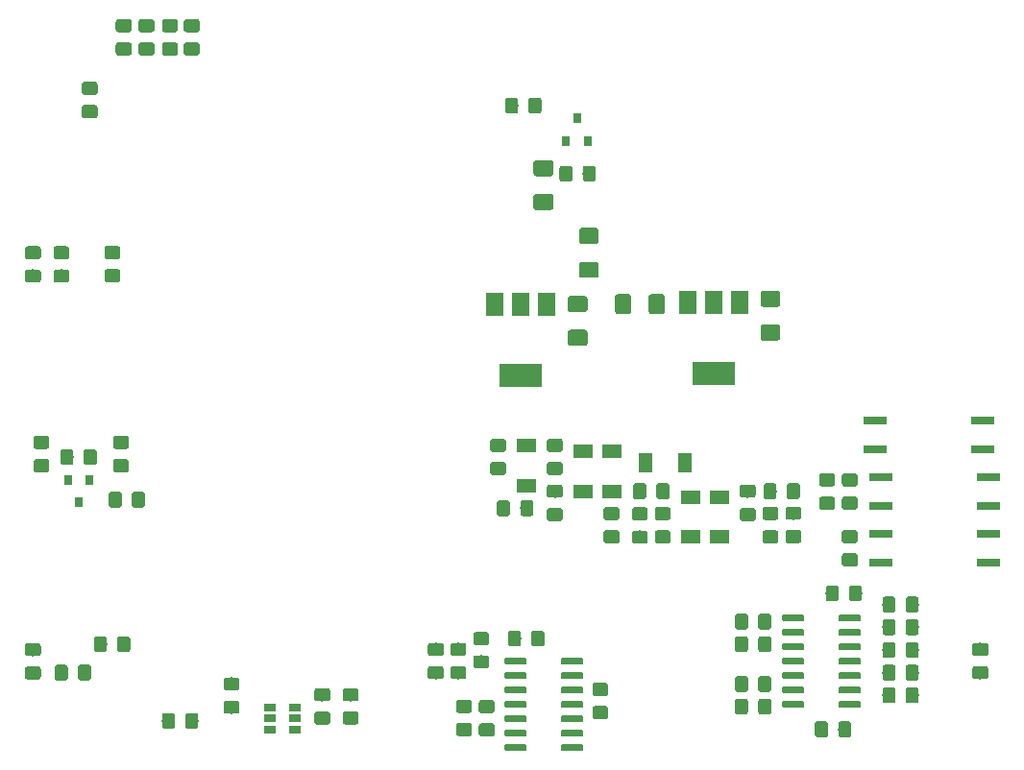
<source format=gtp>
G04 #@! TF.GenerationSoftware,KiCad,Pcbnew,(5.1.4)-1*
G04 #@! TF.CreationDate,2020-06-04T10:48:23-03:00*
G04 #@! TF.ProjectId,ModPrincipal,4d6f6450-7269-46e6-9369-70616c2e6b69,1.0*
G04 #@! TF.SameCoordinates,Original*
G04 #@! TF.FileFunction,Paste,Top*
G04 #@! TF.FilePolarity,Positive*
%FSLAX46Y46*%
G04 Gerber Fmt 4.6, Leading zero omitted, Abs format (unit mm)*
G04 Created by KiCad (PCBNEW (5.1.4)-1) date 2020-06-04 10:48:23*
%MOMM*%
%LPD*%
G04 APERTURE LIST*
%ADD10R,2.000000X0.640000*%
%ADD11C,0.100000*%
%ADD12C,1.150000*%
%ADD13R,1.700000X1.300000*%
%ADD14R,1.300000X1.700000*%
%ADD15R,1.500000X2.000000*%
%ADD16R,3.800000X2.000000*%
%ADD17R,1.060000X0.650000*%
%ADD18C,0.600000*%
%ADD19R,0.800000X0.900000*%
%ADD20C,1.425000*%
G04 APERTURE END LIST*
D10*
X114750000Y-78730000D03*
X114750000Y-81270000D03*
X105250000Y-81270000D03*
X105250000Y-78730000D03*
X115250000Y-83730000D03*
X115250000Y-86270000D03*
X105750000Y-86270000D03*
X105750000Y-83730000D03*
X115250000Y-88730000D03*
X115250000Y-91270000D03*
X105750000Y-91270000D03*
X105750000Y-88730000D03*
D11*
G36*
X103474505Y-88426204D02*
G01*
X103498773Y-88429804D01*
X103522572Y-88435765D01*
X103545671Y-88444030D01*
X103567850Y-88454520D01*
X103588893Y-88467132D01*
X103608599Y-88481747D01*
X103626777Y-88498223D01*
X103643253Y-88516401D01*
X103657868Y-88536107D01*
X103670480Y-88557150D01*
X103680970Y-88579329D01*
X103689235Y-88602428D01*
X103695196Y-88626227D01*
X103698796Y-88650495D01*
X103700000Y-88674999D01*
X103700000Y-89325001D01*
X103698796Y-89349505D01*
X103695196Y-89373773D01*
X103689235Y-89397572D01*
X103680970Y-89420671D01*
X103670480Y-89442850D01*
X103657868Y-89463893D01*
X103643253Y-89483599D01*
X103626777Y-89501777D01*
X103608599Y-89518253D01*
X103588893Y-89532868D01*
X103567850Y-89545480D01*
X103545671Y-89555970D01*
X103522572Y-89564235D01*
X103498773Y-89570196D01*
X103474505Y-89573796D01*
X103450001Y-89575000D01*
X102549999Y-89575000D01*
X102525495Y-89573796D01*
X102501227Y-89570196D01*
X102477428Y-89564235D01*
X102454329Y-89555970D01*
X102432150Y-89545480D01*
X102411107Y-89532868D01*
X102391401Y-89518253D01*
X102373223Y-89501777D01*
X102356747Y-89483599D01*
X102342132Y-89463893D01*
X102329520Y-89442850D01*
X102319030Y-89420671D01*
X102310765Y-89397572D01*
X102304804Y-89373773D01*
X102301204Y-89349505D01*
X102300000Y-89325001D01*
X102300000Y-88674999D01*
X102301204Y-88650495D01*
X102304804Y-88626227D01*
X102310765Y-88602428D01*
X102319030Y-88579329D01*
X102329520Y-88557150D01*
X102342132Y-88536107D01*
X102356747Y-88516401D01*
X102373223Y-88498223D01*
X102391401Y-88481747D01*
X102411107Y-88467132D01*
X102432150Y-88454520D01*
X102454329Y-88444030D01*
X102477428Y-88435765D01*
X102501227Y-88429804D01*
X102525495Y-88426204D01*
X102549999Y-88425000D01*
X103450001Y-88425000D01*
X103474505Y-88426204D01*
X103474505Y-88426204D01*
G37*
D12*
X103000000Y-89000000D03*
D11*
G36*
X103474505Y-90476204D02*
G01*
X103498773Y-90479804D01*
X103522572Y-90485765D01*
X103545671Y-90494030D01*
X103567850Y-90504520D01*
X103588893Y-90517132D01*
X103608599Y-90531747D01*
X103626777Y-90548223D01*
X103643253Y-90566401D01*
X103657868Y-90586107D01*
X103670480Y-90607150D01*
X103680970Y-90629329D01*
X103689235Y-90652428D01*
X103695196Y-90676227D01*
X103698796Y-90700495D01*
X103700000Y-90724999D01*
X103700000Y-91375001D01*
X103698796Y-91399505D01*
X103695196Y-91423773D01*
X103689235Y-91447572D01*
X103680970Y-91470671D01*
X103670480Y-91492850D01*
X103657868Y-91513893D01*
X103643253Y-91533599D01*
X103626777Y-91551777D01*
X103608599Y-91568253D01*
X103588893Y-91582868D01*
X103567850Y-91595480D01*
X103545671Y-91605970D01*
X103522572Y-91614235D01*
X103498773Y-91620196D01*
X103474505Y-91623796D01*
X103450001Y-91625000D01*
X102549999Y-91625000D01*
X102525495Y-91623796D01*
X102501227Y-91620196D01*
X102477428Y-91614235D01*
X102454329Y-91605970D01*
X102432150Y-91595480D01*
X102411107Y-91582868D01*
X102391401Y-91568253D01*
X102373223Y-91551777D01*
X102356747Y-91533599D01*
X102342132Y-91513893D01*
X102329520Y-91492850D01*
X102319030Y-91470671D01*
X102310765Y-91447572D01*
X102304804Y-91423773D01*
X102301204Y-91399505D01*
X102300000Y-91375001D01*
X102300000Y-90724999D01*
X102301204Y-90700495D01*
X102304804Y-90676227D01*
X102310765Y-90652428D01*
X102319030Y-90629329D01*
X102329520Y-90607150D01*
X102342132Y-90586107D01*
X102356747Y-90566401D01*
X102373223Y-90548223D01*
X102391401Y-90531747D01*
X102411107Y-90517132D01*
X102432150Y-90504520D01*
X102454329Y-90494030D01*
X102477428Y-90485765D01*
X102501227Y-90479804D01*
X102525495Y-90476204D01*
X102549999Y-90475000D01*
X103450001Y-90475000D01*
X103474505Y-90476204D01*
X103474505Y-90476204D01*
G37*
D12*
X103000000Y-91050000D03*
D11*
G36*
X101474505Y-83426204D02*
G01*
X101498773Y-83429804D01*
X101522572Y-83435765D01*
X101545671Y-83444030D01*
X101567850Y-83454520D01*
X101588893Y-83467132D01*
X101608599Y-83481747D01*
X101626777Y-83498223D01*
X101643253Y-83516401D01*
X101657868Y-83536107D01*
X101670480Y-83557150D01*
X101680970Y-83579329D01*
X101689235Y-83602428D01*
X101695196Y-83626227D01*
X101698796Y-83650495D01*
X101700000Y-83674999D01*
X101700000Y-84325001D01*
X101698796Y-84349505D01*
X101695196Y-84373773D01*
X101689235Y-84397572D01*
X101680970Y-84420671D01*
X101670480Y-84442850D01*
X101657868Y-84463893D01*
X101643253Y-84483599D01*
X101626777Y-84501777D01*
X101608599Y-84518253D01*
X101588893Y-84532868D01*
X101567850Y-84545480D01*
X101545671Y-84555970D01*
X101522572Y-84564235D01*
X101498773Y-84570196D01*
X101474505Y-84573796D01*
X101450001Y-84575000D01*
X100549999Y-84575000D01*
X100525495Y-84573796D01*
X100501227Y-84570196D01*
X100477428Y-84564235D01*
X100454329Y-84555970D01*
X100432150Y-84545480D01*
X100411107Y-84532868D01*
X100391401Y-84518253D01*
X100373223Y-84501777D01*
X100356747Y-84483599D01*
X100342132Y-84463893D01*
X100329520Y-84442850D01*
X100319030Y-84420671D01*
X100310765Y-84397572D01*
X100304804Y-84373773D01*
X100301204Y-84349505D01*
X100300000Y-84325001D01*
X100300000Y-83674999D01*
X100301204Y-83650495D01*
X100304804Y-83626227D01*
X100310765Y-83602428D01*
X100319030Y-83579329D01*
X100329520Y-83557150D01*
X100342132Y-83536107D01*
X100356747Y-83516401D01*
X100373223Y-83498223D01*
X100391401Y-83481747D01*
X100411107Y-83467132D01*
X100432150Y-83454520D01*
X100454329Y-83444030D01*
X100477428Y-83435765D01*
X100501227Y-83429804D01*
X100525495Y-83426204D01*
X100549999Y-83425000D01*
X101450001Y-83425000D01*
X101474505Y-83426204D01*
X101474505Y-83426204D01*
G37*
D12*
X101000000Y-84000000D03*
D11*
G36*
X101474505Y-85476204D02*
G01*
X101498773Y-85479804D01*
X101522572Y-85485765D01*
X101545671Y-85494030D01*
X101567850Y-85504520D01*
X101588893Y-85517132D01*
X101608599Y-85531747D01*
X101626777Y-85548223D01*
X101643253Y-85566401D01*
X101657868Y-85586107D01*
X101670480Y-85607150D01*
X101680970Y-85629329D01*
X101689235Y-85652428D01*
X101695196Y-85676227D01*
X101698796Y-85700495D01*
X101700000Y-85724999D01*
X101700000Y-86375001D01*
X101698796Y-86399505D01*
X101695196Y-86423773D01*
X101689235Y-86447572D01*
X101680970Y-86470671D01*
X101670480Y-86492850D01*
X101657868Y-86513893D01*
X101643253Y-86533599D01*
X101626777Y-86551777D01*
X101608599Y-86568253D01*
X101588893Y-86582868D01*
X101567850Y-86595480D01*
X101545671Y-86605970D01*
X101522572Y-86614235D01*
X101498773Y-86620196D01*
X101474505Y-86623796D01*
X101450001Y-86625000D01*
X100549999Y-86625000D01*
X100525495Y-86623796D01*
X100501227Y-86620196D01*
X100477428Y-86614235D01*
X100454329Y-86605970D01*
X100432150Y-86595480D01*
X100411107Y-86582868D01*
X100391401Y-86568253D01*
X100373223Y-86551777D01*
X100356747Y-86533599D01*
X100342132Y-86513893D01*
X100329520Y-86492850D01*
X100319030Y-86470671D01*
X100310765Y-86447572D01*
X100304804Y-86423773D01*
X100301204Y-86399505D01*
X100300000Y-86375001D01*
X100300000Y-85724999D01*
X100301204Y-85700495D01*
X100304804Y-85676227D01*
X100310765Y-85652428D01*
X100319030Y-85629329D01*
X100329520Y-85607150D01*
X100342132Y-85586107D01*
X100356747Y-85566401D01*
X100373223Y-85548223D01*
X100391401Y-85531747D01*
X100411107Y-85517132D01*
X100432150Y-85504520D01*
X100454329Y-85494030D01*
X100477428Y-85485765D01*
X100501227Y-85479804D01*
X100525495Y-85476204D01*
X100549999Y-85475000D01*
X101450001Y-85475000D01*
X101474505Y-85476204D01*
X101474505Y-85476204D01*
G37*
D12*
X101000000Y-86050000D03*
D11*
G36*
X103474505Y-83426204D02*
G01*
X103498773Y-83429804D01*
X103522572Y-83435765D01*
X103545671Y-83444030D01*
X103567850Y-83454520D01*
X103588893Y-83467132D01*
X103608599Y-83481747D01*
X103626777Y-83498223D01*
X103643253Y-83516401D01*
X103657868Y-83536107D01*
X103670480Y-83557150D01*
X103680970Y-83579329D01*
X103689235Y-83602428D01*
X103695196Y-83626227D01*
X103698796Y-83650495D01*
X103700000Y-83674999D01*
X103700000Y-84325001D01*
X103698796Y-84349505D01*
X103695196Y-84373773D01*
X103689235Y-84397572D01*
X103680970Y-84420671D01*
X103670480Y-84442850D01*
X103657868Y-84463893D01*
X103643253Y-84483599D01*
X103626777Y-84501777D01*
X103608599Y-84518253D01*
X103588893Y-84532868D01*
X103567850Y-84545480D01*
X103545671Y-84555970D01*
X103522572Y-84564235D01*
X103498773Y-84570196D01*
X103474505Y-84573796D01*
X103450001Y-84575000D01*
X102549999Y-84575000D01*
X102525495Y-84573796D01*
X102501227Y-84570196D01*
X102477428Y-84564235D01*
X102454329Y-84555970D01*
X102432150Y-84545480D01*
X102411107Y-84532868D01*
X102391401Y-84518253D01*
X102373223Y-84501777D01*
X102356747Y-84483599D01*
X102342132Y-84463893D01*
X102329520Y-84442850D01*
X102319030Y-84420671D01*
X102310765Y-84397572D01*
X102304804Y-84373773D01*
X102301204Y-84349505D01*
X102300000Y-84325001D01*
X102300000Y-83674999D01*
X102301204Y-83650495D01*
X102304804Y-83626227D01*
X102310765Y-83602428D01*
X102319030Y-83579329D01*
X102329520Y-83557150D01*
X102342132Y-83536107D01*
X102356747Y-83516401D01*
X102373223Y-83498223D01*
X102391401Y-83481747D01*
X102411107Y-83467132D01*
X102432150Y-83454520D01*
X102454329Y-83444030D01*
X102477428Y-83435765D01*
X102501227Y-83429804D01*
X102525495Y-83426204D01*
X102549999Y-83425000D01*
X103450001Y-83425000D01*
X103474505Y-83426204D01*
X103474505Y-83426204D01*
G37*
D12*
X103000000Y-84000000D03*
D11*
G36*
X103474505Y-85476204D02*
G01*
X103498773Y-85479804D01*
X103522572Y-85485765D01*
X103545671Y-85494030D01*
X103567850Y-85504520D01*
X103588893Y-85517132D01*
X103608599Y-85531747D01*
X103626777Y-85548223D01*
X103643253Y-85566401D01*
X103657868Y-85586107D01*
X103670480Y-85607150D01*
X103680970Y-85629329D01*
X103689235Y-85652428D01*
X103695196Y-85676227D01*
X103698796Y-85700495D01*
X103700000Y-85724999D01*
X103700000Y-86375001D01*
X103698796Y-86399505D01*
X103695196Y-86423773D01*
X103689235Y-86447572D01*
X103680970Y-86470671D01*
X103670480Y-86492850D01*
X103657868Y-86513893D01*
X103643253Y-86533599D01*
X103626777Y-86551777D01*
X103608599Y-86568253D01*
X103588893Y-86582868D01*
X103567850Y-86595480D01*
X103545671Y-86605970D01*
X103522572Y-86614235D01*
X103498773Y-86620196D01*
X103474505Y-86623796D01*
X103450001Y-86625000D01*
X102549999Y-86625000D01*
X102525495Y-86623796D01*
X102501227Y-86620196D01*
X102477428Y-86614235D01*
X102454329Y-86605970D01*
X102432150Y-86595480D01*
X102411107Y-86582868D01*
X102391401Y-86568253D01*
X102373223Y-86551777D01*
X102356747Y-86533599D01*
X102342132Y-86513893D01*
X102329520Y-86492850D01*
X102319030Y-86470671D01*
X102310765Y-86447572D01*
X102304804Y-86423773D01*
X102301204Y-86399505D01*
X102300000Y-86375001D01*
X102300000Y-85724999D01*
X102301204Y-85700495D01*
X102304804Y-85676227D01*
X102310765Y-85652428D01*
X102319030Y-85629329D01*
X102329520Y-85607150D01*
X102342132Y-85586107D01*
X102356747Y-85566401D01*
X102373223Y-85548223D01*
X102391401Y-85531747D01*
X102411107Y-85517132D01*
X102432150Y-85504520D01*
X102454329Y-85494030D01*
X102477428Y-85485765D01*
X102501227Y-85479804D01*
X102525495Y-85476204D01*
X102549999Y-85475000D01*
X103450001Y-85475000D01*
X103474505Y-85476204D01*
X103474505Y-85476204D01*
G37*
D12*
X103000000Y-86050000D03*
D13*
X91500000Y-89000000D03*
X91500000Y-85500000D03*
D14*
X88500000Y-82500000D03*
X85000000Y-82500000D03*
D13*
X74500000Y-84500000D03*
X74500000Y-81000000D03*
X79500000Y-85000000D03*
X79500000Y-81500000D03*
X89000000Y-89000000D03*
X89000000Y-85500000D03*
X82000000Y-85000000D03*
X82000000Y-81500000D03*
D11*
G36*
X39474505Y-45426204D02*
G01*
X39498773Y-45429804D01*
X39522572Y-45435765D01*
X39545671Y-45444030D01*
X39567850Y-45454520D01*
X39588893Y-45467132D01*
X39608599Y-45481747D01*
X39626777Y-45498223D01*
X39643253Y-45516401D01*
X39657868Y-45536107D01*
X39670480Y-45557150D01*
X39680970Y-45579329D01*
X39689235Y-45602428D01*
X39695196Y-45626227D01*
X39698796Y-45650495D01*
X39700000Y-45674999D01*
X39700000Y-46325001D01*
X39698796Y-46349505D01*
X39695196Y-46373773D01*
X39689235Y-46397572D01*
X39680970Y-46420671D01*
X39670480Y-46442850D01*
X39657868Y-46463893D01*
X39643253Y-46483599D01*
X39626777Y-46501777D01*
X39608599Y-46518253D01*
X39588893Y-46532868D01*
X39567850Y-46545480D01*
X39545671Y-46555970D01*
X39522572Y-46564235D01*
X39498773Y-46570196D01*
X39474505Y-46573796D01*
X39450001Y-46575000D01*
X38549999Y-46575000D01*
X38525495Y-46573796D01*
X38501227Y-46570196D01*
X38477428Y-46564235D01*
X38454329Y-46555970D01*
X38432150Y-46545480D01*
X38411107Y-46532868D01*
X38391401Y-46518253D01*
X38373223Y-46501777D01*
X38356747Y-46483599D01*
X38342132Y-46463893D01*
X38329520Y-46442850D01*
X38319030Y-46420671D01*
X38310765Y-46397572D01*
X38304804Y-46373773D01*
X38301204Y-46349505D01*
X38300000Y-46325001D01*
X38300000Y-45674999D01*
X38301204Y-45650495D01*
X38304804Y-45626227D01*
X38310765Y-45602428D01*
X38319030Y-45579329D01*
X38329520Y-45557150D01*
X38342132Y-45536107D01*
X38356747Y-45516401D01*
X38373223Y-45498223D01*
X38391401Y-45481747D01*
X38411107Y-45467132D01*
X38432150Y-45454520D01*
X38454329Y-45444030D01*
X38477428Y-45435765D01*
X38501227Y-45429804D01*
X38525495Y-45426204D01*
X38549999Y-45425000D01*
X39450001Y-45425000D01*
X39474505Y-45426204D01*
X39474505Y-45426204D01*
G37*
D12*
X39000000Y-46000000D03*
D11*
G36*
X39474505Y-43376204D02*
G01*
X39498773Y-43379804D01*
X39522572Y-43385765D01*
X39545671Y-43394030D01*
X39567850Y-43404520D01*
X39588893Y-43417132D01*
X39608599Y-43431747D01*
X39626777Y-43448223D01*
X39643253Y-43466401D01*
X39657868Y-43486107D01*
X39670480Y-43507150D01*
X39680970Y-43529329D01*
X39689235Y-43552428D01*
X39695196Y-43576227D01*
X39698796Y-43600495D01*
X39700000Y-43624999D01*
X39700000Y-44275001D01*
X39698796Y-44299505D01*
X39695196Y-44323773D01*
X39689235Y-44347572D01*
X39680970Y-44370671D01*
X39670480Y-44392850D01*
X39657868Y-44413893D01*
X39643253Y-44433599D01*
X39626777Y-44451777D01*
X39608599Y-44468253D01*
X39588893Y-44482868D01*
X39567850Y-44495480D01*
X39545671Y-44505970D01*
X39522572Y-44514235D01*
X39498773Y-44520196D01*
X39474505Y-44523796D01*
X39450001Y-44525000D01*
X38549999Y-44525000D01*
X38525495Y-44523796D01*
X38501227Y-44520196D01*
X38477428Y-44514235D01*
X38454329Y-44505970D01*
X38432150Y-44495480D01*
X38411107Y-44482868D01*
X38391401Y-44468253D01*
X38373223Y-44451777D01*
X38356747Y-44433599D01*
X38342132Y-44413893D01*
X38329520Y-44392850D01*
X38319030Y-44370671D01*
X38310765Y-44347572D01*
X38304804Y-44323773D01*
X38301204Y-44299505D01*
X38300000Y-44275001D01*
X38300000Y-43624999D01*
X38301204Y-43600495D01*
X38304804Y-43576227D01*
X38310765Y-43552428D01*
X38319030Y-43529329D01*
X38329520Y-43507150D01*
X38342132Y-43486107D01*
X38356747Y-43466401D01*
X38373223Y-43448223D01*
X38391401Y-43431747D01*
X38411107Y-43417132D01*
X38432150Y-43404520D01*
X38454329Y-43394030D01*
X38477428Y-43385765D01*
X38501227Y-43379804D01*
X38525495Y-43376204D01*
X38549999Y-43375000D01*
X39450001Y-43375000D01*
X39474505Y-43376204D01*
X39474505Y-43376204D01*
G37*
D12*
X39000000Y-43950000D03*
D11*
G36*
X41474505Y-45426204D02*
G01*
X41498773Y-45429804D01*
X41522572Y-45435765D01*
X41545671Y-45444030D01*
X41567850Y-45454520D01*
X41588893Y-45467132D01*
X41608599Y-45481747D01*
X41626777Y-45498223D01*
X41643253Y-45516401D01*
X41657868Y-45536107D01*
X41670480Y-45557150D01*
X41680970Y-45579329D01*
X41689235Y-45602428D01*
X41695196Y-45626227D01*
X41698796Y-45650495D01*
X41700000Y-45674999D01*
X41700000Y-46325001D01*
X41698796Y-46349505D01*
X41695196Y-46373773D01*
X41689235Y-46397572D01*
X41680970Y-46420671D01*
X41670480Y-46442850D01*
X41657868Y-46463893D01*
X41643253Y-46483599D01*
X41626777Y-46501777D01*
X41608599Y-46518253D01*
X41588893Y-46532868D01*
X41567850Y-46545480D01*
X41545671Y-46555970D01*
X41522572Y-46564235D01*
X41498773Y-46570196D01*
X41474505Y-46573796D01*
X41450001Y-46575000D01*
X40549999Y-46575000D01*
X40525495Y-46573796D01*
X40501227Y-46570196D01*
X40477428Y-46564235D01*
X40454329Y-46555970D01*
X40432150Y-46545480D01*
X40411107Y-46532868D01*
X40391401Y-46518253D01*
X40373223Y-46501777D01*
X40356747Y-46483599D01*
X40342132Y-46463893D01*
X40329520Y-46442850D01*
X40319030Y-46420671D01*
X40310765Y-46397572D01*
X40304804Y-46373773D01*
X40301204Y-46349505D01*
X40300000Y-46325001D01*
X40300000Y-45674999D01*
X40301204Y-45650495D01*
X40304804Y-45626227D01*
X40310765Y-45602428D01*
X40319030Y-45579329D01*
X40329520Y-45557150D01*
X40342132Y-45536107D01*
X40356747Y-45516401D01*
X40373223Y-45498223D01*
X40391401Y-45481747D01*
X40411107Y-45467132D01*
X40432150Y-45454520D01*
X40454329Y-45444030D01*
X40477428Y-45435765D01*
X40501227Y-45429804D01*
X40525495Y-45426204D01*
X40549999Y-45425000D01*
X41450001Y-45425000D01*
X41474505Y-45426204D01*
X41474505Y-45426204D01*
G37*
D12*
X41000000Y-46000000D03*
D11*
G36*
X41474505Y-43376204D02*
G01*
X41498773Y-43379804D01*
X41522572Y-43385765D01*
X41545671Y-43394030D01*
X41567850Y-43404520D01*
X41588893Y-43417132D01*
X41608599Y-43431747D01*
X41626777Y-43448223D01*
X41643253Y-43466401D01*
X41657868Y-43486107D01*
X41670480Y-43507150D01*
X41680970Y-43529329D01*
X41689235Y-43552428D01*
X41695196Y-43576227D01*
X41698796Y-43600495D01*
X41700000Y-43624999D01*
X41700000Y-44275001D01*
X41698796Y-44299505D01*
X41695196Y-44323773D01*
X41689235Y-44347572D01*
X41680970Y-44370671D01*
X41670480Y-44392850D01*
X41657868Y-44413893D01*
X41643253Y-44433599D01*
X41626777Y-44451777D01*
X41608599Y-44468253D01*
X41588893Y-44482868D01*
X41567850Y-44495480D01*
X41545671Y-44505970D01*
X41522572Y-44514235D01*
X41498773Y-44520196D01*
X41474505Y-44523796D01*
X41450001Y-44525000D01*
X40549999Y-44525000D01*
X40525495Y-44523796D01*
X40501227Y-44520196D01*
X40477428Y-44514235D01*
X40454329Y-44505970D01*
X40432150Y-44495480D01*
X40411107Y-44482868D01*
X40391401Y-44468253D01*
X40373223Y-44451777D01*
X40356747Y-44433599D01*
X40342132Y-44413893D01*
X40329520Y-44392850D01*
X40319030Y-44370671D01*
X40310765Y-44347572D01*
X40304804Y-44323773D01*
X40301204Y-44299505D01*
X40300000Y-44275001D01*
X40300000Y-43624999D01*
X40301204Y-43600495D01*
X40304804Y-43576227D01*
X40310765Y-43552428D01*
X40319030Y-43529329D01*
X40329520Y-43507150D01*
X40342132Y-43486107D01*
X40356747Y-43466401D01*
X40373223Y-43448223D01*
X40391401Y-43431747D01*
X40411107Y-43417132D01*
X40432150Y-43404520D01*
X40454329Y-43394030D01*
X40477428Y-43385765D01*
X40501227Y-43379804D01*
X40525495Y-43376204D01*
X40549999Y-43375000D01*
X41450001Y-43375000D01*
X41474505Y-43376204D01*
X41474505Y-43376204D01*
G37*
D12*
X41000000Y-43950000D03*
D11*
G36*
X43549504Y-45426204D02*
G01*
X43573772Y-45429804D01*
X43597571Y-45435765D01*
X43620670Y-45444030D01*
X43642849Y-45454520D01*
X43663892Y-45467132D01*
X43683598Y-45481747D01*
X43701776Y-45498223D01*
X43718252Y-45516401D01*
X43732867Y-45536107D01*
X43745479Y-45557150D01*
X43755969Y-45579329D01*
X43764234Y-45602428D01*
X43770195Y-45626227D01*
X43773795Y-45650495D01*
X43774999Y-45674999D01*
X43774999Y-46325001D01*
X43773795Y-46349505D01*
X43770195Y-46373773D01*
X43764234Y-46397572D01*
X43755969Y-46420671D01*
X43745479Y-46442850D01*
X43732867Y-46463893D01*
X43718252Y-46483599D01*
X43701776Y-46501777D01*
X43683598Y-46518253D01*
X43663892Y-46532868D01*
X43642849Y-46545480D01*
X43620670Y-46555970D01*
X43597571Y-46564235D01*
X43573772Y-46570196D01*
X43549504Y-46573796D01*
X43525000Y-46575000D01*
X42624998Y-46575000D01*
X42600494Y-46573796D01*
X42576226Y-46570196D01*
X42552427Y-46564235D01*
X42529328Y-46555970D01*
X42507149Y-46545480D01*
X42486106Y-46532868D01*
X42466400Y-46518253D01*
X42448222Y-46501777D01*
X42431746Y-46483599D01*
X42417131Y-46463893D01*
X42404519Y-46442850D01*
X42394029Y-46420671D01*
X42385764Y-46397572D01*
X42379803Y-46373773D01*
X42376203Y-46349505D01*
X42374999Y-46325001D01*
X42374999Y-45674999D01*
X42376203Y-45650495D01*
X42379803Y-45626227D01*
X42385764Y-45602428D01*
X42394029Y-45579329D01*
X42404519Y-45557150D01*
X42417131Y-45536107D01*
X42431746Y-45516401D01*
X42448222Y-45498223D01*
X42466400Y-45481747D01*
X42486106Y-45467132D01*
X42507149Y-45454520D01*
X42529328Y-45444030D01*
X42552427Y-45435765D01*
X42576226Y-45429804D01*
X42600494Y-45426204D01*
X42624998Y-45425000D01*
X43525000Y-45425000D01*
X43549504Y-45426204D01*
X43549504Y-45426204D01*
G37*
D12*
X43074999Y-46000000D03*
D11*
G36*
X43549504Y-43376204D02*
G01*
X43573772Y-43379804D01*
X43597571Y-43385765D01*
X43620670Y-43394030D01*
X43642849Y-43404520D01*
X43663892Y-43417132D01*
X43683598Y-43431747D01*
X43701776Y-43448223D01*
X43718252Y-43466401D01*
X43732867Y-43486107D01*
X43745479Y-43507150D01*
X43755969Y-43529329D01*
X43764234Y-43552428D01*
X43770195Y-43576227D01*
X43773795Y-43600495D01*
X43774999Y-43624999D01*
X43774999Y-44275001D01*
X43773795Y-44299505D01*
X43770195Y-44323773D01*
X43764234Y-44347572D01*
X43755969Y-44370671D01*
X43745479Y-44392850D01*
X43732867Y-44413893D01*
X43718252Y-44433599D01*
X43701776Y-44451777D01*
X43683598Y-44468253D01*
X43663892Y-44482868D01*
X43642849Y-44495480D01*
X43620670Y-44505970D01*
X43597571Y-44514235D01*
X43573772Y-44520196D01*
X43549504Y-44523796D01*
X43525000Y-44525000D01*
X42624998Y-44525000D01*
X42600494Y-44523796D01*
X42576226Y-44520196D01*
X42552427Y-44514235D01*
X42529328Y-44505970D01*
X42507149Y-44495480D01*
X42486106Y-44482868D01*
X42466400Y-44468253D01*
X42448222Y-44451777D01*
X42431746Y-44433599D01*
X42417131Y-44413893D01*
X42404519Y-44392850D01*
X42394029Y-44370671D01*
X42385764Y-44347572D01*
X42379803Y-44323773D01*
X42376203Y-44299505D01*
X42374999Y-44275001D01*
X42374999Y-43624999D01*
X42376203Y-43600495D01*
X42379803Y-43576227D01*
X42385764Y-43552428D01*
X42394029Y-43529329D01*
X42404519Y-43507150D01*
X42417131Y-43486107D01*
X42431746Y-43466401D01*
X42448222Y-43448223D01*
X42466400Y-43431747D01*
X42486106Y-43417132D01*
X42507149Y-43404520D01*
X42529328Y-43394030D01*
X42552427Y-43385765D01*
X42576226Y-43379804D01*
X42600494Y-43376204D01*
X42624998Y-43375000D01*
X43525000Y-43375000D01*
X43549504Y-43376204D01*
X43549504Y-43376204D01*
G37*
D12*
X43074999Y-43950000D03*
D11*
G36*
X45474505Y-45426204D02*
G01*
X45498773Y-45429804D01*
X45522572Y-45435765D01*
X45545671Y-45444030D01*
X45567850Y-45454520D01*
X45588893Y-45467132D01*
X45608599Y-45481747D01*
X45626777Y-45498223D01*
X45643253Y-45516401D01*
X45657868Y-45536107D01*
X45670480Y-45557150D01*
X45680970Y-45579329D01*
X45689235Y-45602428D01*
X45695196Y-45626227D01*
X45698796Y-45650495D01*
X45700000Y-45674999D01*
X45700000Y-46325001D01*
X45698796Y-46349505D01*
X45695196Y-46373773D01*
X45689235Y-46397572D01*
X45680970Y-46420671D01*
X45670480Y-46442850D01*
X45657868Y-46463893D01*
X45643253Y-46483599D01*
X45626777Y-46501777D01*
X45608599Y-46518253D01*
X45588893Y-46532868D01*
X45567850Y-46545480D01*
X45545671Y-46555970D01*
X45522572Y-46564235D01*
X45498773Y-46570196D01*
X45474505Y-46573796D01*
X45450001Y-46575000D01*
X44549999Y-46575000D01*
X44525495Y-46573796D01*
X44501227Y-46570196D01*
X44477428Y-46564235D01*
X44454329Y-46555970D01*
X44432150Y-46545480D01*
X44411107Y-46532868D01*
X44391401Y-46518253D01*
X44373223Y-46501777D01*
X44356747Y-46483599D01*
X44342132Y-46463893D01*
X44329520Y-46442850D01*
X44319030Y-46420671D01*
X44310765Y-46397572D01*
X44304804Y-46373773D01*
X44301204Y-46349505D01*
X44300000Y-46325001D01*
X44300000Y-45674999D01*
X44301204Y-45650495D01*
X44304804Y-45626227D01*
X44310765Y-45602428D01*
X44319030Y-45579329D01*
X44329520Y-45557150D01*
X44342132Y-45536107D01*
X44356747Y-45516401D01*
X44373223Y-45498223D01*
X44391401Y-45481747D01*
X44411107Y-45467132D01*
X44432150Y-45454520D01*
X44454329Y-45444030D01*
X44477428Y-45435765D01*
X44501227Y-45429804D01*
X44525495Y-45426204D01*
X44549999Y-45425000D01*
X45450001Y-45425000D01*
X45474505Y-45426204D01*
X45474505Y-45426204D01*
G37*
D12*
X45000000Y-46000000D03*
D11*
G36*
X45474505Y-43376204D02*
G01*
X45498773Y-43379804D01*
X45522572Y-43385765D01*
X45545671Y-43394030D01*
X45567850Y-43404520D01*
X45588893Y-43417132D01*
X45608599Y-43431747D01*
X45626777Y-43448223D01*
X45643253Y-43466401D01*
X45657868Y-43486107D01*
X45670480Y-43507150D01*
X45680970Y-43529329D01*
X45689235Y-43552428D01*
X45695196Y-43576227D01*
X45698796Y-43600495D01*
X45700000Y-43624999D01*
X45700000Y-44275001D01*
X45698796Y-44299505D01*
X45695196Y-44323773D01*
X45689235Y-44347572D01*
X45680970Y-44370671D01*
X45670480Y-44392850D01*
X45657868Y-44413893D01*
X45643253Y-44433599D01*
X45626777Y-44451777D01*
X45608599Y-44468253D01*
X45588893Y-44482868D01*
X45567850Y-44495480D01*
X45545671Y-44505970D01*
X45522572Y-44514235D01*
X45498773Y-44520196D01*
X45474505Y-44523796D01*
X45450001Y-44525000D01*
X44549999Y-44525000D01*
X44525495Y-44523796D01*
X44501227Y-44520196D01*
X44477428Y-44514235D01*
X44454329Y-44505970D01*
X44432150Y-44495480D01*
X44411107Y-44482868D01*
X44391401Y-44468253D01*
X44373223Y-44451777D01*
X44356747Y-44433599D01*
X44342132Y-44413893D01*
X44329520Y-44392850D01*
X44319030Y-44370671D01*
X44310765Y-44347572D01*
X44304804Y-44323773D01*
X44301204Y-44299505D01*
X44300000Y-44275001D01*
X44300000Y-43624999D01*
X44301204Y-43600495D01*
X44304804Y-43576227D01*
X44310765Y-43552428D01*
X44319030Y-43529329D01*
X44329520Y-43507150D01*
X44342132Y-43486107D01*
X44356747Y-43466401D01*
X44373223Y-43448223D01*
X44391401Y-43431747D01*
X44411107Y-43417132D01*
X44432150Y-43404520D01*
X44454329Y-43394030D01*
X44477428Y-43385765D01*
X44501227Y-43379804D01*
X44525495Y-43376204D01*
X44549999Y-43375000D01*
X45450001Y-43375000D01*
X45474505Y-43376204D01*
X45474505Y-43376204D01*
G37*
D12*
X45000000Y-43950000D03*
D15*
X93300000Y-68350000D03*
X88700000Y-68350000D03*
X91000000Y-68350000D03*
D16*
X91000000Y-74650000D03*
D15*
X76300000Y-68500000D03*
X71700000Y-68500000D03*
X74000000Y-68500000D03*
D16*
X74000000Y-74800000D03*
D17*
X51900000Y-105050000D03*
X51900000Y-106000000D03*
X51900000Y-104100000D03*
X54100000Y-104100000D03*
X54100000Y-105050000D03*
X54100000Y-106000000D03*
D11*
G36*
X79339703Y-99700722D02*
G01*
X79354264Y-99702882D01*
X79368543Y-99706459D01*
X79382403Y-99711418D01*
X79395710Y-99717712D01*
X79408336Y-99725280D01*
X79420159Y-99734048D01*
X79431066Y-99743934D01*
X79440952Y-99754841D01*
X79449720Y-99766664D01*
X79457288Y-99779290D01*
X79463582Y-99792597D01*
X79468541Y-99806457D01*
X79472118Y-99820736D01*
X79474278Y-99835297D01*
X79475000Y-99850000D01*
X79475000Y-100150000D01*
X79474278Y-100164703D01*
X79472118Y-100179264D01*
X79468541Y-100193543D01*
X79463582Y-100207403D01*
X79457288Y-100220710D01*
X79449720Y-100233336D01*
X79440952Y-100245159D01*
X79431066Y-100256066D01*
X79420159Y-100265952D01*
X79408336Y-100274720D01*
X79395710Y-100282288D01*
X79382403Y-100288582D01*
X79368543Y-100293541D01*
X79354264Y-100297118D01*
X79339703Y-100299278D01*
X79325000Y-100300000D01*
X77675000Y-100300000D01*
X77660297Y-100299278D01*
X77645736Y-100297118D01*
X77631457Y-100293541D01*
X77617597Y-100288582D01*
X77604290Y-100282288D01*
X77591664Y-100274720D01*
X77579841Y-100265952D01*
X77568934Y-100256066D01*
X77559048Y-100245159D01*
X77550280Y-100233336D01*
X77542712Y-100220710D01*
X77536418Y-100207403D01*
X77531459Y-100193543D01*
X77527882Y-100179264D01*
X77525722Y-100164703D01*
X77525000Y-100150000D01*
X77525000Y-99850000D01*
X77525722Y-99835297D01*
X77527882Y-99820736D01*
X77531459Y-99806457D01*
X77536418Y-99792597D01*
X77542712Y-99779290D01*
X77550280Y-99766664D01*
X77559048Y-99754841D01*
X77568934Y-99743934D01*
X77579841Y-99734048D01*
X77591664Y-99725280D01*
X77604290Y-99717712D01*
X77617597Y-99711418D01*
X77631457Y-99706459D01*
X77645736Y-99702882D01*
X77660297Y-99700722D01*
X77675000Y-99700000D01*
X79325000Y-99700000D01*
X79339703Y-99700722D01*
X79339703Y-99700722D01*
G37*
D18*
X78500000Y-100000000D03*
D11*
G36*
X79339703Y-100970722D02*
G01*
X79354264Y-100972882D01*
X79368543Y-100976459D01*
X79382403Y-100981418D01*
X79395710Y-100987712D01*
X79408336Y-100995280D01*
X79420159Y-101004048D01*
X79431066Y-101013934D01*
X79440952Y-101024841D01*
X79449720Y-101036664D01*
X79457288Y-101049290D01*
X79463582Y-101062597D01*
X79468541Y-101076457D01*
X79472118Y-101090736D01*
X79474278Y-101105297D01*
X79475000Y-101120000D01*
X79475000Y-101420000D01*
X79474278Y-101434703D01*
X79472118Y-101449264D01*
X79468541Y-101463543D01*
X79463582Y-101477403D01*
X79457288Y-101490710D01*
X79449720Y-101503336D01*
X79440952Y-101515159D01*
X79431066Y-101526066D01*
X79420159Y-101535952D01*
X79408336Y-101544720D01*
X79395710Y-101552288D01*
X79382403Y-101558582D01*
X79368543Y-101563541D01*
X79354264Y-101567118D01*
X79339703Y-101569278D01*
X79325000Y-101570000D01*
X77675000Y-101570000D01*
X77660297Y-101569278D01*
X77645736Y-101567118D01*
X77631457Y-101563541D01*
X77617597Y-101558582D01*
X77604290Y-101552288D01*
X77591664Y-101544720D01*
X77579841Y-101535952D01*
X77568934Y-101526066D01*
X77559048Y-101515159D01*
X77550280Y-101503336D01*
X77542712Y-101490710D01*
X77536418Y-101477403D01*
X77531459Y-101463543D01*
X77527882Y-101449264D01*
X77525722Y-101434703D01*
X77525000Y-101420000D01*
X77525000Y-101120000D01*
X77525722Y-101105297D01*
X77527882Y-101090736D01*
X77531459Y-101076457D01*
X77536418Y-101062597D01*
X77542712Y-101049290D01*
X77550280Y-101036664D01*
X77559048Y-101024841D01*
X77568934Y-101013934D01*
X77579841Y-101004048D01*
X77591664Y-100995280D01*
X77604290Y-100987712D01*
X77617597Y-100981418D01*
X77631457Y-100976459D01*
X77645736Y-100972882D01*
X77660297Y-100970722D01*
X77675000Y-100970000D01*
X79325000Y-100970000D01*
X79339703Y-100970722D01*
X79339703Y-100970722D01*
G37*
D18*
X78500000Y-101270000D03*
D11*
G36*
X79339703Y-102240722D02*
G01*
X79354264Y-102242882D01*
X79368543Y-102246459D01*
X79382403Y-102251418D01*
X79395710Y-102257712D01*
X79408336Y-102265280D01*
X79420159Y-102274048D01*
X79431066Y-102283934D01*
X79440952Y-102294841D01*
X79449720Y-102306664D01*
X79457288Y-102319290D01*
X79463582Y-102332597D01*
X79468541Y-102346457D01*
X79472118Y-102360736D01*
X79474278Y-102375297D01*
X79475000Y-102390000D01*
X79475000Y-102690000D01*
X79474278Y-102704703D01*
X79472118Y-102719264D01*
X79468541Y-102733543D01*
X79463582Y-102747403D01*
X79457288Y-102760710D01*
X79449720Y-102773336D01*
X79440952Y-102785159D01*
X79431066Y-102796066D01*
X79420159Y-102805952D01*
X79408336Y-102814720D01*
X79395710Y-102822288D01*
X79382403Y-102828582D01*
X79368543Y-102833541D01*
X79354264Y-102837118D01*
X79339703Y-102839278D01*
X79325000Y-102840000D01*
X77675000Y-102840000D01*
X77660297Y-102839278D01*
X77645736Y-102837118D01*
X77631457Y-102833541D01*
X77617597Y-102828582D01*
X77604290Y-102822288D01*
X77591664Y-102814720D01*
X77579841Y-102805952D01*
X77568934Y-102796066D01*
X77559048Y-102785159D01*
X77550280Y-102773336D01*
X77542712Y-102760710D01*
X77536418Y-102747403D01*
X77531459Y-102733543D01*
X77527882Y-102719264D01*
X77525722Y-102704703D01*
X77525000Y-102690000D01*
X77525000Y-102390000D01*
X77525722Y-102375297D01*
X77527882Y-102360736D01*
X77531459Y-102346457D01*
X77536418Y-102332597D01*
X77542712Y-102319290D01*
X77550280Y-102306664D01*
X77559048Y-102294841D01*
X77568934Y-102283934D01*
X77579841Y-102274048D01*
X77591664Y-102265280D01*
X77604290Y-102257712D01*
X77617597Y-102251418D01*
X77631457Y-102246459D01*
X77645736Y-102242882D01*
X77660297Y-102240722D01*
X77675000Y-102240000D01*
X79325000Y-102240000D01*
X79339703Y-102240722D01*
X79339703Y-102240722D01*
G37*
D18*
X78500000Y-102540000D03*
D11*
G36*
X79339703Y-103510722D02*
G01*
X79354264Y-103512882D01*
X79368543Y-103516459D01*
X79382403Y-103521418D01*
X79395710Y-103527712D01*
X79408336Y-103535280D01*
X79420159Y-103544048D01*
X79431066Y-103553934D01*
X79440952Y-103564841D01*
X79449720Y-103576664D01*
X79457288Y-103589290D01*
X79463582Y-103602597D01*
X79468541Y-103616457D01*
X79472118Y-103630736D01*
X79474278Y-103645297D01*
X79475000Y-103660000D01*
X79475000Y-103960000D01*
X79474278Y-103974703D01*
X79472118Y-103989264D01*
X79468541Y-104003543D01*
X79463582Y-104017403D01*
X79457288Y-104030710D01*
X79449720Y-104043336D01*
X79440952Y-104055159D01*
X79431066Y-104066066D01*
X79420159Y-104075952D01*
X79408336Y-104084720D01*
X79395710Y-104092288D01*
X79382403Y-104098582D01*
X79368543Y-104103541D01*
X79354264Y-104107118D01*
X79339703Y-104109278D01*
X79325000Y-104110000D01*
X77675000Y-104110000D01*
X77660297Y-104109278D01*
X77645736Y-104107118D01*
X77631457Y-104103541D01*
X77617597Y-104098582D01*
X77604290Y-104092288D01*
X77591664Y-104084720D01*
X77579841Y-104075952D01*
X77568934Y-104066066D01*
X77559048Y-104055159D01*
X77550280Y-104043336D01*
X77542712Y-104030710D01*
X77536418Y-104017403D01*
X77531459Y-104003543D01*
X77527882Y-103989264D01*
X77525722Y-103974703D01*
X77525000Y-103960000D01*
X77525000Y-103660000D01*
X77525722Y-103645297D01*
X77527882Y-103630736D01*
X77531459Y-103616457D01*
X77536418Y-103602597D01*
X77542712Y-103589290D01*
X77550280Y-103576664D01*
X77559048Y-103564841D01*
X77568934Y-103553934D01*
X77579841Y-103544048D01*
X77591664Y-103535280D01*
X77604290Y-103527712D01*
X77617597Y-103521418D01*
X77631457Y-103516459D01*
X77645736Y-103512882D01*
X77660297Y-103510722D01*
X77675000Y-103510000D01*
X79325000Y-103510000D01*
X79339703Y-103510722D01*
X79339703Y-103510722D01*
G37*
D18*
X78500000Y-103810000D03*
D11*
G36*
X79339703Y-104780722D02*
G01*
X79354264Y-104782882D01*
X79368543Y-104786459D01*
X79382403Y-104791418D01*
X79395710Y-104797712D01*
X79408336Y-104805280D01*
X79420159Y-104814048D01*
X79431066Y-104823934D01*
X79440952Y-104834841D01*
X79449720Y-104846664D01*
X79457288Y-104859290D01*
X79463582Y-104872597D01*
X79468541Y-104886457D01*
X79472118Y-104900736D01*
X79474278Y-104915297D01*
X79475000Y-104930000D01*
X79475000Y-105230000D01*
X79474278Y-105244703D01*
X79472118Y-105259264D01*
X79468541Y-105273543D01*
X79463582Y-105287403D01*
X79457288Y-105300710D01*
X79449720Y-105313336D01*
X79440952Y-105325159D01*
X79431066Y-105336066D01*
X79420159Y-105345952D01*
X79408336Y-105354720D01*
X79395710Y-105362288D01*
X79382403Y-105368582D01*
X79368543Y-105373541D01*
X79354264Y-105377118D01*
X79339703Y-105379278D01*
X79325000Y-105380000D01*
X77675000Y-105380000D01*
X77660297Y-105379278D01*
X77645736Y-105377118D01*
X77631457Y-105373541D01*
X77617597Y-105368582D01*
X77604290Y-105362288D01*
X77591664Y-105354720D01*
X77579841Y-105345952D01*
X77568934Y-105336066D01*
X77559048Y-105325159D01*
X77550280Y-105313336D01*
X77542712Y-105300710D01*
X77536418Y-105287403D01*
X77531459Y-105273543D01*
X77527882Y-105259264D01*
X77525722Y-105244703D01*
X77525000Y-105230000D01*
X77525000Y-104930000D01*
X77525722Y-104915297D01*
X77527882Y-104900736D01*
X77531459Y-104886457D01*
X77536418Y-104872597D01*
X77542712Y-104859290D01*
X77550280Y-104846664D01*
X77559048Y-104834841D01*
X77568934Y-104823934D01*
X77579841Y-104814048D01*
X77591664Y-104805280D01*
X77604290Y-104797712D01*
X77617597Y-104791418D01*
X77631457Y-104786459D01*
X77645736Y-104782882D01*
X77660297Y-104780722D01*
X77675000Y-104780000D01*
X79325000Y-104780000D01*
X79339703Y-104780722D01*
X79339703Y-104780722D01*
G37*
D18*
X78500000Y-105080000D03*
D11*
G36*
X79339703Y-106050722D02*
G01*
X79354264Y-106052882D01*
X79368543Y-106056459D01*
X79382403Y-106061418D01*
X79395710Y-106067712D01*
X79408336Y-106075280D01*
X79420159Y-106084048D01*
X79431066Y-106093934D01*
X79440952Y-106104841D01*
X79449720Y-106116664D01*
X79457288Y-106129290D01*
X79463582Y-106142597D01*
X79468541Y-106156457D01*
X79472118Y-106170736D01*
X79474278Y-106185297D01*
X79475000Y-106200000D01*
X79475000Y-106500000D01*
X79474278Y-106514703D01*
X79472118Y-106529264D01*
X79468541Y-106543543D01*
X79463582Y-106557403D01*
X79457288Y-106570710D01*
X79449720Y-106583336D01*
X79440952Y-106595159D01*
X79431066Y-106606066D01*
X79420159Y-106615952D01*
X79408336Y-106624720D01*
X79395710Y-106632288D01*
X79382403Y-106638582D01*
X79368543Y-106643541D01*
X79354264Y-106647118D01*
X79339703Y-106649278D01*
X79325000Y-106650000D01*
X77675000Y-106650000D01*
X77660297Y-106649278D01*
X77645736Y-106647118D01*
X77631457Y-106643541D01*
X77617597Y-106638582D01*
X77604290Y-106632288D01*
X77591664Y-106624720D01*
X77579841Y-106615952D01*
X77568934Y-106606066D01*
X77559048Y-106595159D01*
X77550280Y-106583336D01*
X77542712Y-106570710D01*
X77536418Y-106557403D01*
X77531459Y-106543543D01*
X77527882Y-106529264D01*
X77525722Y-106514703D01*
X77525000Y-106500000D01*
X77525000Y-106200000D01*
X77525722Y-106185297D01*
X77527882Y-106170736D01*
X77531459Y-106156457D01*
X77536418Y-106142597D01*
X77542712Y-106129290D01*
X77550280Y-106116664D01*
X77559048Y-106104841D01*
X77568934Y-106093934D01*
X77579841Y-106084048D01*
X77591664Y-106075280D01*
X77604290Y-106067712D01*
X77617597Y-106061418D01*
X77631457Y-106056459D01*
X77645736Y-106052882D01*
X77660297Y-106050722D01*
X77675000Y-106050000D01*
X79325000Y-106050000D01*
X79339703Y-106050722D01*
X79339703Y-106050722D01*
G37*
D18*
X78500000Y-106350000D03*
D11*
G36*
X79339703Y-107320722D02*
G01*
X79354264Y-107322882D01*
X79368543Y-107326459D01*
X79382403Y-107331418D01*
X79395710Y-107337712D01*
X79408336Y-107345280D01*
X79420159Y-107354048D01*
X79431066Y-107363934D01*
X79440952Y-107374841D01*
X79449720Y-107386664D01*
X79457288Y-107399290D01*
X79463582Y-107412597D01*
X79468541Y-107426457D01*
X79472118Y-107440736D01*
X79474278Y-107455297D01*
X79475000Y-107470000D01*
X79475000Y-107770000D01*
X79474278Y-107784703D01*
X79472118Y-107799264D01*
X79468541Y-107813543D01*
X79463582Y-107827403D01*
X79457288Y-107840710D01*
X79449720Y-107853336D01*
X79440952Y-107865159D01*
X79431066Y-107876066D01*
X79420159Y-107885952D01*
X79408336Y-107894720D01*
X79395710Y-107902288D01*
X79382403Y-107908582D01*
X79368543Y-107913541D01*
X79354264Y-107917118D01*
X79339703Y-107919278D01*
X79325000Y-107920000D01*
X77675000Y-107920000D01*
X77660297Y-107919278D01*
X77645736Y-107917118D01*
X77631457Y-107913541D01*
X77617597Y-107908582D01*
X77604290Y-107902288D01*
X77591664Y-107894720D01*
X77579841Y-107885952D01*
X77568934Y-107876066D01*
X77559048Y-107865159D01*
X77550280Y-107853336D01*
X77542712Y-107840710D01*
X77536418Y-107827403D01*
X77531459Y-107813543D01*
X77527882Y-107799264D01*
X77525722Y-107784703D01*
X77525000Y-107770000D01*
X77525000Y-107470000D01*
X77525722Y-107455297D01*
X77527882Y-107440736D01*
X77531459Y-107426457D01*
X77536418Y-107412597D01*
X77542712Y-107399290D01*
X77550280Y-107386664D01*
X77559048Y-107374841D01*
X77568934Y-107363934D01*
X77579841Y-107354048D01*
X77591664Y-107345280D01*
X77604290Y-107337712D01*
X77617597Y-107331418D01*
X77631457Y-107326459D01*
X77645736Y-107322882D01*
X77660297Y-107320722D01*
X77675000Y-107320000D01*
X79325000Y-107320000D01*
X79339703Y-107320722D01*
X79339703Y-107320722D01*
G37*
D18*
X78500000Y-107620000D03*
D11*
G36*
X74389703Y-107320722D02*
G01*
X74404264Y-107322882D01*
X74418543Y-107326459D01*
X74432403Y-107331418D01*
X74445710Y-107337712D01*
X74458336Y-107345280D01*
X74470159Y-107354048D01*
X74481066Y-107363934D01*
X74490952Y-107374841D01*
X74499720Y-107386664D01*
X74507288Y-107399290D01*
X74513582Y-107412597D01*
X74518541Y-107426457D01*
X74522118Y-107440736D01*
X74524278Y-107455297D01*
X74525000Y-107470000D01*
X74525000Y-107770000D01*
X74524278Y-107784703D01*
X74522118Y-107799264D01*
X74518541Y-107813543D01*
X74513582Y-107827403D01*
X74507288Y-107840710D01*
X74499720Y-107853336D01*
X74490952Y-107865159D01*
X74481066Y-107876066D01*
X74470159Y-107885952D01*
X74458336Y-107894720D01*
X74445710Y-107902288D01*
X74432403Y-107908582D01*
X74418543Y-107913541D01*
X74404264Y-107917118D01*
X74389703Y-107919278D01*
X74375000Y-107920000D01*
X72725000Y-107920000D01*
X72710297Y-107919278D01*
X72695736Y-107917118D01*
X72681457Y-107913541D01*
X72667597Y-107908582D01*
X72654290Y-107902288D01*
X72641664Y-107894720D01*
X72629841Y-107885952D01*
X72618934Y-107876066D01*
X72609048Y-107865159D01*
X72600280Y-107853336D01*
X72592712Y-107840710D01*
X72586418Y-107827403D01*
X72581459Y-107813543D01*
X72577882Y-107799264D01*
X72575722Y-107784703D01*
X72575000Y-107770000D01*
X72575000Y-107470000D01*
X72575722Y-107455297D01*
X72577882Y-107440736D01*
X72581459Y-107426457D01*
X72586418Y-107412597D01*
X72592712Y-107399290D01*
X72600280Y-107386664D01*
X72609048Y-107374841D01*
X72618934Y-107363934D01*
X72629841Y-107354048D01*
X72641664Y-107345280D01*
X72654290Y-107337712D01*
X72667597Y-107331418D01*
X72681457Y-107326459D01*
X72695736Y-107322882D01*
X72710297Y-107320722D01*
X72725000Y-107320000D01*
X74375000Y-107320000D01*
X74389703Y-107320722D01*
X74389703Y-107320722D01*
G37*
D18*
X73550000Y-107620000D03*
D11*
G36*
X74389703Y-106050722D02*
G01*
X74404264Y-106052882D01*
X74418543Y-106056459D01*
X74432403Y-106061418D01*
X74445710Y-106067712D01*
X74458336Y-106075280D01*
X74470159Y-106084048D01*
X74481066Y-106093934D01*
X74490952Y-106104841D01*
X74499720Y-106116664D01*
X74507288Y-106129290D01*
X74513582Y-106142597D01*
X74518541Y-106156457D01*
X74522118Y-106170736D01*
X74524278Y-106185297D01*
X74525000Y-106200000D01*
X74525000Y-106500000D01*
X74524278Y-106514703D01*
X74522118Y-106529264D01*
X74518541Y-106543543D01*
X74513582Y-106557403D01*
X74507288Y-106570710D01*
X74499720Y-106583336D01*
X74490952Y-106595159D01*
X74481066Y-106606066D01*
X74470159Y-106615952D01*
X74458336Y-106624720D01*
X74445710Y-106632288D01*
X74432403Y-106638582D01*
X74418543Y-106643541D01*
X74404264Y-106647118D01*
X74389703Y-106649278D01*
X74375000Y-106650000D01*
X72725000Y-106650000D01*
X72710297Y-106649278D01*
X72695736Y-106647118D01*
X72681457Y-106643541D01*
X72667597Y-106638582D01*
X72654290Y-106632288D01*
X72641664Y-106624720D01*
X72629841Y-106615952D01*
X72618934Y-106606066D01*
X72609048Y-106595159D01*
X72600280Y-106583336D01*
X72592712Y-106570710D01*
X72586418Y-106557403D01*
X72581459Y-106543543D01*
X72577882Y-106529264D01*
X72575722Y-106514703D01*
X72575000Y-106500000D01*
X72575000Y-106200000D01*
X72575722Y-106185297D01*
X72577882Y-106170736D01*
X72581459Y-106156457D01*
X72586418Y-106142597D01*
X72592712Y-106129290D01*
X72600280Y-106116664D01*
X72609048Y-106104841D01*
X72618934Y-106093934D01*
X72629841Y-106084048D01*
X72641664Y-106075280D01*
X72654290Y-106067712D01*
X72667597Y-106061418D01*
X72681457Y-106056459D01*
X72695736Y-106052882D01*
X72710297Y-106050722D01*
X72725000Y-106050000D01*
X74375000Y-106050000D01*
X74389703Y-106050722D01*
X74389703Y-106050722D01*
G37*
D18*
X73550000Y-106350000D03*
D11*
G36*
X74389703Y-104780722D02*
G01*
X74404264Y-104782882D01*
X74418543Y-104786459D01*
X74432403Y-104791418D01*
X74445710Y-104797712D01*
X74458336Y-104805280D01*
X74470159Y-104814048D01*
X74481066Y-104823934D01*
X74490952Y-104834841D01*
X74499720Y-104846664D01*
X74507288Y-104859290D01*
X74513582Y-104872597D01*
X74518541Y-104886457D01*
X74522118Y-104900736D01*
X74524278Y-104915297D01*
X74525000Y-104930000D01*
X74525000Y-105230000D01*
X74524278Y-105244703D01*
X74522118Y-105259264D01*
X74518541Y-105273543D01*
X74513582Y-105287403D01*
X74507288Y-105300710D01*
X74499720Y-105313336D01*
X74490952Y-105325159D01*
X74481066Y-105336066D01*
X74470159Y-105345952D01*
X74458336Y-105354720D01*
X74445710Y-105362288D01*
X74432403Y-105368582D01*
X74418543Y-105373541D01*
X74404264Y-105377118D01*
X74389703Y-105379278D01*
X74375000Y-105380000D01*
X72725000Y-105380000D01*
X72710297Y-105379278D01*
X72695736Y-105377118D01*
X72681457Y-105373541D01*
X72667597Y-105368582D01*
X72654290Y-105362288D01*
X72641664Y-105354720D01*
X72629841Y-105345952D01*
X72618934Y-105336066D01*
X72609048Y-105325159D01*
X72600280Y-105313336D01*
X72592712Y-105300710D01*
X72586418Y-105287403D01*
X72581459Y-105273543D01*
X72577882Y-105259264D01*
X72575722Y-105244703D01*
X72575000Y-105230000D01*
X72575000Y-104930000D01*
X72575722Y-104915297D01*
X72577882Y-104900736D01*
X72581459Y-104886457D01*
X72586418Y-104872597D01*
X72592712Y-104859290D01*
X72600280Y-104846664D01*
X72609048Y-104834841D01*
X72618934Y-104823934D01*
X72629841Y-104814048D01*
X72641664Y-104805280D01*
X72654290Y-104797712D01*
X72667597Y-104791418D01*
X72681457Y-104786459D01*
X72695736Y-104782882D01*
X72710297Y-104780722D01*
X72725000Y-104780000D01*
X74375000Y-104780000D01*
X74389703Y-104780722D01*
X74389703Y-104780722D01*
G37*
D18*
X73550000Y-105080000D03*
D11*
G36*
X74389703Y-103510722D02*
G01*
X74404264Y-103512882D01*
X74418543Y-103516459D01*
X74432403Y-103521418D01*
X74445710Y-103527712D01*
X74458336Y-103535280D01*
X74470159Y-103544048D01*
X74481066Y-103553934D01*
X74490952Y-103564841D01*
X74499720Y-103576664D01*
X74507288Y-103589290D01*
X74513582Y-103602597D01*
X74518541Y-103616457D01*
X74522118Y-103630736D01*
X74524278Y-103645297D01*
X74525000Y-103660000D01*
X74525000Y-103960000D01*
X74524278Y-103974703D01*
X74522118Y-103989264D01*
X74518541Y-104003543D01*
X74513582Y-104017403D01*
X74507288Y-104030710D01*
X74499720Y-104043336D01*
X74490952Y-104055159D01*
X74481066Y-104066066D01*
X74470159Y-104075952D01*
X74458336Y-104084720D01*
X74445710Y-104092288D01*
X74432403Y-104098582D01*
X74418543Y-104103541D01*
X74404264Y-104107118D01*
X74389703Y-104109278D01*
X74375000Y-104110000D01*
X72725000Y-104110000D01*
X72710297Y-104109278D01*
X72695736Y-104107118D01*
X72681457Y-104103541D01*
X72667597Y-104098582D01*
X72654290Y-104092288D01*
X72641664Y-104084720D01*
X72629841Y-104075952D01*
X72618934Y-104066066D01*
X72609048Y-104055159D01*
X72600280Y-104043336D01*
X72592712Y-104030710D01*
X72586418Y-104017403D01*
X72581459Y-104003543D01*
X72577882Y-103989264D01*
X72575722Y-103974703D01*
X72575000Y-103960000D01*
X72575000Y-103660000D01*
X72575722Y-103645297D01*
X72577882Y-103630736D01*
X72581459Y-103616457D01*
X72586418Y-103602597D01*
X72592712Y-103589290D01*
X72600280Y-103576664D01*
X72609048Y-103564841D01*
X72618934Y-103553934D01*
X72629841Y-103544048D01*
X72641664Y-103535280D01*
X72654290Y-103527712D01*
X72667597Y-103521418D01*
X72681457Y-103516459D01*
X72695736Y-103512882D01*
X72710297Y-103510722D01*
X72725000Y-103510000D01*
X74375000Y-103510000D01*
X74389703Y-103510722D01*
X74389703Y-103510722D01*
G37*
D18*
X73550000Y-103810000D03*
D11*
G36*
X74389703Y-102240722D02*
G01*
X74404264Y-102242882D01*
X74418543Y-102246459D01*
X74432403Y-102251418D01*
X74445710Y-102257712D01*
X74458336Y-102265280D01*
X74470159Y-102274048D01*
X74481066Y-102283934D01*
X74490952Y-102294841D01*
X74499720Y-102306664D01*
X74507288Y-102319290D01*
X74513582Y-102332597D01*
X74518541Y-102346457D01*
X74522118Y-102360736D01*
X74524278Y-102375297D01*
X74525000Y-102390000D01*
X74525000Y-102690000D01*
X74524278Y-102704703D01*
X74522118Y-102719264D01*
X74518541Y-102733543D01*
X74513582Y-102747403D01*
X74507288Y-102760710D01*
X74499720Y-102773336D01*
X74490952Y-102785159D01*
X74481066Y-102796066D01*
X74470159Y-102805952D01*
X74458336Y-102814720D01*
X74445710Y-102822288D01*
X74432403Y-102828582D01*
X74418543Y-102833541D01*
X74404264Y-102837118D01*
X74389703Y-102839278D01*
X74375000Y-102840000D01*
X72725000Y-102840000D01*
X72710297Y-102839278D01*
X72695736Y-102837118D01*
X72681457Y-102833541D01*
X72667597Y-102828582D01*
X72654290Y-102822288D01*
X72641664Y-102814720D01*
X72629841Y-102805952D01*
X72618934Y-102796066D01*
X72609048Y-102785159D01*
X72600280Y-102773336D01*
X72592712Y-102760710D01*
X72586418Y-102747403D01*
X72581459Y-102733543D01*
X72577882Y-102719264D01*
X72575722Y-102704703D01*
X72575000Y-102690000D01*
X72575000Y-102390000D01*
X72575722Y-102375297D01*
X72577882Y-102360736D01*
X72581459Y-102346457D01*
X72586418Y-102332597D01*
X72592712Y-102319290D01*
X72600280Y-102306664D01*
X72609048Y-102294841D01*
X72618934Y-102283934D01*
X72629841Y-102274048D01*
X72641664Y-102265280D01*
X72654290Y-102257712D01*
X72667597Y-102251418D01*
X72681457Y-102246459D01*
X72695736Y-102242882D01*
X72710297Y-102240722D01*
X72725000Y-102240000D01*
X74375000Y-102240000D01*
X74389703Y-102240722D01*
X74389703Y-102240722D01*
G37*
D18*
X73550000Y-102540000D03*
D11*
G36*
X74389703Y-100970722D02*
G01*
X74404264Y-100972882D01*
X74418543Y-100976459D01*
X74432403Y-100981418D01*
X74445710Y-100987712D01*
X74458336Y-100995280D01*
X74470159Y-101004048D01*
X74481066Y-101013934D01*
X74490952Y-101024841D01*
X74499720Y-101036664D01*
X74507288Y-101049290D01*
X74513582Y-101062597D01*
X74518541Y-101076457D01*
X74522118Y-101090736D01*
X74524278Y-101105297D01*
X74525000Y-101120000D01*
X74525000Y-101420000D01*
X74524278Y-101434703D01*
X74522118Y-101449264D01*
X74518541Y-101463543D01*
X74513582Y-101477403D01*
X74507288Y-101490710D01*
X74499720Y-101503336D01*
X74490952Y-101515159D01*
X74481066Y-101526066D01*
X74470159Y-101535952D01*
X74458336Y-101544720D01*
X74445710Y-101552288D01*
X74432403Y-101558582D01*
X74418543Y-101563541D01*
X74404264Y-101567118D01*
X74389703Y-101569278D01*
X74375000Y-101570000D01*
X72725000Y-101570000D01*
X72710297Y-101569278D01*
X72695736Y-101567118D01*
X72681457Y-101563541D01*
X72667597Y-101558582D01*
X72654290Y-101552288D01*
X72641664Y-101544720D01*
X72629841Y-101535952D01*
X72618934Y-101526066D01*
X72609048Y-101515159D01*
X72600280Y-101503336D01*
X72592712Y-101490710D01*
X72586418Y-101477403D01*
X72581459Y-101463543D01*
X72577882Y-101449264D01*
X72575722Y-101434703D01*
X72575000Y-101420000D01*
X72575000Y-101120000D01*
X72575722Y-101105297D01*
X72577882Y-101090736D01*
X72581459Y-101076457D01*
X72586418Y-101062597D01*
X72592712Y-101049290D01*
X72600280Y-101036664D01*
X72609048Y-101024841D01*
X72618934Y-101013934D01*
X72629841Y-101004048D01*
X72641664Y-100995280D01*
X72654290Y-100987712D01*
X72667597Y-100981418D01*
X72681457Y-100976459D01*
X72695736Y-100972882D01*
X72710297Y-100970722D01*
X72725000Y-100970000D01*
X74375000Y-100970000D01*
X74389703Y-100970722D01*
X74389703Y-100970722D01*
G37*
D18*
X73550000Y-101270000D03*
D11*
G36*
X74389703Y-99700722D02*
G01*
X74404264Y-99702882D01*
X74418543Y-99706459D01*
X74432403Y-99711418D01*
X74445710Y-99717712D01*
X74458336Y-99725280D01*
X74470159Y-99734048D01*
X74481066Y-99743934D01*
X74490952Y-99754841D01*
X74499720Y-99766664D01*
X74507288Y-99779290D01*
X74513582Y-99792597D01*
X74518541Y-99806457D01*
X74522118Y-99820736D01*
X74524278Y-99835297D01*
X74525000Y-99850000D01*
X74525000Y-100150000D01*
X74524278Y-100164703D01*
X74522118Y-100179264D01*
X74518541Y-100193543D01*
X74513582Y-100207403D01*
X74507288Y-100220710D01*
X74499720Y-100233336D01*
X74490952Y-100245159D01*
X74481066Y-100256066D01*
X74470159Y-100265952D01*
X74458336Y-100274720D01*
X74445710Y-100282288D01*
X74432403Y-100288582D01*
X74418543Y-100293541D01*
X74404264Y-100297118D01*
X74389703Y-100299278D01*
X74375000Y-100300000D01*
X72725000Y-100300000D01*
X72710297Y-100299278D01*
X72695736Y-100297118D01*
X72681457Y-100293541D01*
X72667597Y-100288582D01*
X72654290Y-100282288D01*
X72641664Y-100274720D01*
X72629841Y-100265952D01*
X72618934Y-100256066D01*
X72609048Y-100245159D01*
X72600280Y-100233336D01*
X72592712Y-100220710D01*
X72586418Y-100207403D01*
X72581459Y-100193543D01*
X72577882Y-100179264D01*
X72575722Y-100164703D01*
X72575000Y-100150000D01*
X72575000Y-99850000D01*
X72575722Y-99835297D01*
X72577882Y-99820736D01*
X72581459Y-99806457D01*
X72586418Y-99792597D01*
X72592712Y-99779290D01*
X72600280Y-99766664D01*
X72609048Y-99754841D01*
X72618934Y-99743934D01*
X72629841Y-99734048D01*
X72641664Y-99725280D01*
X72654290Y-99717712D01*
X72667597Y-99711418D01*
X72681457Y-99706459D01*
X72695736Y-99702882D01*
X72710297Y-99700722D01*
X72725000Y-99700000D01*
X74375000Y-99700000D01*
X74389703Y-99700722D01*
X74389703Y-99700722D01*
G37*
D18*
X73550000Y-100000000D03*
D11*
G36*
X98864703Y-103510722D02*
G01*
X98879264Y-103512882D01*
X98893543Y-103516459D01*
X98907403Y-103521418D01*
X98920710Y-103527712D01*
X98933336Y-103535280D01*
X98945159Y-103544048D01*
X98956066Y-103553934D01*
X98965952Y-103564841D01*
X98974720Y-103576664D01*
X98982288Y-103589290D01*
X98988582Y-103602597D01*
X98993541Y-103616457D01*
X98997118Y-103630736D01*
X98999278Y-103645297D01*
X99000000Y-103660000D01*
X99000000Y-103960000D01*
X98999278Y-103974703D01*
X98997118Y-103989264D01*
X98993541Y-104003543D01*
X98988582Y-104017403D01*
X98982288Y-104030710D01*
X98974720Y-104043336D01*
X98965952Y-104055159D01*
X98956066Y-104066066D01*
X98945159Y-104075952D01*
X98933336Y-104084720D01*
X98920710Y-104092288D01*
X98907403Y-104098582D01*
X98893543Y-104103541D01*
X98879264Y-104107118D01*
X98864703Y-104109278D01*
X98850000Y-104110000D01*
X97200000Y-104110000D01*
X97185297Y-104109278D01*
X97170736Y-104107118D01*
X97156457Y-104103541D01*
X97142597Y-104098582D01*
X97129290Y-104092288D01*
X97116664Y-104084720D01*
X97104841Y-104075952D01*
X97093934Y-104066066D01*
X97084048Y-104055159D01*
X97075280Y-104043336D01*
X97067712Y-104030710D01*
X97061418Y-104017403D01*
X97056459Y-104003543D01*
X97052882Y-103989264D01*
X97050722Y-103974703D01*
X97050000Y-103960000D01*
X97050000Y-103660000D01*
X97050722Y-103645297D01*
X97052882Y-103630736D01*
X97056459Y-103616457D01*
X97061418Y-103602597D01*
X97067712Y-103589290D01*
X97075280Y-103576664D01*
X97084048Y-103564841D01*
X97093934Y-103553934D01*
X97104841Y-103544048D01*
X97116664Y-103535280D01*
X97129290Y-103527712D01*
X97142597Y-103521418D01*
X97156457Y-103516459D01*
X97170736Y-103512882D01*
X97185297Y-103510722D01*
X97200000Y-103510000D01*
X98850000Y-103510000D01*
X98864703Y-103510722D01*
X98864703Y-103510722D01*
G37*
D18*
X98025000Y-103810000D03*
D11*
G36*
X98864703Y-102240722D02*
G01*
X98879264Y-102242882D01*
X98893543Y-102246459D01*
X98907403Y-102251418D01*
X98920710Y-102257712D01*
X98933336Y-102265280D01*
X98945159Y-102274048D01*
X98956066Y-102283934D01*
X98965952Y-102294841D01*
X98974720Y-102306664D01*
X98982288Y-102319290D01*
X98988582Y-102332597D01*
X98993541Y-102346457D01*
X98997118Y-102360736D01*
X98999278Y-102375297D01*
X99000000Y-102390000D01*
X99000000Y-102690000D01*
X98999278Y-102704703D01*
X98997118Y-102719264D01*
X98993541Y-102733543D01*
X98988582Y-102747403D01*
X98982288Y-102760710D01*
X98974720Y-102773336D01*
X98965952Y-102785159D01*
X98956066Y-102796066D01*
X98945159Y-102805952D01*
X98933336Y-102814720D01*
X98920710Y-102822288D01*
X98907403Y-102828582D01*
X98893543Y-102833541D01*
X98879264Y-102837118D01*
X98864703Y-102839278D01*
X98850000Y-102840000D01*
X97200000Y-102840000D01*
X97185297Y-102839278D01*
X97170736Y-102837118D01*
X97156457Y-102833541D01*
X97142597Y-102828582D01*
X97129290Y-102822288D01*
X97116664Y-102814720D01*
X97104841Y-102805952D01*
X97093934Y-102796066D01*
X97084048Y-102785159D01*
X97075280Y-102773336D01*
X97067712Y-102760710D01*
X97061418Y-102747403D01*
X97056459Y-102733543D01*
X97052882Y-102719264D01*
X97050722Y-102704703D01*
X97050000Y-102690000D01*
X97050000Y-102390000D01*
X97050722Y-102375297D01*
X97052882Y-102360736D01*
X97056459Y-102346457D01*
X97061418Y-102332597D01*
X97067712Y-102319290D01*
X97075280Y-102306664D01*
X97084048Y-102294841D01*
X97093934Y-102283934D01*
X97104841Y-102274048D01*
X97116664Y-102265280D01*
X97129290Y-102257712D01*
X97142597Y-102251418D01*
X97156457Y-102246459D01*
X97170736Y-102242882D01*
X97185297Y-102240722D01*
X97200000Y-102240000D01*
X98850000Y-102240000D01*
X98864703Y-102240722D01*
X98864703Y-102240722D01*
G37*
D18*
X98025000Y-102540000D03*
D11*
G36*
X98864703Y-100970722D02*
G01*
X98879264Y-100972882D01*
X98893543Y-100976459D01*
X98907403Y-100981418D01*
X98920710Y-100987712D01*
X98933336Y-100995280D01*
X98945159Y-101004048D01*
X98956066Y-101013934D01*
X98965952Y-101024841D01*
X98974720Y-101036664D01*
X98982288Y-101049290D01*
X98988582Y-101062597D01*
X98993541Y-101076457D01*
X98997118Y-101090736D01*
X98999278Y-101105297D01*
X99000000Y-101120000D01*
X99000000Y-101420000D01*
X98999278Y-101434703D01*
X98997118Y-101449264D01*
X98993541Y-101463543D01*
X98988582Y-101477403D01*
X98982288Y-101490710D01*
X98974720Y-101503336D01*
X98965952Y-101515159D01*
X98956066Y-101526066D01*
X98945159Y-101535952D01*
X98933336Y-101544720D01*
X98920710Y-101552288D01*
X98907403Y-101558582D01*
X98893543Y-101563541D01*
X98879264Y-101567118D01*
X98864703Y-101569278D01*
X98850000Y-101570000D01*
X97200000Y-101570000D01*
X97185297Y-101569278D01*
X97170736Y-101567118D01*
X97156457Y-101563541D01*
X97142597Y-101558582D01*
X97129290Y-101552288D01*
X97116664Y-101544720D01*
X97104841Y-101535952D01*
X97093934Y-101526066D01*
X97084048Y-101515159D01*
X97075280Y-101503336D01*
X97067712Y-101490710D01*
X97061418Y-101477403D01*
X97056459Y-101463543D01*
X97052882Y-101449264D01*
X97050722Y-101434703D01*
X97050000Y-101420000D01*
X97050000Y-101120000D01*
X97050722Y-101105297D01*
X97052882Y-101090736D01*
X97056459Y-101076457D01*
X97061418Y-101062597D01*
X97067712Y-101049290D01*
X97075280Y-101036664D01*
X97084048Y-101024841D01*
X97093934Y-101013934D01*
X97104841Y-101004048D01*
X97116664Y-100995280D01*
X97129290Y-100987712D01*
X97142597Y-100981418D01*
X97156457Y-100976459D01*
X97170736Y-100972882D01*
X97185297Y-100970722D01*
X97200000Y-100970000D01*
X98850000Y-100970000D01*
X98864703Y-100970722D01*
X98864703Y-100970722D01*
G37*
D18*
X98025000Y-101270000D03*
D11*
G36*
X98864703Y-99700722D02*
G01*
X98879264Y-99702882D01*
X98893543Y-99706459D01*
X98907403Y-99711418D01*
X98920710Y-99717712D01*
X98933336Y-99725280D01*
X98945159Y-99734048D01*
X98956066Y-99743934D01*
X98965952Y-99754841D01*
X98974720Y-99766664D01*
X98982288Y-99779290D01*
X98988582Y-99792597D01*
X98993541Y-99806457D01*
X98997118Y-99820736D01*
X98999278Y-99835297D01*
X99000000Y-99850000D01*
X99000000Y-100150000D01*
X98999278Y-100164703D01*
X98997118Y-100179264D01*
X98993541Y-100193543D01*
X98988582Y-100207403D01*
X98982288Y-100220710D01*
X98974720Y-100233336D01*
X98965952Y-100245159D01*
X98956066Y-100256066D01*
X98945159Y-100265952D01*
X98933336Y-100274720D01*
X98920710Y-100282288D01*
X98907403Y-100288582D01*
X98893543Y-100293541D01*
X98879264Y-100297118D01*
X98864703Y-100299278D01*
X98850000Y-100300000D01*
X97200000Y-100300000D01*
X97185297Y-100299278D01*
X97170736Y-100297118D01*
X97156457Y-100293541D01*
X97142597Y-100288582D01*
X97129290Y-100282288D01*
X97116664Y-100274720D01*
X97104841Y-100265952D01*
X97093934Y-100256066D01*
X97084048Y-100245159D01*
X97075280Y-100233336D01*
X97067712Y-100220710D01*
X97061418Y-100207403D01*
X97056459Y-100193543D01*
X97052882Y-100179264D01*
X97050722Y-100164703D01*
X97050000Y-100150000D01*
X97050000Y-99850000D01*
X97050722Y-99835297D01*
X97052882Y-99820736D01*
X97056459Y-99806457D01*
X97061418Y-99792597D01*
X97067712Y-99779290D01*
X97075280Y-99766664D01*
X97084048Y-99754841D01*
X97093934Y-99743934D01*
X97104841Y-99734048D01*
X97116664Y-99725280D01*
X97129290Y-99717712D01*
X97142597Y-99711418D01*
X97156457Y-99706459D01*
X97170736Y-99702882D01*
X97185297Y-99700722D01*
X97200000Y-99700000D01*
X98850000Y-99700000D01*
X98864703Y-99700722D01*
X98864703Y-99700722D01*
G37*
D18*
X98025000Y-100000000D03*
D11*
G36*
X98864703Y-98430722D02*
G01*
X98879264Y-98432882D01*
X98893543Y-98436459D01*
X98907403Y-98441418D01*
X98920710Y-98447712D01*
X98933336Y-98455280D01*
X98945159Y-98464048D01*
X98956066Y-98473934D01*
X98965952Y-98484841D01*
X98974720Y-98496664D01*
X98982288Y-98509290D01*
X98988582Y-98522597D01*
X98993541Y-98536457D01*
X98997118Y-98550736D01*
X98999278Y-98565297D01*
X99000000Y-98580000D01*
X99000000Y-98880000D01*
X98999278Y-98894703D01*
X98997118Y-98909264D01*
X98993541Y-98923543D01*
X98988582Y-98937403D01*
X98982288Y-98950710D01*
X98974720Y-98963336D01*
X98965952Y-98975159D01*
X98956066Y-98986066D01*
X98945159Y-98995952D01*
X98933336Y-99004720D01*
X98920710Y-99012288D01*
X98907403Y-99018582D01*
X98893543Y-99023541D01*
X98879264Y-99027118D01*
X98864703Y-99029278D01*
X98850000Y-99030000D01*
X97200000Y-99030000D01*
X97185297Y-99029278D01*
X97170736Y-99027118D01*
X97156457Y-99023541D01*
X97142597Y-99018582D01*
X97129290Y-99012288D01*
X97116664Y-99004720D01*
X97104841Y-98995952D01*
X97093934Y-98986066D01*
X97084048Y-98975159D01*
X97075280Y-98963336D01*
X97067712Y-98950710D01*
X97061418Y-98937403D01*
X97056459Y-98923543D01*
X97052882Y-98909264D01*
X97050722Y-98894703D01*
X97050000Y-98880000D01*
X97050000Y-98580000D01*
X97050722Y-98565297D01*
X97052882Y-98550736D01*
X97056459Y-98536457D01*
X97061418Y-98522597D01*
X97067712Y-98509290D01*
X97075280Y-98496664D01*
X97084048Y-98484841D01*
X97093934Y-98473934D01*
X97104841Y-98464048D01*
X97116664Y-98455280D01*
X97129290Y-98447712D01*
X97142597Y-98441418D01*
X97156457Y-98436459D01*
X97170736Y-98432882D01*
X97185297Y-98430722D01*
X97200000Y-98430000D01*
X98850000Y-98430000D01*
X98864703Y-98430722D01*
X98864703Y-98430722D01*
G37*
D18*
X98025000Y-98730000D03*
D11*
G36*
X98864703Y-97160722D02*
G01*
X98879264Y-97162882D01*
X98893543Y-97166459D01*
X98907403Y-97171418D01*
X98920710Y-97177712D01*
X98933336Y-97185280D01*
X98945159Y-97194048D01*
X98956066Y-97203934D01*
X98965952Y-97214841D01*
X98974720Y-97226664D01*
X98982288Y-97239290D01*
X98988582Y-97252597D01*
X98993541Y-97266457D01*
X98997118Y-97280736D01*
X98999278Y-97295297D01*
X99000000Y-97310000D01*
X99000000Y-97610000D01*
X98999278Y-97624703D01*
X98997118Y-97639264D01*
X98993541Y-97653543D01*
X98988582Y-97667403D01*
X98982288Y-97680710D01*
X98974720Y-97693336D01*
X98965952Y-97705159D01*
X98956066Y-97716066D01*
X98945159Y-97725952D01*
X98933336Y-97734720D01*
X98920710Y-97742288D01*
X98907403Y-97748582D01*
X98893543Y-97753541D01*
X98879264Y-97757118D01*
X98864703Y-97759278D01*
X98850000Y-97760000D01*
X97200000Y-97760000D01*
X97185297Y-97759278D01*
X97170736Y-97757118D01*
X97156457Y-97753541D01*
X97142597Y-97748582D01*
X97129290Y-97742288D01*
X97116664Y-97734720D01*
X97104841Y-97725952D01*
X97093934Y-97716066D01*
X97084048Y-97705159D01*
X97075280Y-97693336D01*
X97067712Y-97680710D01*
X97061418Y-97667403D01*
X97056459Y-97653543D01*
X97052882Y-97639264D01*
X97050722Y-97624703D01*
X97050000Y-97610000D01*
X97050000Y-97310000D01*
X97050722Y-97295297D01*
X97052882Y-97280736D01*
X97056459Y-97266457D01*
X97061418Y-97252597D01*
X97067712Y-97239290D01*
X97075280Y-97226664D01*
X97084048Y-97214841D01*
X97093934Y-97203934D01*
X97104841Y-97194048D01*
X97116664Y-97185280D01*
X97129290Y-97177712D01*
X97142597Y-97171418D01*
X97156457Y-97166459D01*
X97170736Y-97162882D01*
X97185297Y-97160722D01*
X97200000Y-97160000D01*
X98850000Y-97160000D01*
X98864703Y-97160722D01*
X98864703Y-97160722D01*
G37*
D18*
X98025000Y-97460000D03*
D11*
G36*
X98864703Y-95890722D02*
G01*
X98879264Y-95892882D01*
X98893543Y-95896459D01*
X98907403Y-95901418D01*
X98920710Y-95907712D01*
X98933336Y-95915280D01*
X98945159Y-95924048D01*
X98956066Y-95933934D01*
X98965952Y-95944841D01*
X98974720Y-95956664D01*
X98982288Y-95969290D01*
X98988582Y-95982597D01*
X98993541Y-95996457D01*
X98997118Y-96010736D01*
X98999278Y-96025297D01*
X99000000Y-96040000D01*
X99000000Y-96340000D01*
X98999278Y-96354703D01*
X98997118Y-96369264D01*
X98993541Y-96383543D01*
X98988582Y-96397403D01*
X98982288Y-96410710D01*
X98974720Y-96423336D01*
X98965952Y-96435159D01*
X98956066Y-96446066D01*
X98945159Y-96455952D01*
X98933336Y-96464720D01*
X98920710Y-96472288D01*
X98907403Y-96478582D01*
X98893543Y-96483541D01*
X98879264Y-96487118D01*
X98864703Y-96489278D01*
X98850000Y-96490000D01*
X97200000Y-96490000D01*
X97185297Y-96489278D01*
X97170736Y-96487118D01*
X97156457Y-96483541D01*
X97142597Y-96478582D01*
X97129290Y-96472288D01*
X97116664Y-96464720D01*
X97104841Y-96455952D01*
X97093934Y-96446066D01*
X97084048Y-96435159D01*
X97075280Y-96423336D01*
X97067712Y-96410710D01*
X97061418Y-96397403D01*
X97056459Y-96383543D01*
X97052882Y-96369264D01*
X97050722Y-96354703D01*
X97050000Y-96340000D01*
X97050000Y-96040000D01*
X97050722Y-96025297D01*
X97052882Y-96010736D01*
X97056459Y-95996457D01*
X97061418Y-95982597D01*
X97067712Y-95969290D01*
X97075280Y-95956664D01*
X97084048Y-95944841D01*
X97093934Y-95933934D01*
X97104841Y-95924048D01*
X97116664Y-95915280D01*
X97129290Y-95907712D01*
X97142597Y-95901418D01*
X97156457Y-95896459D01*
X97170736Y-95892882D01*
X97185297Y-95890722D01*
X97200000Y-95890000D01*
X98850000Y-95890000D01*
X98864703Y-95890722D01*
X98864703Y-95890722D01*
G37*
D18*
X98025000Y-96190000D03*
D11*
G36*
X103814703Y-95890722D02*
G01*
X103829264Y-95892882D01*
X103843543Y-95896459D01*
X103857403Y-95901418D01*
X103870710Y-95907712D01*
X103883336Y-95915280D01*
X103895159Y-95924048D01*
X103906066Y-95933934D01*
X103915952Y-95944841D01*
X103924720Y-95956664D01*
X103932288Y-95969290D01*
X103938582Y-95982597D01*
X103943541Y-95996457D01*
X103947118Y-96010736D01*
X103949278Y-96025297D01*
X103950000Y-96040000D01*
X103950000Y-96340000D01*
X103949278Y-96354703D01*
X103947118Y-96369264D01*
X103943541Y-96383543D01*
X103938582Y-96397403D01*
X103932288Y-96410710D01*
X103924720Y-96423336D01*
X103915952Y-96435159D01*
X103906066Y-96446066D01*
X103895159Y-96455952D01*
X103883336Y-96464720D01*
X103870710Y-96472288D01*
X103857403Y-96478582D01*
X103843543Y-96483541D01*
X103829264Y-96487118D01*
X103814703Y-96489278D01*
X103800000Y-96490000D01*
X102150000Y-96490000D01*
X102135297Y-96489278D01*
X102120736Y-96487118D01*
X102106457Y-96483541D01*
X102092597Y-96478582D01*
X102079290Y-96472288D01*
X102066664Y-96464720D01*
X102054841Y-96455952D01*
X102043934Y-96446066D01*
X102034048Y-96435159D01*
X102025280Y-96423336D01*
X102017712Y-96410710D01*
X102011418Y-96397403D01*
X102006459Y-96383543D01*
X102002882Y-96369264D01*
X102000722Y-96354703D01*
X102000000Y-96340000D01*
X102000000Y-96040000D01*
X102000722Y-96025297D01*
X102002882Y-96010736D01*
X102006459Y-95996457D01*
X102011418Y-95982597D01*
X102017712Y-95969290D01*
X102025280Y-95956664D01*
X102034048Y-95944841D01*
X102043934Y-95933934D01*
X102054841Y-95924048D01*
X102066664Y-95915280D01*
X102079290Y-95907712D01*
X102092597Y-95901418D01*
X102106457Y-95896459D01*
X102120736Y-95892882D01*
X102135297Y-95890722D01*
X102150000Y-95890000D01*
X103800000Y-95890000D01*
X103814703Y-95890722D01*
X103814703Y-95890722D01*
G37*
D18*
X102975000Y-96190000D03*
D11*
G36*
X103814703Y-97160722D02*
G01*
X103829264Y-97162882D01*
X103843543Y-97166459D01*
X103857403Y-97171418D01*
X103870710Y-97177712D01*
X103883336Y-97185280D01*
X103895159Y-97194048D01*
X103906066Y-97203934D01*
X103915952Y-97214841D01*
X103924720Y-97226664D01*
X103932288Y-97239290D01*
X103938582Y-97252597D01*
X103943541Y-97266457D01*
X103947118Y-97280736D01*
X103949278Y-97295297D01*
X103950000Y-97310000D01*
X103950000Y-97610000D01*
X103949278Y-97624703D01*
X103947118Y-97639264D01*
X103943541Y-97653543D01*
X103938582Y-97667403D01*
X103932288Y-97680710D01*
X103924720Y-97693336D01*
X103915952Y-97705159D01*
X103906066Y-97716066D01*
X103895159Y-97725952D01*
X103883336Y-97734720D01*
X103870710Y-97742288D01*
X103857403Y-97748582D01*
X103843543Y-97753541D01*
X103829264Y-97757118D01*
X103814703Y-97759278D01*
X103800000Y-97760000D01*
X102150000Y-97760000D01*
X102135297Y-97759278D01*
X102120736Y-97757118D01*
X102106457Y-97753541D01*
X102092597Y-97748582D01*
X102079290Y-97742288D01*
X102066664Y-97734720D01*
X102054841Y-97725952D01*
X102043934Y-97716066D01*
X102034048Y-97705159D01*
X102025280Y-97693336D01*
X102017712Y-97680710D01*
X102011418Y-97667403D01*
X102006459Y-97653543D01*
X102002882Y-97639264D01*
X102000722Y-97624703D01*
X102000000Y-97610000D01*
X102000000Y-97310000D01*
X102000722Y-97295297D01*
X102002882Y-97280736D01*
X102006459Y-97266457D01*
X102011418Y-97252597D01*
X102017712Y-97239290D01*
X102025280Y-97226664D01*
X102034048Y-97214841D01*
X102043934Y-97203934D01*
X102054841Y-97194048D01*
X102066664Y-97185280D01*
X102079290Y-97177712D01*
X102092597Y-97171418D01*
X102106457Y-97166459D01*
X102120736Y-97162882D01*
X102135297Y-97160722D01*
X102150000Y-97160000D01*
X103800000Y-97160000D01*
X103814703Y-97160722D01*
X103814703Y-97160722D01*
G37*
D18*
X102975000Y-97460000D03*
D11*
G36*
X103814703Y-98430722D02*
G01*
X103829264Y-98432882D01*
X103843543Y-98436459D01*
X103857403Y-98441418D01*
X103870710Y-98447712D01*
X103883336Y-98455280D01*
X103895159Y-98464048D01*
X103906066Y-98473934D01*
X103915952Y-98484841D01*
X103924720Y-98496664D01*
X103932288Y-98509290D01*
X103938582Y-98522597D01*
X103943541Y-98536457D01*
X103947118Y-98550736D01*
X103949278Y-98565297D01*
X103950000Y-98580000D01*
X103950000Y-98880000D01*
X103949278Y-98894703D01*
X103947118Y-98909264D01*
X103943541Y-98923543D01*
X103938582Y-98937403D01*
X103932288Y-98950710D01*
X103924720Y-98963336D01*
X103915952Y-98975159D01*
X103906066Y-98986066D01*
X103895159Y-98995952D01*
X103883336Y-99004720D01*
X103870710Y-99012288D01*
X103857403Y-99018582D01*
X103843543Y-99023541D01*
X103829264Y-99027118D01*
X103814703Y-99029278D01*
X103800000Y-99030000D01*
X102150000Y-99030000D01*
X102135297Y-99029278D01*
X102120736Y-99027118D01*
X102106457Y-99023541D01*
X102092597Y-99018582D01*
X102079290Y-99012288D01*
X102066664Y-99004720D01*
X102054841Y-98995952D01*
X102043934Y-98986066D01*
X102034048Y-98975159D01*
X102025280Y-98963336D01*
X102017712Y-98950710D01*
X102011418Y-98937403D01*
X102006459Y-98923543D01*
X102002882Y-98909264D01*
X102000722Y-98894703D01*
X102000000Y-98880000D01*
X102000000Y-98580000D01*
X102000722Y-98565297D01*
X102002882Y-98550736D01*
X102006459Y-98536457D01*
X102011418Y-98522597D01*
X102017712Y-98509290D01*
X102025280Y-98496664D01*
X102034048Y-98484841D01*
X102043934Y-98473934D01*
X102054841Y-98464048D01*
X102066664Y-98455280D01*
X102079290Y-98447712D01*
X102092597Y-98441418D01*
X102106457Y-98436459D01*
X102120736Y-98432882D01*
X102135297Y-98430722D01*
X102150000Y-98430000D01*
X103800000Y-98430000D01*
X103814703Y-98430722D01*
X103814703Y-98430722D01*
G37*
D18*
X102975000Y-98730000D03*
D11*
G36*
X103814703Y-99700722D02*
G01*
X103829264Y-99702882D01*
X103843543Y-99706459D01*
X103857403Y-99711418D01*
X103870710Y-99717712D01*
X103883336Y-99725280D01*
X103895159Y-99734048D01*
X103906066Y-99743934D01*
X103915952Y-99754841D01*
X103924720Y-99766664D01*
X103932288Y-99779290D01*
X103938582Y-99792597D01*
X103943541Y-99806457D01*
X103947118Y-99820736D01*
X103949278Y-99835297D01*
X103950000Y-99850000D01*
X103950000Y-100150000D01*
X103949278Y-100164703D01*
X103947118Y-100179264D01*
X103943541Y-100193543D01*
X103938582Y-100207403D01*
X103932288Y-100220710D01*
X103924720Y-100233336D01*
X103915952Y-100245159D01*
X103906066Y-100256066D01*
X103895159Y-100265952D01*
X103883336Y-100274720D01*
X103870710Y-100282288D01*
X103857403Y-100288582D01*
X103843543Y-100293541D01*
X103829264Y-100297118D01*
X103814703Y-100299278D01*
X103800000Y-100300000D01*
X102150000Y-100300000D01*
X102135297Y-100299278D01*
X102120736Y-100297118D01*
X102106457Y-100293541D01*
X102092597Y-100288582D01*
X102079290Y-100282288D01*
X102066664Y-100274720D01*
X102054841Y-100265952D01*
X102043934Y-100256066D01*
X102034048Y-100245159D01*
X102025280Y-100233336D01*
X102017712Y-100220710D01*
X102011418Y-100207403D01*
X102006459Y-100193543D01*
X102002882Y-100179264D01*
X102000722Y-100164703D01*
X102000000Y-100150000D01*
X102000000Y-99850000D01*
X102000722Y-99835297D01*
X102002882Y-99820736D01*
X102006459Y-99806457D01*
X102011418Y-99792597D01*
X102017712Y-99779290D01*
X102025280Y-99766664D01*
X102034048Y-99754841D01*
X102043934Y-99743934D01*
X102054841Y-99734048D01*
X102066664Y-99725280D01*
X102079290Y-99717712D01*
X102092597Y-99711418D01*
X102106457Y-99706459D01*
X102120736Y-99702882D01*
X102135297Y-99700722D01*
X102150000Y-99700000D01*
X103800000Y-99700000D01*
X103814703Y-99700722D01*
X103814703Y-99700722D01*
G37*
D18*
X102975000Y-100000000D03*
D11*
G36*
X103814703Y-100970722D02*
G01*
X103829264Y-100972882D01*
X103843543Y-100976459D01*
X103857403Y-100981418D01*
X103870710Y-100987712D01*
X103883336Y-100995280D01*
X103895159Y-101004048D01*
X103906066Y-101013934D01*
X103915952Y-101024841D01*
X103924720Y-101036664D01*
X103932288Y-101049290D01*
X103938582Y-101062597D01*
X103943541Y-101076457D01*
X103947118Y-101090736D01*
X103949278Y-101105297D01*
X103950000Y-101120000D01*
X103950000Y-101420000D01*
X103949278Y-101434703D01*
X103947118Y-101449264D01*
X103943541Y-101463543D01*
X103938582Y-101477403D01*
X103932288Y-101490710D01*
X103924720Y-101503336D01*
X103915952Y-101515159D01*
X103906066Y-101526066D01*
X103895159Y-101535952D01*
X103883336Y-101544720D01*
X103870710Y-101552288D01*
X103857403Y-101558582D01*
X103843543Y-101563541D01*
X103829264Y-101567118D01*
X103814703Y-101569278D01*
X103800000Y-101570000D01*
X102150000Y-101570000D01*
X102135297Y-101569278D01*
X102120736Y-101567118D01*
X102106457Y-101563541D01*
X102092597Y-101558582D01*
X102079290Y-101552288D01*
X102066664Y-101544720D01*
X102054841Y-101535952D01*
X102043934Y-101526066D01*
X102034048Y-101515159D01*
X102025280Y-101503336D01*
X102017712Y-101490710D01*
X102011418Y-101477403D01*
X102006459Y-101463543D01*
X102002882Y-101449264D01*
X102000722Y-101434703D01*
X102000000Y-101420000D01*
X102000000Y-101120000D01*
X102000722Y-101105297D01*
X102002882Y-101090736D01*
X102006459Y-101076457D01*
X102011418Y-101062597D01*
X102017712Y-101049290D01*
X102025280Y-101036664D01*
X102034048Y-101024841D01*
X102043934Y-101013934D01*
X102054841Y-101004048D01*
X102066664Y-100995280D01*
X102079290Y-100987712D01*
X102092597Y-100981418D01*
X102106457Y-100976459D01*
X102120736Y-100972882D01*
X102135297Y-100970722D01*
X102150000Y-100970000D01*
X103800000Y-100970000D01*
X103814703Y-100970722D01*
X103814703Y-100970722D01*
G37*
D18*
X102975000Y-101270000D03*
D11*
G36*
X103814703Y-102240722D02*
G01*
X103829264Y-102242882D01*
X103843543Y-102246459D01*
X103857403Y-102251418D01*
X103870710Y-102257712D01*
X103883336Y-102265280D01*
X103895159Y-102274048D01*
X103906066Y-102283934D01*
X103915952Y-102294841D01*
X103924720Y-102306664D01*
X103932288Y-102319290D01*
X103938582Y-102332597D01*
X103943541Y-102346457D01*
X103947118Y-102360736D01*
X103949278Y-102375297D01*
X103950000Y-102390000D01*
X103950000Y-102690000D01*
X103949278Y-102704703D01*
X103947118Y-102719264D01*
X103943541Y-102733543D01*
X103938582Y-102747403D01*
X103932288Y-102760710D01*
X103924720Y-102773336D01*
X103915952Y-102785159D01*
X103906066Y-102796066D01*
X103895159Y-102805952D01*
X103883336Y-102814720D01*
X103870710Y-102822288D01*
X103857403Y-102828582D01*
X103843543Y-102833541D01*
X103829264Y-102837118D01*
X103814703Y-102839278D01*
X103800000Y-102840000D01*
X102150000Y-102840000D01*
X102135297Y-102839278D01*
X102120736Y-102837118D01*
X102106457Y-102833541D01*
X102092597Y-102828582D01*
X102079290Y-102822288D01*
X102066664Y-102814720D01*
X102054841Y-102805952D01*
X102043934Y-102796066D01*
X102034048Y-102785159D01*
X102025280Y-102773336D01*
X102017712Y-102760710D01*
X102011418Y-102747403D01*
X102006459Y-102733543D01*
X102002882Y-102719264D01*
X102000722Y-102704703D01*
X102000000Y-102690000D01*
X102000000Y-102390000D01*
X102000722Y-102375297D01*
X102002882Y-102360736D01*
X102006459Y-102346457D01*
X102011418Y-102332597D01*
X102017712Y-102319290D01*
X102025280Y-102306664D01*
X102034048Y-102294841D01*
X102043934Y-102283934D01*
X102054841Y-102274048D01*
X102066664Y-102265280D01*
X102079290Y-102257712D01*
X102092597Y-102251418D01*
X102106457Y-102246459D01*
X102120736Y-102242882D01*
X102135297Y-102240722D01*
X102150000Y-102240000D01*
X103800000Y-102240000D01*
X103814703Y-102240722D01*
X103814703Y-102240722D01*
G37*
D18*
X102975000Y-102540000D03*
D11*
G36*
X103814703Y-103510722D02*
G01*
X103829264Y-103512882D01*
X103843543Y-103516459D01*
X103857403Y-103521418D01*
X103870710Y-103527712D01*
X103883336Y-103535280D01*
X103895159Y-103544048D01*
X103906066Y-103553934D01*
X103915952Y-103564841D01*
X103924720Y-103576664D01*
X103932288Y-103589290D01*
X103938582Y-103602597D01*
X103943541Y-103616457D01*
X103947118Y-103630736D01*
X103949278Y-103645297D01*
X103950000Y-103660000D01*
X103950000Y-103960000D01*
X103949278Y-103974703D01*
X103947118Y-103989264D01*
X103943541Y-104003543D01*
X103938582Y-104017403D01*
X103932288Y-104030710D01*
X103924720Y-104043336D01*
X103915952Y-104055159D01*
X103906066Y-104066066D01*
X103895159Y-104075952D01*
X103883336Y-104084720D01*
X103870710Y-104092288D01*
X103857403Y-104098582D01*
X103843543Y-104103541D01*
X103829264Y-104107118D01*
X103814703Y-104109278D01*
X103800000Y-104110000D01*
X102150000Y-104110000D01*
X102135297Y-104109278D01*
X102120736Y-104107118D01*
X102106457Y-104103541D01*
X102092597Y-104098582D01*
X102079290Y-104092288D01*
X102066664Y-104084720D01*
X102054841Y-104075952D01*
X102043934Y-104066066D01*
X102034048Y-104055159D01*
X102025280Y-104043336D01*
X102017712Y-104030710D01*
X102011418Y-104017403D01*
X102006459Y-104003543D01*
X102002882Y-103989264D01*
X102000722Y-103974703D01*
X102000000Y-103960000D01*
X102000000Y-103660000D01*
X102000722Y-103645297D01*
X102002882Y-103630736D01*
X102006459Y-103616457D01*
X102011418Y-103602597D01*
X102017712Y-103589290D01*
X102025280Y-103576664D01*
X102034048Y-103564841D01*
X102043934Y-103553934D01*
X102054841Y-103544048D01*
X102066664Y-103535280D01*
X102079290Y-103527712D01*
X102092597Y-103521418D01*
X102106457Y-103516459D01*
X102120736Y-103512882D01*
X102135297Y-103510722D01*
X102150000Y-103510000D01*
X103800000Y-103510000D01*
X103814703Y-103510722D01*
X103814703Y-103510722D01*
G37*
D18*
X102975000Y-103810000D03*
D11*
G36*
X98499505Y-88426204D02*
G01*
X98523773Y-88429804D01*
X98547572Y-88435765D01*
X98570671Y-88444030D01*
X98592850Y-88454520D01*
X98613893Y-88467132D01*
X98633599Y-88481747D01*
X98651777Y-88498223D01*
X98668253Y-88516401D01*
X98682868Y-88536107D01*
X98695480Y-88557150D01*
X98705970Y-88579329D01*
X98714235Y-88602428D01*
X98720196Y-88626227D01*
X98723796Y-88650495D01*
X98725000Y-88674999D01*
X98725000Y-89325001D01*
X98723796Y-89349505D01*
X98720196Y-89373773D01*
X98714235Y-89397572D01*
X98705970Y-89420671D01*
X98695480Y-89442850D01*
X98682868Y-89463893D01*
X98668253Y-89483599D01*
X98651777Y-89501777D01*
X98633599Y-89518253D01*
X98613893Y-89532868D01*
X98592850Y-89545480D01*
X98570671Y-89555970D01*
X98547572Y-89564235D01*
X98523773Y-89570196D01*
X98499505Y-89573796D01*
X98475001Y-89575000D01*
X97574999Y-89575000D01*
X97550495Y-89573796D01*
X97526227Y-89570196D01*
X97502428Y-89564235D01*
X97479329Y-89555970D01*
X97457150Y-89545480D01*
X97436107Y-89532868D01*
X97416401Y-89518253D01*
X97398223Y-89501777D01*
X97381747Y-89483599D01*
X97367132Y-89463893D01*
X97354520Y-89442850D01*
X97344030Y-89420671D01*
X97335765Y-89397572D01*
X97329804Y-89373773D01*
X97326204Y-89349505D01*
X97325000Y-89325001D01*
X97325000Y-88674999D01*
X97326204Y-88650495D01*
X97329804Y-88626227D01*
X97335765Y-88602428D01*
X97344030Y-88579329D01*
X97354520Y-88557150D01*
X97367132Y-88536107D01*
X97381747Y-88516401D01*
X97398223Y-88498223D01*
X97416401Y-88481747D01*
X97436107Y-88467132D01*
X97457150Y-88454520D01*
X97479329Y-88444030D01*
X97502428Y-88435765D01*
X97526227Y-88429804D01*
X97550495Y-88426204D01*
X97574999Y-88425000D01*
X98475001Y-88425000D01*
X98499505Y-88426204D01*
X98499505Y-88426204D01*
G37*
D12*
X98025000Y-89000000D03*
D11*
G36*
X98499505Y-86376204D02*
G01*
X98523773Y-86379804D01*
X98547572Y-86385765D01*
X98570671Y-86394030D01*
X98592850Y-86404520D01*
X98613893Y-86417132D01*
X98633599Y-86431747D01*
X98651777Y-86448223D01*
X98668253Y-86466401D01*
X98682868Y-86486107D01*
X98695480Y-86507150D01*
X98705970Y-86529329D01*
X98714235Y-86552428D01*
X98720196Y-86576227D01*
X98723796Y-86600495D01*
X98725000Y-86624999D01*
X98725000Y-87275001D01*
X98723796Y-87299505D01*
X98720196Y-87323773D01*
X98714235Y-87347572D01*
X98705970Y-87370671D01*
X98695480Y-87392850D01*
X98682868Y-87413893D01*
X98668253Y-87433599D01*
X98651777Y-87451777D01*
X98633599Y-87468253D01*
X98613893Y-87482868D01*
X98592850Y-87495480D01*
X98570671Y-87505970D01*
X98547572Y-87514235D01*
X98523773Y-87520196D01*
X98499505Y-87523796D01*
X98475001Y-87525000D01*
X97574999Y-87525000D01*
X97550495Y-87523796D01*
X97526227Y-87520196D01*
X97502428Y-87514235D01*
X97479329Y-87505970D01*
X97457150Y-87495480D01*
X97436107Y-87482868D01*
X97416401Y-87468253D01*
X97398223Y-87451777D01*
X97381747Y-87433599D01*
X97367132Y-87413893D01*
X97354520Y-87392850D01*
X97344030Y-87370671D01*
X97335765Y-87347572D01*
X97329804Y-87323773D01*
X97326204Y-87299505D01*
X97325000Y-87275001D01*
X97325000Y-86624999D01*
X97326204Y-86600495D01*
X97329804Y-86576227D01*
X97335765Y-86552428D01*
X97344030Y-86529329D01*
X97354520Y-86507150D01*
X97367132Y-86486107D01*
X97381747Y-86466401D01*
X97398223Y-86448223D01*
X97416401Y-86431747D01*
X97436107Y-86417132D01*
X97457150Y-86404520D01*
X97479329Y-86394030D01*
X97502428Y-86385765D01*
X97526227Y-86379804D01*
X97550495Y-86376204D01*
X97574999Y-86375000D01*
X98475001Y-86375000D01*
X98499505Y-86376204D01*
X98499505Y-86376204D01*
G37*
D12*
X98025000Y-86950000D03*
D11*
G36*
X72474505Y-80376204D02*
G01*
X72498773Y-80379804D01*
X72522572Y-80385765D01*
X72545671Y-80394030D01*
X72567850Y-80404520D01*
X72588893Y-80417132D01*
X72608599Y-80431747D01*
X72626777Y-80448223D01*
X72643253Y-80466401D01*
X72657868Y-80486107D01*
X72670480Y-80507150D01*
X72680970Y-80529329D01*
X72689235Y-80552428D01*
X72695196Y-80576227D01*
X72698796Y-80600495D01*
X72700000Y-80624999D01*
X72700000Y-81275001D01*
X72698796Y-81299505D01*
X72695196Y-81323773D01*
X72689235Y-81347572D01*
X72680970Y-81370671D01*
X72670480Y-81392850D01*
X72657868Y-81413893D01*
X72643253Y-81433599D01*
X72626777Y-81451777D01*
X72608599Y-81468253D01*
X72588893Y-81482868D01*
X72567850Y-81495480D01*
X72545671Y-81505970D01*
X72522572Y-81514235D01*
X72498773Y-81520196D01*
X72474505Y-81523796D01*
X72450001Y-81525000D01*
X71549999Y-81525000D01*
X71525495Y-81523796D01*
X71501227Y-81520196D01*
X71477428Y-81514235D01*
X71454329Y-81505970D01*
X71432150Y-81495480D01*
X71411107Y-81482868D01*
X71391401Y-81468253D01*
X71373223Y-81451777D01*
X71356747Y-81433599D01*
X71342132Y-81413893D01*
X71329520Y-81392850D01*
X71319030Y-81370671D01*
X71310765Y-81347572D01*
X71304804Y-81323773D01*
X71301204Y-81299505D01*
X71300000Y-81275001D01*
X71300000Y-80624999D01*
X71301204Y-80600495D01*
X71304804Y-80576227D01*
X71310765Y-80552428D01*
X71319030Y-80529329D01*
X71329520Y-80507150D01*
X71342132Y-80486107D01*
X71356747Y-80466401D01*
X71373223Y-80448223D01*
X71391401Y-80431747D01*
X71411107Y-80417132D01*
X71432150Y-80404520D01*
X71454329Y-80394030D01*
X71477428Y-80385765D01*
X71501227Y-80379804D01*
X71525495Y-80376204D01*
X71549999Y-80375000D01*
X72450001Y-80375000D01*
X72474505Y-80376204D01*
X72474505Y-80376204D01*
G37*
D12*
X72000000Y-80950000D03*
D11*
G36*
X72474505Y-82426204D02*
G01*
X72498773Y-82429804D01*
X72522572Y-82435765D01*
X72545671Y-82444030D01*
X72567850Y-82454520D01*
X72588893Y-82467132D01*
X72608599Y-82481747D01*
X72626777Y-82498223D01*
X72643253Y-82516401D01*
X72657868Y-82536107D01*
X72670480Y-82557150D01*
X72680970Y-82579329D01*
X72689235Y-82602428D01*
X72695196Y-82626227D01*
X72698796Y-82650495D01*
X72700000Y-82674999D01*
X72700000Y-83325001D01*
X72698796Y-83349505D01*
X72695196Y-83373773D01*
X72689235Y-83397572D01*
X72680970Y-83420671D01*
X72670480Y-83442850D01*
X72657868Y-83463893D01*
X72643253Y-83483599D01*
X72626777Y-83501777D01*
X72608599Y-83518253D01*
X72588893Y-83532868D01*
X72567850Y-83545480D01*
X72545671Y-83555970D01*
X72522572Y-83564235D01*
X72498773Y-83570196D01*
X72474505Y-83573796D01*
X72450001Y-83575000D01*
X71549999Y-83575000D01*
X71525495Y-83573796D01*
X71501227Y-83570196D01*
X71477428Y-83564235D01*
X71454329Y-83555970D01*
X71432150Y-83545480D01*
X71411107Y-83532868D01*
X71391401Y-83518253D01*
X71373223Y-83501777D01*
X71356747Y-83483599D01*
X71342132Y-83463893D01*
X71329520Y-83442850D01*
X71319030Y-83420671D01*
X71310765Y-83397572D01*
X71304804Y-83373773D01*
X71301204Y-83349505D01*
X71300000Y-83325001D01*
X71300000Y-82674999D01*
X71301204Y-82650495D01*
X71304804Y-82626227D01*
X71310765Y-82602428D01*
X71319030Y-82579329D01*
X71329520Y-82557150D01*
X71342132Y-82536107D01*
X71356747Y-82516401D01*
X71373223Y-82498223D01*
X71391401Y-82481747D01*
X71411107Y-82467132D01*
X71432150Y-82454520D01*
X71454329Y-82444030D01*
X71477428Y-82435765D01*
X71501227Y-82429804D01*
X71525495Y-82426204D01*
X71549999Y-82425000D01*
X72450001Y-82425000D01*
X72474505Y-82426204D01*
X72474505Y-82426204D01*
G37*
D12*
X72000000Y-83000000D03*
D11*
G36*
X82474505Y-88451204D02*
G01*
X82498773Y-88454804D01*
X82522572Y-88460765D01*
X82545671Y-88469030D01*
X82567850Y-88479520D01*
X82588893Y-88492132D01*
X82608599Y-88506747D01*
X82626777Y-88523223D01*
X82643253Y-88541401D01*
X82657868Y-88561107D01*
X82670480Y-88582150D01*
X82680970Y-88604329D01*
X82689235Y-88627428D01*
X82695196Y-88651227D01*
X82698796Y-88675495D01*
X82700000Y-88699999D01*
X82700000Y-89350001D01*
X82698796Y-89374505D01*
X82695196Y-89398773D01*
X82689235Y-89422572D01*
X82680970Y-89445671D01*
X82670480Y-89467850D01*
X82657868Y-89488893D01*
X82643253Y-89508599D01*
X82626777Y-89526777D01*
X82608599Y-89543253D01*
X82588893Y-89557868D01*
X82567850Y-89570480D01*
X82545671Y-89580970D01*
X82522572Y-89589235D01*
X82498773Y-89595196D01*
X82474505Y-89598796D01*
X82450001Y-89600000D01*
X81549999Y-89600000D01*
X81525495Y-89598796D01*
X81501227Y-89595196D01*
X81477428Y-89589235D01*
X81454329Y-89580970D01*
X81432150Y-89570480D01*
X81411107Y-89557868D01*
X81391401Y-89543253D01*
X81373223Y-89526777D01*
X81356747Y-89508599D01*
X81342132Y-89488893D01*
X81329520Y-89467850D01*
X81319030Y-89445671D01*
X81310765Y-89422572D01*
X81304804Y-89398773D01*
X81301204Y-89374505D01*
X81300000Y-89350001D01*
X81300000Y-88699999D01*
X81301204Y-88675495D01*
X81304804Y-88651227D01*
X81310765Y-88627428D01*
X81319030Y-88604329D01*
X81329520Y-88582150D01*
X81342132Y-88561107D01*
X81356747Y-88541401D01*
X81373223Y-88523223D01*
X81391401Y-88506747D01*
X81411107Y-88492132D01*
X81432150Y-88479520D01*
X81454329Y-88469030D01*
X81477428Y-88460765D01*
X81501227Y-88454804D01*
X81525495Y-88451204D01*
X81549999Y-88450000D01*
X82450001Y-88450000D01*
X82474505Y-88451204D01*
X82474505Y-88451204D01*
G37*
D12*
X82000000Y-89025000D03*
D11*
G36*
X82474505Y-86401204D02*
G01*
X82498773Y-86404804D01*
X82522572Y-86410765D01*
X82545671Y-86419030D01*
X82567850Y-86429520D01*
X82588893Y-86442132D01*
X82608599Y-86456747D01*
X82626777Y-86473223D01*
X82643253Y-86491401D01*
X82657868Y-86511107D01*
X82670480Y-86532150D01*
X82680970Y-86554329D01*
X82689235Y-86577428D01*
X82695196Y-86601227D01*
X82698796Y-86625495D01*
X82700000Y-86649999D01*
X82700000Y-87300001D01*
X82698796Y-87324505D01*
X82695196Y-87348773D01*
X82689235Y-87372572D01*
X82680970Y-87395671D01*
X82670480Y-87417850D01*
X82657868Y-87438893D01*
X82643253Y-87458599D01*
X82626777Y-87476777D01*
X82608599Y-87493253D01*
X82588893Y-87507868D01*
X82567850Y-87520480D01*
X82545671Y-87530970D01*
X82522572Y-87539235D01*
X82498773Y-87545196D01*
X82474505Y-87548796D01*
X82450001Y-87550000D01*
X81549999Y-87550000D01*
X81525495Y-87548796D01*
X81501227Y-87545196D01*
X81477428Y-87539235D01*
X81454329Y-87530970D01*
X81432150Y-87520480D01*
X81411107Y-87507868D01*
X81391401Y-87493253D01*
X81373223Y-87476777D01*
X81356747Y-87458599D01*
X81342132Y-87438893D01*
X81329520Y-87417850D01*
X81319030Y-87395671D01*
X81310765Y-87372572D01*
X81304804Y-87348773D01*
X81301204Y-87324505D01*
X81300000Y-87300001D01*
X81300000Y-86649999D01*
X81301204Y-86625495D01*
X81304804Y-86601227D01*
X81310765Y-86577428D01*
X81319030Y-86554329D01*
X81329520Y-86532150D01*
X81342132Y-86511107D01*
X81356747Y-86491401D01*
X81373223Y-86473223D01*
X81391401Y-86456747D01*
X81411107Y-86442132D01*
X81432150Y-86429520D01*
X81454329Y-86419030D01*
X81477428Y-86410765D01*
X81501227Y-86404804D01*
X81525495Y-86401204D01*
X81549999Y-86400000D01*
X82450001Y-86400000D01*
X82474505Y-86401204D01*
X82474505Y-86401204D01*
G37*
D12*
X82000000Y-86975000D03*
D11*
G36*
X94474505Y-86476204D02*
G01*
X94498773Y-86479804D01*
X94522572Y-86485765D01*
X94545671Y-86494030D01*
X94567850Y-86504520D01*
X94588893Y-86517132D01*
X94608599Y-86531747D01*
X94626777Y-86548223D01*
X94643253Y-86566401D01*
X94657868Y-86586107D01*
X94670480Y-86607150D01*
X94680970Y-86629329D01*
X94689235Y-86652428D01*
X94695196Y-86676227D01*
X94698796Y-86700495D01*
X94700000Y-86724999D01*
X94700000Y-87375001D01*
X94698796Y-87399505D01*
X94695196Y-87423773D01*
X94689235Y-87447572D01*
X94680970Y-87470671D01*
X94670480Y-87492850D01*
X94657868Y-87513893D01*
X94643253Y-87533599D01*
X94626777Y-87551777D01*
X94608599Y-87568253D01*
X94588893Y-87582868D01*
X94567850Y-87595480D01*
X94545671Y-87605970D01*
X94522572Y-87614235D01*
X94498773Y-87620196D01*
X94474505Y-87623796D01*
X94450001Y-87625000D01*
X93549999Y-87625000D01*
X93525495Y-87623796D01*
X93501227Y-87620196D01*
X93477428Y-87614235D01*
X93454329Y-87605970D01*
X93432150Y-87595480D01*
X93411107Y-87582868D01*
X93391401Y-87568253D01*
X93373223Y-87551777D01*
X93356747Y-87533599D01*
X93342132Y-87513893D01*
X93329520Y-87492850D01*
X93319030Y-87470671D01*
X93310765Y-87447572D01*
X93304804Y-87423773D01*
X93301204Y-87399505D01*
X93300000Y-87375001D01*
X93300000Y-86724999D01*
X93301204Y-86700495D01*
X93304804Y-86676227D01*
X93310765Y-86652428D01*
X93319030Y-86629329D01*
X93329520Y-86607150D01*
X93342132Y-86586107D01*
X93356747Y-86566401D01*
X93373223Y-86548223D01*
X93391401Y-86531747D01*
X93411107Y-86517132D01*
X93432150Y-86504520D01*
X93454329Y-86494030D01*
X93477428Y-86485765D01*
X93501227Y-86479804D01*
X93525495Y-86476204D01*
X93549999Y-86475000D01*
X94450001Y-86475000D01*
X94474505Y-86476204D01*
X94474505Y-86476204D01*
G37*
D12*
X94000000Y-87050000D03*
D11*
G36*
X94474505Y-84426204D02*
G01*
X94498773Y-84429804D01*
X94522572Y-84435765D01*
X94545671Y-84444030D01*
X94567850Y-84454520D01*
X94588893Y-84467132D01*
X94608599Y-84481747D01*
X94626777Y-84498223D01*
X94643253Y-84516401D01*
X94657868Y-84536107D01*
X94670480Y-84557150D01*
X94680970Y-84579329D01*
X94689235Y-84602428D01*
X94695196Y-84626227D01*
X94698796Y-84650495D01*
X94700000Y-84674999D01*
X94700000Y-85325001D01*
X94698796Y-85349505D01*
X94695196Y-85373773D01*
X94689235Y-85397572D01*
X94680970Y-85420671D01*
X94670480Y-85442850D01*
X94657868Y-85463893D01*
X94643253Y-85483599D01*
X94626777Y-85501777D01*
X94608599Y-85518253D01*
X94588893Y-85532868D01*
X94567850Y-85545480D01*
X94545671Y-85555970D01*
X94522572Y-85564235D01*
X94498773Y-85570196D01*
X94474505Y-85573796D01*
X94450001Y-85575000D01*
X93549999Y-85575000D01*
X93525495Y-85573796D01*
X93501227Y-85570196D01*
X93477428Y-85564235D01*
X93454329Y-85555970D01*
X93432150Y-85545480D01*
X93411107Y-85532868D01*
X93391401Y-85518253D01*
X93373223Y-85501777D01*
X93356747Y-85483599D01*
X93342132Y-85463893D01*
X93329520Y-85442850D01*
X93319030Y-85420671D01*
X93310765Y-85397572D01*
X93304804Y-85373773D01*
X93301204Y-85349505D01*
X93300000Y-85325001D01*
X93300000Y-84674999D01*
X93301204Y-84650495D01*
X93304804Y-84626227D01*
X93310765Y-84602428D01*
X93319030Y-84579329D01*
X93329520Y-84557150D01*
X93342132Y-84536107D01*
X93356747Y-84516401D01*
X93373223Y-84498223D01*
X93391401Y-84481747D01*
X93411107Y-84467132D01*
X93432150Y-84454520D01*
X93454329Y-84444030D01*
X93477428Y-84435765D01*
X93501227Y-84429804D01*
X93525495Y-84426204D01*
X93549999Y-84425000D01*
X94450001Y-84425000D01*
X94474505Y-84426204D01*
X94474505Y-84426204D01*
G37*
D12*
X94000000Y-85000000D03*
D11*
G36*
X77474505Y-86476204D02*
G01*
X77498773Y-86479804D01*
X77522572Y-86485765D01*
X77545671Y-86494030D01*
X77567850Y-86504520D01*
X77588893Y-86517132D01*
X77608599Y-86531747D01*
X77626777Y-86548223D01*
X77643253Y-86566401D01*
X77657868Y-86586107D01*
X77670480Y-86607150D01*
X77680970Y-86629329D01*
X77689235Y-86652428D01*
X77695196Y-86676227D01*
X77698796Y-86700495D01*
X77700000Y-86724999D01*
X77700000Y-87375001D01*
X77698796Y-87399505D01*
X77695196Y-87423773D01*
X77689235Y-87447572D01*
X77680970Y-87470671D01*
X77670480Y-87492850D01*
X77657868Y-87513893D01*
X77643253Y-87533599D01*
X77626777Y-87551777D01*
X77608599Y-87568253D01*
X77588893Y-87582868D01*
X77567850Y-87595480D01*
X77545671Y-87605970D01*
X77522572Y-87614235D01*
X77498773Y-87620196D01*
X77474505Y-87623796D01*
X77450001Y-87625000D01*
X76549999Y-87625000D01*
X76525495Y-87623796D01*
X76501227Y-87620196D01*
X76477428Y-87614235D01*
X76454329Y-87605970D01*
X76432150Y-87595480D01*
X76411107Y-87582868D01*
X76391401Y-87568253D01*
X76373223Y-87551777D01*
X76356747Y-87533599D01*
X76342132Y-87513893D01*
X76329520Y-87492850D01*
X76319030Y-87470671D01*
X76310765Y-87447572D01*
X76304804Y-87423773D01*
X76301204Y-87399505D01*
X76300000Y-87375001D01*
X76300000Y-86724999D01*
X76301204Y-86700495D01*
X76304804Y-86676227D01*
X76310765Y-86652428D01*
X76319030Y-86629329D01*
X76329520Y-86607150D01*
X76342132Y-86586107D01*
X76356747Y-86566401D01*
X76373223Y-86548223D01*
X76391401Y-86531747D01*
X76411107Y-86517132D01*
X76432150Y-86504520D01*
X76454329Y-86494030D01*
X76477428Y-86485765D01*
X76501227Y-86479804D01*
X76525495Y-86476204D01*
X76549999Y-86475000D01*
X77450001Y-86475000D01*
X77474505Y-86476204D01*
X77474505Y-86476204D01*
G37*
D12*
X77000000Y-87050000D03*
D11*
G36*
X77474505Y-84426204D02*
G01*
X77498773Y-84429804D01*
X77522572Y-84435765D01*
X77545671Y-84444030D01*
X77567850Y-84454520D01*
X77588893Y-84467132D01*
X77608599Y-84481747D01*
X77626777Y-84498223D01*
X77643253Y-84516401D01*
X77657868Y-84536107D01*
X77670480Y-84557150D01*
X77680970Y-84579329D01*
X77689235Y-84602428D01*
X77695196Y-84626227D01*
X77698796Y-84650495D01*
X77700000Y-84674999D01*
X77700000Y-85325001D01*
X77698796Y-85349505D01*
X77695196Y-85373773D01*
X77689235Y-85397572D01*
X77680970Y-85420671D01*
X77670480Y-85442850D01*
X77657868Y-85463893D01*
X77643253Y-85483599D01*
X77626777Y-85501777D01*
X77608599Y-85518253D01*
X77588893Y-85532868D01*
X77567850Y-85545480D01*
X77545671Y-85555970D01*
X77522572Y-85564235D01*
X77498773Y-85570196D01*
X77474505Y-85573796D01*
X77450001Y-85575000D01*
X76549999Y-85575000D01*
X76525495Y-85573796D01*
X76501227Y-85570196D01*
X76477428Y-85564235D01*
X76454329Y-85555970D01*
X76432150Y-85545480D01*
X76411107Y-85532868D01*
X76391401Y-85518253D01*
X76373223Y-85501777D01*
X76356747Y-85483599D01*
X76342132Y-85463893D01*
X76329520Y-85442850D01*
X76319030Y-85420671D01*
X76310765Y-85397572D01*
X76304804Y-85373773D01*
X76301204Y-85349505D01*
X76300000Y-85325001D01*
X76300000Y-84674999D01*
X76301204Y-84650495D01*
X76304804Y-84626227D01*
X76310765Y-84602428D01*
X76319030Y-84579329D01*
X76329520Y-84557150D01*
X76342132Y-84536107D01*
X76356747Y-84516401D01*
X76373223Y-84498223D01*
X76391401Y-84481747D01*
X76411107Y-84467132D01*
X76432150Y-84454520D01*
X76454329Y-84444030D01*
X76477428Y-84435765D01*
X76501227Y-84429804D01*
X76525495Y-84426204D01*
X76549999Y-84425000D01*
X77450001Y-84425000D01*
X77474505Y-84426204D01*
X77474505Y-84426204D01*
G37*
D12*
X77000000Y-85000000D03*
D11*
G36*
X86974505Y-88451204D02*
G01*
X86998773Y-88454804D01*
X87022572Y-88460765D01*
X87045671Y-88469030D01*
X87067850Y-88479520D01*
X87088893Y-88492132D01*
X87108599Y-88506747D01*
X87126777Y-88523223D01*
X87143253Y-88541401D01*
X87157868Y-88561107D01*
X87170480Y-88582150D01*
X87180970Y-88604329D01*
X87189235Y-88627428D01*
X87195196Y-88651227D01*
X87198796Y-88675495D01*
X87200000Y-88699999D01*
X87200000Y-89350001D01*
X87198796Y-89374505D01*
X87195196Y-89398773D01*
X87189235Y-89422572D01*
X87180970Y-89445671D01*
X87170480Y-89467850D01*
X87157868Y-89488893D01*
X87143253Y-89508599D01*
X87126777Y-89526777D01*
X87108599Y-89543253D01*
X87088893Y-89557868D01*
X87067850Y-89570480D01*
X87045671Y-89580970D01*
X87022572Y-89589235D01*
X86998773Y-89595196D01*
X86974505Y-89598796D01*
X86950001Y-89600000D01*
X86049999Y-89600000D01*
X86025495Y-89598796D01*
X86001227Y-89595196D01*
X85977428Y-89589235D01*
X85954329Y-89580970D01*
X85932150Y-89570480D01*
X85911107Y-89557868D01*
X85891401Y-89543253D01*
X85873223Y-89526777D01*
X85856747Y-89508599D01*
X85842132Y-89488893D01*
X85829520Y-89467850D01*
X85819030Y-89445671D01*
X85810765Y-89422572D01*
X85804804Y-89398773D01*
X85801204Y-89374505D01*
X85800000Y-89350001D01*
X85800000Y-88699999D01*
X85801204Y-88675495D01*
X85804804Y-88651227D01*
X85810765Y-88627428D01*
X85819030Y-88604329D01*
X85829520Y-88582150D01*
X85842132Y-88561107D01*
X85856747Y-88541401D01*
X85873223Y-88523223D01*
X85891401Y-88506747D01*
X85911107Y-88492132D01*
X85932150Y-88479520D01*
X85954329Y-88469030D01*
X85977428Y-88460765D01*
X86001227Y-88454804D01*
X86025495Y-88451204D01*
X86049999Y-88450000D01*
X86950001Y-88450000D01*
X86974505Y-88451204D01*
X86974505Y-88451204D01*
G37*
D12*
X86500000Y-89025000D03*
D11*
G36*
X86974505Y-86401204D02*
G01*
X86998773Y-86404804D01*
X87022572Y-86410765D01*
X87045671Y-86419030D01*
X87067850Y-86429520D01*
X87088893Y-86442132D01*
X87108599Y-86456747D01*
X87126777Y-86473223D01*
X87143253Y-86491401D01*
X87157868Y-86511107D01*
X87170480Y-86532150D01*
X87180970Y-86554329D01*
X87189235Y-86577428D01*
X87195196Y-86601227D01*
X87198796Y-86625495D01*
X87200000Y-86649999D01*
X87200000Y-87300001D01*
X87198796Y-87324505D01*
X87195196Y-87348773D01*
X87189235Y-87372572D01*
X87180970Y-87395671D01*
X87170480Y-87417850D01*
X87157868Y-87438893D01*
X87143253Y-87458599D01*
X87126777Y-87476777D01*
X87108599Y-87493253D01*
X87088893Y-87507868D01*
X87067850Y-87520480D01*
X87045671Y-87530970D01*
X87022572Y-87539235D01*
X86998773Y-87545196D01*
X86974505Y-87548796D01*
X86950001Y-87550000D01*
X86049999Y-87550000D01*
X86025495Y-87548796D01*
X86001227Y-87545196D01*
X85977428Y-87539235D01*
X85954329Y-87530970D01*
X85932150Y-87520480D01*
X85911107Y-87507868D01*
X85891401Y-87493253D01*
X85873223Y-87476777D01*
X85856747Y-87458599D01*
X85842132Y-87438893D01*
X85829520Y-87417850D01*
X85819030Y-87395671D01*
X85810765Y-87372572D01*
X85804804Y-87348773D01*
X85801204Y-87324505D01*
X85800000Y-87300001D01*
X85800000Y-86649999D01*
X85801204Y-86625495D01*
X85804804Y-86601227D01*
X85810765Y-86577428D01*
X85819030Y-86554329D01*
X85829520Y-86532150D01*
X85842132Y-86511107D01*
X85856747Y-86491401D01*
X85873223Y-86473223D01*
X85891401Y-86456747D01*
X85911107Y-86442132D01*
X85932150Y-86429520D01*
X85954329Y-86419030D01*
X85977428Y-86410765D01*
X86001227Y-86404804D01*
X86025495Y-86401204D01*
X86049999Y-86400000D01*
X86950001Y-86400000D01*
X86974505Y-86401204D01*
X86974505Y-86401204D01*
G37*
D12*
X86500000Y-86975000D03*
D11*
G36*
X98374505Y-84301204D02*
G01*
X98398773Y-84304804D01*
X98422572Y-84310765D01*
X98445671Y-84319030D01*
X98467850Y-84329520D01*
X98488893Y-84342132D01*
X98508599Y-84356747D01*
X98526777Y-84373223D01*
X98543253Y-84391401D01*
X98557868Y-84411107D01*
X98570480Y-84432150D01*
X98580970Y-84454329D01*
X98589235Y-84477428D01*
X98595196Y-84501227D01*
X98598796Y-84525495D01*
X98600000Y-84549999D01*
X98600000Y-85450001D01*
X98598796Y-85474505D01*
X98595196Y-85498773D01*
X98589235Y-85522572D01*
X98580970Y-85545671D01*
X98570480Y-85567850D01*
X98557868Y-85588893D01*
X98543253Y-85608599D01*
X98526777Y-85626777D01*
X98508599Y-85643253D01*
X98488893Y-85657868D01*
X98467850Y-85670480D01*
X98445671Y-85680970D01*
X98422572Y-85689235D01*
X98398773Y-85695196D01*
X98374505Y-85698796D01*
X98350001Y-85700000D01*
X97699999Y-85700000D01*
X97675495Y-85698796D01*
X97651227Y-85695196D01*
X97627428Y-85689235D01*
X97604329Y-85680970D01*
X97582150Y-85670480D01*
X97561107Y-85657868D01*
X97541401Y-85643253D01*
X97523223Y-85626777D01*
X97506747Y-85608599D01*
X97492132Y-85588893D01*
X97479520Y-85567850D01*
X97469030Y-85545671D01*
X97460765Y-85522572D01*
X97454804Y-85498773D01*
X97451204Y-85474505D01*
X97450000Y-85450001D01*
X97450000Y-84549999D01*
X97451204Y-84525495D01*
X97454804Y-84501227D01*
X97460765Y-84477428D01*
X97469030Y-84454329D01*
X97479520Y-84432150D01*
X97492132Y-84411107D01*
X97506747Y-84391401D01*
X97523223Y-84373223D01*
X97541401Y-84356747D01*
X97561107Y-84342132D01*
X97582150Y-84329520D01*
X97604329Y-84319030D01*
X97627428Y-84310765D01*
X97651227Y-84304804D01*
X97675495Y-84301204D01*
X97699999Y-84300000D01*
X98350001Y-84300000D01*
X98374505Y-84301204D01*
X98374505Y-84301204D01*
G37*
D12*
X98025000Y-85000000D03*
D11*
G36*
X96324505Y-84301204D02*
G01*
X96348773Y-84304804D01*
X96372572Y-84310765D01*
X96395671Y-84319030D01*
X96417850Y-84329520D01*
X96438893Y-84342132D01*
X96458599Y-84356747D01*
X96476777Y-84373223D01*
X96493253Y-84391401D01*
X96507868Y-84411107D01*
X96520480Y-84432150D01*
X96530970Y-84454329D01*
X96539235Y-84477428D01*
X96545196Y-84501227D01*
X96548796Y-84525495D01*
X96550000Y-84549999D01*
X96550000Y-85450001D01*
X96548796Y-85474505D01*
X96545196Y-85498773D01*
X96539235Y-85522572D01*
X96530970Y-85545671D01*
X96520480Y-85567850D01*
X96507868Y-85588893D01*
X96493253Y-85608599D01*
X96476777Y-85626777D01*
X96458599Y-85643253D01*
X96438893Y-85657868D01*
X96417850Y-85670480D01*
X96395671Y-85680970D01*
X96372572Y-85689235D01*
X96348773Y-85695196D01*
X96324505Y-85698796D01*
X96300001Y-85700000D01*
X95649999Y-85700000D01*
X95625495Y-85698796D01*
X95601227Y-85695196D01*
X95577428Y-85689235D01*
X95554329Y-85680970D01*
X95532150Y-85670480D01*
X95511107Y-85657868D01*
X95491401Y-85643253D01*
X95473223Y-85626777D01*
X95456747Y-85608599D01*
X95442132Y-85588893D01*
X95429520Y-85567850D01*
X95419030Y-85545671D01*
X95410765Y-85522572D01*
X95404804Y-85498773D01*
X95401204Y-85474505D01*
X95400000Y-85450001D01*
X95400000Y-84549999D01*
X95401204Y-84525495D01*
X95404804Y-84501227D01*
X95410765Y-84477428D01*
X95419030Y-84454329D01*
X95429520Y-84432150D01*
X95442132Y-84411107D01*
X95456747Y-84391401D01*
X95473223Y-84373223D01*
X95491401Y-84356747D01*
X95511107Y-84342132D01*
X95532150Y-84329520D01*
X95554329Y-84319030D01*
X95577428Y-84310765D01*
X95601227Y-84304804D01*
X95625495Y-84301204D01*
X95649999Y-84300000D01*
X96300001Y-84300000D01*
X96324505Y-84301204D01*
X96324505Y-84301204D01*
G37*
D12*
X95975000Y-85000000D03*
D11*
G36*
X77474505Y-80376204D02*
G01*
X77498773Y-80379804D01*
X77522572Y-80385765D01*
X77545671Y-80394030D01*
X77567850Y-80404520D01*
X77588893Y-80417132D01*
X77608599Y-80431747D01*
X77626777Y-80448223D01*
X77643253Y-80466401D01*
X77657868Y-80486107D01*
X77670480Y-80507150D01*
X77680970Y-80529329D01*
X77689235Y-80552428D01*
X77695196Y-80576227D01*
X77698796Y-80600495D01*
X77700000Y-80624999D01*
X77700000Y-81275001D01*
X77698796Y-81299505D01*
X77695196Y-81323773D01*
X77689235Y-81347572D01*
X77680970Y-81370671D01*
X77670480Y-81392850D01*
X77657868Y-81413893D01*
X77643253Y-81433599D01*
X77626777Y-81451777D01*
X77608599Y-81468253D01*
X77588893Y-81482868D01*
X77567850Y-81495480D01*
X77545671Y-81505970D01*
X77522572Y-81514235D01*
X77498773Y-81520196D01*
X77474505Y-81523796D01*
X77450001Y-81525000D01*
X76549999Y-81525000D01*
X76525495Y-81523796D01*
X76501227Y-81520196D01*
X76477428Y-81514235D01*
X76454329Y-81505970D01*
X76432150Y-81495480D01*
X76411107Y-81482868D01*
X76391401Y-81468253D01*
X76373223Y-81451777D01*
X76356747Y-81433599D01*
X76342132Y-81413893D01*
X76329520Y-81392850D01*
X76319030Y-81370671D01*
X76310765Y-81347572D01*
X76304804Y-81323773D01*
X76301204Y-81299505D01*
X76300000Y-81275001D01*
X76300000Y-80624999D01*
X76301204Y-80600495D01*
X76304804Y-80576227D01*
X76310765Y-80552428D01*
X76319030Y-80529329D01*
X76329520Y-80507150D01*
X76342132Y-80486107D01*
X76356747Y-80466401D01*
X76373223Y-80448223D01*
X76391401Y-80431747D01*
X76411107Y-80417132D01*
X76432150Y-80404520D01*
X76454329Y-80394030D01*
X76477428Y-80385765D01*
X76501227Y-80379804D01*
X76525495Y-80376204D01*
X76549999Y-80375000D01*
X77450001Y-80375000D01*
X77474505Y-80376204D01*
X77474505Y-80376204D01*
G37*
D12*
X77000000Y-80950000D03*
D11*
G36*
X77474505Y-82426204D02*
G01*
X77498773Y-82429804D01*
X77522572Y-82435765D01*
X77545671Y-82444030D01*
X77567850Y-82454520D01*
X77588893Y-82467132D01*
X77608599Y-82481747D01*
X77626777Y-82498223D01*
X77643253Y-82516401D01*
X77657868Y-82536107D01*
X77670480Y-82557150D01*
X77680970Y-82579329D01*
X77689235Y-82602428D01*
X77695196Y-82626227D01*
X77698796Y-82650495D01*
X77700000Y-82674999D01*
X77700000Y-83325001D01*
X77698796Y-83349505D01*
X77695196Y-83373773D01*
X77689235Y-83397572D01*
X77680970Y-83420671D01*
X77670480Y-83442850D01*
X77657868Y-83463893D01*
X77643253Y-83483599D01*
X77626777Y-83501777D01*
X77608599Y-83518253D01*
X77588893Y-83532868D01*
X77567850Y-83545480D01*
X77545671Y-83555970D01*
X77522572Y-83564235D01*
X77498773Y-83570196D01*
X77474505Y-83573796D01*
X77450001Y-83575000D01*
X76549999Y-83575000D01*
X76525495Y-83573796D01*
X76501227Y-83570196D01*
X76477428Y-83564235D01*
X76454329Y-83555970D01*
X76432150Y-83545480D01*
X76411107Y-83532868D01*
X76391401Y-83518253D01*
X76373223Y-83501777D01*
X76356747Y-83483599D01*
X76342132Y-83463893D01*
X76329520Y-83442850D01*
X76319030Y-83420671D01*
X76310765Y-83397572D01*
X76304804Y-83373773D01*
X76301204Y-83349505D01*
X76300000Y-83325001D01*
X76300000Y-82674999D01*
X76301204Y-82650495D01*
X76304804Y-82626227D01*
X76310765Y-82602428D01*
X76319030Y-82579329D01*
X76329520Y-82557150D01*
X76342132Y-82536107D01*
X76356747Y-82516401D01*
X76373223Y-82498223D01*
X76391401Y-82481747D01*
X76411107Y-82467132D01*
X76432150Y-82454520D01*
X76454329Y-82444030D01*
X76477428Y-82435765D01*
X76501227Y-82429804D01*
X76525495Y-82426204D01*
X76549999Y-82425000D01*
X77450001Y-82425000D01*
X77474505Y-82426204D01*
X77474505Y-82426204D01*
G37*
D12*
X77000000Y-83000000D03*
D11*
G36*
X86874505Y-84301204D02*
G01*
X86898773Y-84304804D01*
X86922572Y-84310765D01*
X86945671Y-84319030D01*
X86967850Y-84329520D01*
X86988893Y-84342132D01*
X87008599Y-84356747D01*
X87026777Y-84373223D01*
X87043253Y-84391401D01*
X87057868Y-84411107D01*
X87070480Y-84432150D01*
X87080970Y-84454329D01*
X87089235Y-84477428D01*
X87095196Y-84501227D01*
X87098796Y-84525495D01*
X87100000Y-84549999D01*
X87100000Y-85450001D01*
X87098796Y-85474505D01*
X87095196Y-85498773D01*
X87089235Y-85522572D01*
X87080970Y-85545671D01*
X87070480Y-85567850D01*
X87057868Y-85588893D01*
X87043253Y-85608599D01*
X87026777Y-85626777D01*
X87008599Y-85643253D01*
X86988893Y-85657868D01*
X86967850Y-85670480D01*
X86945671Y-85680970D01*
X86922572Y-85689235D01*
X86898773Y-85695196D01*
X86874505Y-85698796D01*
X86850001Y-85700000D01*
X86199999Y-85700000D01*
X86175495Y-85698796D01*
X86151227Y-85695196D01*
X86127428Y-85689235D01*
X86104329Y-85680970D01*
X86082150Y-85670480D01*
X86061107Y-85657868D01*
X86041401Y-85643253D01*
X86023223Y-85626777D01*
X86006747Y-85608599D01*
X85992132Y-85588893D01*
X85979520Y-85567850D01*
X85969030Y-85545671D01*
X85960765Y-85522572D01*
X85954804Y-85498773D01*
X85951204Y-85474505D01*
X85950000Y-85450001D01*
X85950000Y-84549999D01*
X85951204Y-84525495D01*
X85954804Y-84501227D01*
X85960765Y-84477428D01*
X85969030Y-84454329D01*
X85979520Y-84432150D01*
X85992132Y-84411107D01*
X86006747Y-84391401D01*
X86023223Y-84373223D01*
X86041401Y-84356747D01*
X86061107Y-84342132D01*
X86082150Y-84329520D01*
X86104329Y-84319030D01*
X86127428Y-84310765D01*
X86151227Y-84304804D01*
X86175495Y-84301204D01*
X86199999Y-84300000D01*
X86850001Y-84300000D01*
X86874505Y-84301204D01*
X86874505Y-84301204D01*
G37*
D12*
X86525000Y-85000000D03*
D11*
G36*
X84824505Y-84301204D02*
G01*
X84848773Y-84304804D01*
X84872572Y-84310765D01*
X84895671Y-84319030D01*
X84917850Y-84329520D01*
X84938893Y-84342132D01*
X84958599Y-84356747D01*
X84976777Y-84373223D01*
X84993253Y-84391401D01*
X85007868Y-84411107D01*
X85020480Y-84432150D01*
X85030970Y-84454329D01*
X85039235Y-84477428D01*
X85045196Y-84501227D01*
X85048796Y-84525495D01*
X85050000Y-84549999D01*
X85050000Y-85450001D01*
X85048796Y-85474505D01*
X85045196Y-85498773D01*
X85039235Y-85522572D01*
X85030970Y-85545671D01*
X85020480Y-85567850D01*
X85007868Y-85588893D01*
X84993253Y-85608599D01*
X84976777Y-85626777D01*
X84958599Y-85643253D01*
X84938893Y-85657868D01*
X84917850Y-85670480D01*
X84895671Y-85680970D01*
X84872572Y-85689235D01*
X84848773Y-85695196D01*
X84824505Y-85698796D01*
X84800001Y-85700000D01*
X84149999Y-85700000D01*
X84125495Y-85698796D01*
X84101227Y-85695196D01*
X84077428Y-85689235D01*
X84054329Y-85680970D01*
X84032150Y-85670480D01*
X84011107Y-85657868D01*
X83991401Y-85643253D01*
X83973223Y-85626777D01*
X83956747Y-85608599D01*
X83942132Y-85588893D01*
X83929520Y-85567850D01*
X83919030Y-85545671D01*
X83910765Y-85522572D01*
X83904804Y-85498773D01*
X83901204Y-85474505D01*
X83900000Y-85450001D01*
X83900000Y-84549999D01*
X83901204Y-84525495D01*
X83904804Y-84501227D01*
X83910765Y-84477428D01*
X83919030Y-84454329D01*
X83929520Y-84432150D01*
X83942132Y-84411107D01*
X83956747Y-84391401D01*
X83973223Y-84373223D01*
X83991401Y-84356747D01*
X84011107Y-84342132D01*
X84032150Y-84329520D01*
X84054329Y-84319030D01*
X84077428Y-84310765D01*
X84101227Y-84304804D01*
X84125495Y-84301204D01*
X84149999Y-84300000D01*
X84800001Y-84300000D01*
X84824505Y-84301204D01*
X84824505Y-84301204D01*
G37*
D12*
X84475000Y-85000000D03*
D11*
G36*
X78324505Y-56301204D02*
G01*
X78348773Y-56304804D01*
X78372572Y-56310765D01*
X78395671Y-56319030D01*
X78417850Y-56329520D01*
X78438893Y-56342132D01*
X78458599Y-56356747D01*
X78476777Y-56373223D01*
X78493253Y-56391401D01*
X78507868Y-56411107D01*
X78520480Y-56432150D01*
X78530970Y-56454329D01*
X78539235Y-56477428D01*
X78545196Y-56501227D01*
X78548796Y-56525495D01*
X78550000Y-56549999D01*
X78550000Y-57450001D01*
X78548796Y-57474505D01*
X78545196Y-57498773D01*
X78539235Y-57522572D01*
X78530970Y-57545671D01*
X78520480Y-57567850D01*
X78507868Y-57588893D01*
X78493253Y-57608599D01*
X78476777Y-57626777D01*
X78458599Y-57643253D01*
X78438893Y-57657868D01*
X78417850Y-57670480D01*
X78395671Y-57680970D01*
X78372572Y-57689235D01*
X78348773Y-57695196D01*
X78324505Y-57698796D01*
X78300001Y-57700000D01*
X77649999Y-57700000D01*
X77625495Y-57698796D01*
X77601227Y-57695196D01*
X77577428Y-57689235D01*
X77554329Y-57680970D01*
X77532150Y-57670480D01*
X77511107Y-57657868D01*
X77491401Y-57643253D01*
X77473223Y-57626777D01*
X77456747Y-57608599D01*
X77442132Y-57588893D01*
X77429520Y-57567850D01*
X77419030Y-57545671D01*
X77410765Y-57522572D01*
X77404804Y-57498773D01*
X77401204Y-57474505D01*
X77400000Y-57450001D01*
X77400000Y-56549999D01*
X77401204Y-56525495D01*
X77404804Y-56501227D01*
X77410765Y-56477428D01*
X77419030Y-56454329D01*
X77429520Y-56432150D01*
X77442132Y-56411107D01*
X77456747Y-56391401D01*
X77473223Y-56373223D01*
X77491401Y-56356747D01*
X77511107Y-56342132D01*
X77532150Y-56329520D01*
X77554329Y-56319030D01*
X77577428Y-56310765D01*
X77601227Y-56304804D01*
X77625495Y-56301204D01*
X77649999Y-56300000D01*
X78300001Y-56300000D01*
X78324505Y-56301204D01*
X78324505Y-56301204D01*
G37*
D12*
X77975000Y-57000000D03*
D11*
G36*
X80374505Y-56301204D02*
G01*
X80398773Y-56304804D01*
X80422572Y-56310765D01*
X80445671Y-56319030D01*
X80467850Y-56329520D01*
X80488893Y-56342132D01*
X80508599Y-56356747D01*
X80526777Y-56373223D01*
X80543253Y-56391401D01*
X80557868Y-56411107D01*
X80570480Y-56432150D01*
X80580970Y-56454329D01*
X80589235Y-56477428D01*
X80595196Y-56501227D01*
X80598796Y-56525495D01*
X80600000Y-56549999D01*
X80600000Y-57450001D01*
X80598796Y-57474505D01*
X80595196Y-57498773D01*
X80589235Y-57522572D01*
X80580970Y-57545671D01*
X80570480Y-57567850D01*
X80557868Y-57588893D01*
X80543253Y-57608599D01*
X80526777Y-57626777D01*
X80508599Y-57643253D01*
X80488893Y-57657868D01*
X80467850Y-57670480D01*
X80445671Y-57680970D01*
X80422572Y-57689235D01*
X80398773Y-57695196D01*
X80374505Y-57698796D01*
X80350001Y-57700000D01*
X79699999Y-57700000D01*
X79675495Y-57698796D01*
X79651227Y-57695196D01*
X79627428Y-57689235D01*
X79604329Y-57680970D01*
X79582150Y-57670480D01*
X79561107Y-57657868D01*
X79541401Y-57643253D01*
X79523223Y-57626777D01*
X79506747Y-57608599D01*
X79492132Y-57588893D01*
X79479520Y-57567850D01*
X79469030Y-57545671D01*
X79460765Y-57522572D01*
X79454804Y-57498773D01*
X79451204Y-57474505D01*
X79450000Y-57450001D01*
X79450000Y-56549999D01*
X79451204Y-56525495D01*
X79454804Y-56501227D01*
X79460765Y-56477428D01*
X79469030Y-56454329D01*
X79479520Y-56432150D01*
X79492132Y-56411107D01*
X79506747Y-56391401D01*
X79523223Y-56373223D01*
X79541401Y-56356747D01*
X79561107Y-56342132D01*
X79582150Y-56329520D01*
X79604329Y-56319030D01*
X79627428Y-56310765D01*
X79651227Y-56304804D01*
X79675495Y-56301204D01*
X79699999Y-56300000D01*
X80350001Y-56300000D01*
X80374505Y-56301204D01*
X80374505Y-56301204D01*
G37*
D12*
X80025000Y-57000000D03*
D11*
G36*
X75599505Y-50301204D02*
G01*
X75623773Y-50304804D01*
X75647572Y-50310765D01*
X75670671Y-50319030D01*
X75692850Y-50329520D01*
X75713893Y-50342132D01*
X75733599Y-50356747D01*
X75751777Y-50373223D01*
X75768253Y-50391401D01*
X75782868Y-50411107D01*
X75795480Y-50432150D01*
X75805970Y-50454329D01*
X75814235Y-50477428D01*
X75820196Y-50501227D01*
X75823796Y-50525495D01*
X75825000Y-50549999D01*
X75825000Y-51450001D01*
X75823796Y-51474505D01*
X75820196Y-51498773D01*
X75814235Y-51522572D01*
X75805970Y-51545671D01*
X75795480Y-51567850D01*
X75782868Y-51588893D01*
X75768253Y-51608599D01*
X75751777Y-51626777D01*
X75733599Y-51643253D01*
X75713893Y-51657868D01*
X75692850Y-51670480D01*
X75670671Y-51680970D01*
X75647572Y-51689235D01*
X75623773Y-51695196D01*
X75599505Y-51698796D01*
X75575001Y-51700000D01*
X74924999Y-51700000D01*
X74900495Y-51698796D01*
X74876227Y-51695196D01*
X74852428Y-51689235D01*
X74829329Y-51680970D01*
X74807150Y-51670480D01*
X74786107Y-51657868D01*
X74766401Y-51643253D01*
X74748223Y-51626777D01*
X74731747Y-51608599D01*
X74717132Y-51588893D01*
X74704520Y-51567850D01*
X74694030Y-51545671D01*
X74685765Y-51522572D01*
X74679804Y-51498773D01*
X74676204Y-51474505D01*
X74675000Y-51450001D01*
X74675000Y-50549999D01*
X74676204Y-50525495D01*
X74679804Y-50501227D01*
X74685765Y-50477428D01*
X74694030Y-50454329D01*
X74704520Y-50432150D01*
X74717132Y-50411107D01*
X74731747Y-50391401D01*
X74748223Y-50373223D01*
X74766401Y-50356747D01*
X74786107Y-50342132D01*
X74807150Y-50329520D01*
X74829329Y-50319030D01*
X74852428Y-50310765D01*
X74876227Y-50304804D01*
X74900495Y-50301204D01*
X74924999Y-50300000D01*
X75575001Y-50300000D01*
X75599505Y-50301204D01*
X75599505Y-50301204D01*
G37*
D12*
X75250000Y-51000000D03*
D11*
G36*
X73549505Y-50301204D02*
G01*
X73573773Y-50304804D01*
X73597572Y-50310765D01*
X73620671Y-50319030D01*
X73642850Y-50329520D01*
X73663893Y-50342132D01*
X73683599Y-50356747D01*
X73701777Y-50373223D01*
X73718253Y-50391401D01*
X73732868Y-50411107D01*
X73745480Y-50432150D01*
X73755970Y-50454329D01*
X73764235Y-50477428D01*
X73770196Y-50501227D01*
X73773796Y-50525495D01*
X73775000Y-50549999D01*
X73775000Y-51450001D01*
X73773796Y-51474505D01*
X73770196Y-51498773D01*
X73764235Y-51522572D01*
X73755970Y-51545671D01*
X73745480Y-51567850D01*
X73732868Y-51588893D01*
X73718253Y-51608599D01*
X73701777Y-51626777D01*
X73683599Y-51643253D01*
X73663893Y-51657868D01*
X73642850Y-51670480D01*
X73620671Y-51680970D01*
X73597572Y-51689235D01*
X73573773Y-51695196D01*
X73549505Y-51698796D01*
X73525001Y-51700000D01*
X72874999Y-51700000D01*
X72850495Y-51698796D01*
X72826227Y-51695196D01*
X72802428Y-51689235D01*
X72779329Y-51680970D01*
X72757150Y-51670480D01*
X72736107Y-51657868D01*
X72716401Y-51643253D01*
X72698223Y-51626777D01*
X72681747Y-51608599D01*
X72667132Y-51588893D01*
X72654520Y-51567850D01*
X72644030Y-51545671D01*
X72635765Y-51522572D01*
X72629804Y-51498773D01*
X72626204Y-51474505D01*
X72625000Y-51450001D01*
X72625000Y-50549999D01*
X72626204Y-50525495D01*
X72629804Y-50501227D01*
X72635765Y-50477428D01*
X72644030Y-50454329D01*
X72654520Y-50432150D01*
X72667132Y-50411107D01*
X72681747Y-50391401D01*
X72698223Y-50373223D01*
X72716401Y-50356747D01*
X72736107Y-50342132D01*
X72757150Y-50329520D01*
X72779329Y-50319030D01*
X72802428Y-50310765D01*
X72826227Y-50304804D01*
X72850495Y-50301204D01*
X72874999Y-50300000D01*
X73525001Y-50300000D01*
X73549505Y-50301204D01*
X73549505Y-50301204D01*
G37*
D12*
X73200000Y-51000000D03*
D11*
G36*
X35899505Y-100301204D02*
G01*
X35923773Y-100304804D01*
X35947572Y-100310765D01*
X35970671Y-100319030D01*
X35992850Y-100329520D01*
X36013893Y-100342132D01*
X36033599Y-100356747D01*
X36051777Y-100373223D01*
X36068253Y-100391401D01*
X36082868Y-100411107D01*
X36095480Y-100432150D01*
X36105970Y-100454329D01*
X36114235Y-100477428D01*
X36120196Y-100501227D01*
X36123796Y-100525495D01*
X36125000Y-100549999D01*
X36125000Y-101450001D01*
X36123796Y-101474505D01*
X36120196Y-101498773D01*
X36114235Y-101522572D01*
X36105970Y-101545671D01*
X36095480Y-101567850D01*
X36082868Y-101588893D01*
X36068253Y-101608599D01*
X36051777Y-101626777D01*
X36033599Y-101643253D01*
X36013893Y-101657868D01*
X35992850Y-101670480D01*
X35970671Y-101680970D01*
X35947572Y-101689235D01*
X35923773Y-101695196D01*
X35899505Y-101698796D01*
X35875001Y-101700000D01*
X35224999Y-101700000D01*
X35200495Y-101698796D01*
X35176227Y-101695196D01*
X35152428Y-101689235D01*
X35129329Y-101680970D01*
X35107150Y-101670480D01*
X35086107Y-101657868D01*
X35066401Y-101643253D01*
X35048223Y-101626777D01*
X35031747Y-101608599D01*
X35017132Y-101588893D01*
X35004520Y-101567850D01*
X34994030Y-101545671D01*
X34985765Y-101522572D01*
X34979804Y-101498773D01*
X34976204Y-101474505D01*
X34975000Y-101450001D01*
X34975000Y-100549999D01*
X34976204Y-100525495D01*
X34979804Y-100501227D01*
X34985765Y-100477428D01*
X34994030Y-100454329D01*
X35004520Y-100432150D01*
X35017132Y-100411107D01*
X35031747Y-100391401D01*
X35048223Y-100373223D01*
X35066401Y-100356747D01*
X35086107Y-100342132D01*
X35107150Y-100329520D01*
X35129329Y-100319030D01*
X35152428Y-100310765D01*
X35176227Y-100304804D01*
X35200495Y-100301204D01*
X35224999Y-100300000D01*
X35875001Y-100300000D01*
X35899505Y-100301204D01*
X35899505Y-100301204D01*
G37*
D12*
X35550000Y-101000000D03*
D11*
G36*
X33849505Y-100301204D02*
G01*
X33873773Y-100304804D01*
X33897572Y-100310765D01*
X33920671Y-100319030D01*
X33942850Y-100329520D01*
X33963893Y-100342132D01*
X33983599Y-100356747D01*
X34001777Y-100373223D01*
X34018253Y-100391401D01*
X34032868Y-100411107D01*
X34045480Y-100432150D01*
X34055970Y-100454329D01*
X34064235Y-100477428D01*
X34070196Y-100501227D01*
X34073796Y-100525495D01*
X34075000Y-100549999D01*
X34075000Y-101450001D01*
X34073796Y-101474505D01*
X34070196Y-101498773D01*
X34064235Y-101522572D01*
X34055970Y-101545671D01*
X34045480Y-101567850D01*
X34032868Y-101588893D01*
X34018253Y-101608599D01*
X34001777Y-101626777D01*
X33983599Y-101643253D01*
X33963893Y-101657868D01*
X33942850Y-101670480D01*
X33920671Y-101680970D01*
X33897572Y-101689235D01*
X33873773Y-101695196D01*
X33849505Y-101698796D01*
X33825001Y-101700000D01*
X33174999Y-101700000D01*
X33150495Y-101698796D01*
X33126227Y-101695196D01*
X33102428Y-101689235D01*
X33079329Y-101680970D01*
X33057150Y-101670480D01*
X33036107Y-101657868D01*
X33016401Y-101643253D01*
X32998223Y-101626777D01*
X32981747Y-101608599D01*
X32967132Y-101588893D01*
X32954520Y-101567850D01*
X32944030Y-101545671D01*
X32935765Y-101522572D01*
X32929804Y-101498773D01*
X32926204Y-101474505D01*
X32925000Y-101450001D01*
X32925000Y-100549999D01*
X32926204Y-100525495D01*
X32929804Y-100501227D01*
X32935765Y-100477428D01*
X32944030Y-100454329D01*
X32954520Y-100432150D01*
X32967132Y-100411107D01*
X32981747Y-100391401D01*
X32998223Y-100373223D01*
X33016401Y-100356747D01*
X33036107Y-100342132D01*
X33057150Y-100329520D01*
X33079329Y-100319030D01*
X33102428Y-100310765D01*
X33126227Y-100304804D01*
X33150495Y-100301204D01*
X33174999Y-100300000D01*
X33825001Y-100300000D01*
X33849505Y-100301204D01*
X33849505Y-100301204D01*
G37*
D12*
X33500000Y-101000000D03*
D11*
G36*
X36474505Y-50951204D02*
G01*
X36498773Y-50954804D01*
X36522572Y-50960765D01*
X36545671Y-50969030D01*
X36567850Y-50979520D01*
X36588893Y-50992132D01*
X36608599Y-51006747D01*
X36626777Y-51023223D01*
X36643253Y-51041401D01*
X36657868Y-51061107D01*
X36670480Y-51082150D01*
X36680970Y-51104329D01*
X36689235Y-51127428D01*
X36695196Y-51151227D01*
X36698796Y-51175495D01*
X36700000Y-51199999D01*
X36700000Y-51850001D01*
X36698796Y-51874505D01*
X36695196Y-51898773D01*
X36689235Y-51922572D01*
X36680970Y-51945671D01*
X36670480Y-51967850D01*
X36657868Y-51988893D01*
X36643253Y-52008599D01*
X36626777Y-52026777D01*
X36608599Y-52043253D01*
X36588893Y-52057868D01*
X36567850Y-52070480D01*
X36545671Y-52080970D01*
X36522572Y-52089235D01*
X36498773Y-52095196D01*
X36474505Y-52098796D01*
X36450001Y-52100000D01*
X35549999Y-52100000D01*
X35525495Y-52098796D01*
X35501227Y-52095196D01*
X35477428Y-52089235D01*
X35454329Y-52080970D01*
X35432150Y-52070480D01*
X35411107Y-52057868D01*
X35391401Y-52043253D01*
X35373223Y-52026777D01*
X35356747Y-52008599D01*
X35342132Y-51988893D01*
X35329520Y-51967850D01*
X35319030Y-51945671D01*
X35310765Y-51922572D01*
X35304804Y-51898773D01*
X35301204Y-51874505D01*
X35300000Y-51850001D01*
X35300000Y-51199999D01*
X35301204Y-51175495D01*
X35304804Y-51151227D01*
X35310765Y-51127428D01*
X35319030Y-51104329D01*
X35329520Y-51082150D01*
X35342132Y-51061107D01*
X35356747Y-51041401D01*
X35373223Y-51023223D01*
X35391401Y-51006747D01*
X35411107Y-50992132D01*
X35432150Y-50979520D01*
X35454329Y-50969030D01*
X35477428Y-50960765D01*
X35501227Y-50954804D01*
X35525495Y-50951204D01*
X35549999Y-50950000D01*
X36450001Y-50950000D01*
X36474505Y-50951204D01*
X36474505Y-50951204D01*
G37*
D12*
X36000000Y-51525000D03*
D11*
G36*
X36474505Y-48901204D02*
G01*
X36498773Y-48904804D01*
X36522572Y-48910765D01*
X36545671Y-48919030D01*
X36567850Y-48929520D01*
X36588893Y-48942132D01*
X36608599Y-48956747D01*
X36626777Y-48973223D01*
X36643253Y-48991401D01*
X36657868Y-49011107D01*
X36670480Y-49032150D01*
X36680970Y-49054329D01*
X36689235Y-49077428D01*
X36695196Y-49101227D01*
X36698796Y-49125495D01*
X36700000Y-49149999D01*
X36700000Y-49800001D01*
X36698796Y-49824505D01*
X36695196Y-49848773D01*
X36689235Y-49872572D01*
X36680970Y-49895671D01*
X36670480Y-49917850D01*
X36657868Y-49938893D01*
X36643253Y-49958599D01*
X36626777Y-49976777D01*
X36608599Y-49993253D01*
X36588893Y-50007868D01*
X36567850Y-50020480D01*
X36545671Y-50030970D01*
X36522572Y-50039235D01*
X36498773Y-50045196D01*
X36474505Y-50048796D01*
X36450001Y-50050000D01*
X35549999Y-50050000D01*
X35525495Y-50048796D01*
X35501227Y-50045196D01*
X35477428Y-50039235D01*
X35454329Y-50030970D01*
X35432150Y-50020480D01*
X35411107Y-50007868D01*
X35391401Y-49993253D01*
X35373223Y-49976777D01*
X35356747Y-49958599D01*
X35342132Y-49938893D01*
X35329520Y-49917850D01*
X35319030Y-49895671D01*
X35310765Y-49872572D01*
X35304804Y-49848773D01*
X35301204Y-49824505D01*
X35300000Y-49800001D01*
X35300000Y-49149999D01*
X35301204Y-49125495D01*
X35304804Y-49101227D01*
X35310765Y-49077428D01*
X35319030Y-49054329D01*
X35329520Y-49032150D01*
X35342132Y-49011107D01*
X35356747Y-48991401D01*
X35373223Y-48973223D01*
X35391401Y-48956747D01*
X35411107Y-48942132D01*
X35432150Y-48929520D01*
X35454329Y-48919030D01*
X35477428Y-48910765D01*
X35501227Y-48904804D01*
X35525495Y-48901204D01*
X35549999Y-48900000D01*
X36450001Y-48900000D01*
X36474505Y-48901204D01*
X36474505Y-48901204D01*
G37*
D12*
X36000000Y-49475000D03*
D11*
G36*
X32224505Y-80126204D02*
G01*
X32248773Y-80129804D01*
X32272572Y-80135765D01*
X32295671Y-80144030D01*
X32317850Y-80154520D01*
X32338893Y-80167132D01*
X32358599Y-80181747D01*
X32376777Y-80198223D01*
X32393253Y-80216401D01*
X32407868Y-80236107D01*
X32420480Y-80257150D01*
X32430970Y-80279329D01*
X32439235Y-80302428D01*
X32445196Y-80326227D01*
X32448796Y-80350495D01*
X32450000Y-80374999D01*
X32450000Y-81025001D01*
X32448796Y-81049505D01*
X32445196Y-81073773D01*
X32439235Y-81097572D01*
X32430970Y-81120671D01*
X32420480Y-81142850D01*
X32407868Y-81163893D01*
X32393253Y-81183599D01*
X32376777Y-81201777D01*
X32358599Y-81218253D01*
X32338893Y-81232868D01*
X32317850Y-81245480D01*
X32295671Y-81255970D01*
X32272572Y-81264235D01*
X32248773Y-81270196D01*
X32224505Y-81273796D01*
X32200001Y-81275000D01*
X31299999Y-81275000D01*
X31275495Y-81273796D01*
X31251227Y-81270196D01*
X31227428Y-81264235D01*
X31204329Y-81255970D01*
X31182150Y-81245480D01*
X31161107Y-81232868D01*
X31141401Y-81218253D01*
X31123223Y-81201777D01*
X31106747Y-81183599D01*
X31092132Y-81163893D01*
X31079520Y-81142850D01*
X31069030Y-81120671D01*
X31060765Y-81097572D01*
X31054804Y-81073773D01*
X31051204Y-81049505D01*
X31050000Y-81025001D01*
X31050000Y-80374999D01*
X31051204Y-80350495D01*
X31054804Y-80326227D01*
X31060765Y-80302428D01*
X31069030Y-80279329D01*
X31079520Y-80257150D01*
X31092132Y-80236107D01*
X31106747Y-80216401D01*
X31123223Y-80198223D01*
X31141401Y-80181747D01*
X31161107Y-80167132D01*
X31182150Y-80154520D01*
X31204329Y-80144030D01*
X31227428Y-80135765D01*
X31251227Y-80129804D01*
X31275495Y-80126204D01*
X31299999Y-80125000D01*
X32200001Y-80125000D01*
X32224505Y-80126204D01*
X32224505Y-80126204D01*
G37*
D12*
X31750000Y-80700000D03*
D11*
G36*
X32224505Y-82176204D02*
G01*
X32248773Y-82179804D01*
X32272572Y-82185765D01*
X32295671Y-82194030D01*
X32317850Y-82204520D01*
X32338893Y-82217132D01*
X32358599Y-82231747D01*
X32376777Y-82248223D01*
X32393253Y-82266401D01*
X32407868Y-82286107D01*
X32420480Y-82307150D01*
X32430970Y-82329329D01*
X32439235Y-82352428D01*
X32445196Y-82376227D01*
X32448796Y-82400495D01*
X32450000Y-82424999D01*
X32450000Y-83075001D01*
X32448796Y-83099505D01*
X32445196Y-83123773D01*
X32439235Y-83147572D01*
X32430970Y-83170671D01*
X32420480Y-83192850D01*
X32407868Y-83213893D01*
X32393253Y-83233599D01*
X32376777Y-83251777D01*
X32358599Y-83268253D01*
X32338893Y-83282868D01*
X32317850Y-83295480D01*
X32295671Y-83305970D01*
X32272572Y-83314235D01*
X32248773Y-83320196D01*
X32224505Y-83323796D01*
X32200001Y-83325000D01*
X31299999Y-83325000D01*
X31275495Y-83323796D01*
X31251227Y-83320196D01*
X31227428Y-83314235D01*
X31204329Y-83305970D01*
X31182150Y-83295480D01*
X31161107Y-83282868D01*
X31141401Y-83268253D01*
X31123223Y-83251777D01*
X31106747Y-83233599D01*
X31092132Y-83213893D01*
X31079520Y-83192850D01*
X31069030Y-83170671D01*
X31060765Y-83147572D01*
X31054804Y-83123773D01*
X31051204Y-83099505D01*
X31050000Y-83075001D01*
X31050000Y-82424999D01*
X31051204Y-82400495D01*
X31054804Y-82376227D01*
X31060765Y-82352428D01*
X31069030Y-82329329D01*
X31079520Y-82307150D01*
X31092132Y-82286107D01*
X31106747Y-82266401D01*
X31123223Y-82248223D01*
X31141401Y-82231747D01*
X31161107Y-82217132D01*
X31182150Y-82204520D01*
X31204329Y-82194030D01*
X31227428Y-82185765D01*
X31251227Y-82179804D01*
X31275495Y-82176204D01*
X31299999Y-82175000D01*
X32200001Y-82175000D01*
X32224505Y-82176204D01*
X32224505Y-82176204D01*
G37*
D12*
X31750000Y-82750000D03*
D11*
G36*
X38599505Y-85051204D02*
G01*
X38623773Y-85054804D01*
X38647572Y-85060765D01*
X38670671Y-85069030D01*
X38692850Y-85079520D01*
X38713893Y-85092132D01*
X38733599Y-85106747D01*
X38751777Y-85123223D01*
X38768253Y-85141401D01*
X38782868Y-85161107D01*
X38795480Y-85182150D01*
X38805970Y-85204329D01*
X38814235Y-85227428D01*
X38820196Y-85251227D01*
X38823796Y-85275495D01*
X38825000Y-85299999D01*
X38825000Y-86200001D01*
X38823796Y-86224505D01*
X38820196Y-86248773D01*
X38814235Y-86272572D01*
X38805970Y-86295671D01*
X38795480Y-86317850D01*
X38782868Y-86338893D01*
X38768253Y-86358599D01*
X38751777Y-86376777D01*
X38733599Y-86393253D01*
X38713893Y-86407868D01*
X38692850Y-86420480D01*
X38670671Y-86430970D01*
X38647572Y-86439235D01*
X38623773Y-86445196D01*
X38599505Y-86448796D01*
X38575001Y-86450000D01*
X37924999Y-86450000D01*
X37900495Y-86448796D01*
X37876227Y-86445196D01*
X37852428Y-86439235D01*
X37829329Y-86430970D01*
X37807150Y-86420480D01*
X37786107Y-86407868D01*
X37766401Y-86393253D01*
X37748223Y-86376777D01*
X37731747Y-86358599D01*
X37717132Y-86338893D01*
X37704520Y-86317850D01*
X37694030Y-86295671D01*
X37685765Y-86272572D01*
X37679804Y-86248773D01*
X37676204Y-86224505D01*
X37675000Y-86200001D01*
X37675000Y-85299999D01*
X37676204Y-85275495D01*
X37679804Y-85251227D01*
X37685765Y-85227428D01*
X37694030Y-85204329D01*
X37704520Y-85182150D01*
X37717132Y-85161107D01*
X37731747Y-85141401D01*
X37748223Y-85123223D01*
X37766401Y-85106747D01*
X37786107Y-85092132D01*
X37807150Y-85079520D01*
X37829329Y-85069030D01*
X37852428Y-85060765D01*
X37876227Y-85054804D01*
X37900495Y-85051204D01*
X37924999Y-85050000D01*
X38575001Y-85050000D01*
X38599505Y-85051204D01*
X38599505Y-85051204D01*
G37*
D12*
X38250000Y-85750000D03*
D11*
G36*
X40649505Y-85051204D02*
G01*
X40673773Y-85054804D01*
X40697572Y-85060765D01*
X40720671Y-85069030D01*
X40742850Y-85079520D01*
X40763893Y-85092132D01*
X40783599Y-85106747D01*
X40801777Y-85123223D01*
X40818253Y-85141401D01*
X40832868Y-85161107D01*
X40845480Y-85182150D01*
X40855970Y-85204329D01*
X40864235Y-85227428D01*
X40870196Y-85251227D01*
X40873796Y-85275495D01*
X40875000Y-85299999D01*
X40875000Y-86200001D01*
X40873796Y-86224505D01*
X40870196Y-86248773D01*
X40864235Y-86272572D01*
X40855970Y-86295671D01*
X40845480Y-86317850D01*
X40832868Y-86338893D01*
X40818253Y-86358599D01*
X40801777Y-86376777D01*
X40783599Y-86393253D01*
X40763893Y-86407868D01*
X40742850Y-86420480D01*
X40720671Y-86430970D01*
X40697572Y-86439235D01*
X40673773Y-86445196D01*
X40649505Y-86448796D01*
X40625001Y-86450000D01*
X39974999Y-86450000D01*
X39950495Y-86448796D01*
X39926227Y-86445196D01*
X39902428Y-86439235D01*
X39879329Y-86430970D01*
X39857150Y-86420480D01*
X39836107Y-86407868D01*
X39816401Y-86393253D01*
X39798223Y-86376777D01*
X39781747Y-86358599D01*
X39767132Y-86338893D01*
X39754520Y-86317850D01*
X39744030Y-86295671D01*
X39735765Y-86272572D01*
X39729804Y-86248773D01*
X39726204Y-86224505D01*
X39725000Y-86200001D01*
X39725000Y-85299999D01*
X39726204Y-85275495D01*
X39729804Y-85251227D01*
X39735765Y-85227428D01*
X39744030Y-85204329D01*
X39754520Y-85182150D01*
X39767132Y-85161107D01*
X39781747Y-85141401D01*
X39798223Y-85123223D01*
X39816401Y-85106747D01*
X39836107Y-85092132D01*
X39857150Y-85079520D01*
X39879329Y-85069030D01*
X39902428Y-85060765D01*
X39926227Y-85054804D01*
X39950495Y-85051204D01*
X39974999Y-85050000D01*
X40625001Y-85050000D01*
X40649505Y-85051204D01*
X40649505Y-85051204D01*
G37*
D12*
X40300000Y-85750000D03*
D11*
G36*
X33974505Y-63401204D02*
G01*
X33998773Y-63404804D01*
X34022572Y-63410765D01*
X34045671Y-63419030D01*
X34067850Y-63429520D01*
X34088893Y-63442132D01*
X34108599Y-63456747D01*
X34126777Y-63473223D01*
X34143253Y-63491401D01*
X34157868Y-63511107D01*
X34170480Y-63532150D01*
X34180970Y-63554329D01*
X34189235Y-63577428D01*
X34195196Y-63601227D01*
X34198796Y-63625495D01*
X34200000Y-63649999D01*
X34200000Y-64300001D01*
X34198796Y-64324505D01*
X34195196Y-64348773D01*
X34189235Y-64372572D01*
X34180970Y-64395671D01*
X34170480Y-64417850D01*
X34157868Y-64438893D01*
X34143253Y-64458599D01*
X34126777Y-64476777D01*
X34108599Y-64493253D01*
X34088893Y-64507868D01*
X34067850Y-64520480D01*
X34045671Y-64530970D01*
X34022572Y-64539235D01*
X33998773Y-64545196D01*
X33974505Y-64548796D01*
X33950001Y-64550000D01*
X33049999Y-64550000D01*
X33025495Y-64548796D01*
X33001227Y-64545196D01*
X32977428Y-64539235D01*
X32954329Y-64530970D01*
X32932150Y-64520480D01*
X32911107Y-64507868D01*
X32891401Y-64493253D01*
X32873223Y-64476777D01*
X32856747Y-64458599D01*
X32842132Y-64438893D01*
X32829520Y-64417850D01*
X32819030Y-64395671D01*
X32810765Y-64372572D01*
X32804804Y-64348773D01*
X32801204Y-64324505D01*
X32800000Y-64300001D01*
X32800000Y-63649999D01*
X32801204Y-63625495D01*
X32804804Y-63601227D01*
X32810765Y-63577428D01*
X32819030Y-63554329D01*
X32829520Y-63532150D01*
X32842132Y-63511107D01*
X32856747Y-63491401D01*
X32873223Y-63473223D01*
X32891401Y-63456747D01*
X32911107Y-63442132D01*
X32932150Y-63429520D01*
X32954329Y-63419030D01*
X32977428Y-63410765D01*
X33001227Y-63404804D01*
X33025495Y-63401204D01*
X33049999Y-63400000D01*
X33950001Y-63400000D01*
X33974505Y-63401204D01*
X33974505Y-63401204D01*
G37*
D12*
X33500000Y-63975000D03*
D11*
G36*
X33974505Y-65451204D02*
G01*
X33998773Y-65454804D01*
X34022572Y-65460765D01*
X34045671Y-65469030D01*
X34067850Y-65479520D01*
X34088893Y-65492132D01*
X34108599Y-65506747D01*
X34126777Y-65523223D01*
X34143253Y-65541401D01*
X34157868Y-65561107D01*
X34170480Y-65582150D01*
X34180970Y-65604329D01*
X34189235Y-65627428D01*
X34195196Y-65651227D01*
X34198796Y-65675495D01*
X34200000Y-65699999D01*
X34200000Y-66350001D01*
X34198796Y-66374505D01*
X34195196Y-66398773D01*
X34189235Y-66422572D01*
X34180970Y-66445671D01*
X34170480Y-66467850D01*
X34157868Y-66488893D01*
X34143253Y-66508599D01*
X34126777Y-66526777D01*
X34108599Y-66543253D01*
X34088893Y-66557868D01*
X34067850Y-66570480D01*
X34045671Y-66580970D01*
X34022572Y-66589235D01*
X33998773Y-66595196D01*
X33974505Y-66598796D01*
X33950001Y-66600000D01*
X33049999Y-66600000D01*
X33025495Y-66598796D01*
X33001227Y-66595196D01*
X32977428Y-66589235D01*
X32954329Y-66580970D01*
X32932150Y-66570480D01*
X32911107Y-66557868D01*
X32891401Y-66543253D01*
X32873223Y-66526777D01*
X32856747Y-66508599D01*
X32842132Y-66488893D01*
X32829520Y-66467850D01*
X32819030Y-66445671D01*
X32810765Y-66422572D01*
X32804804Y-66398773D01*
X32801204Y-66374505D01*
X32800000Y-66350001D01*
X32800000Y-65699999D01*
X32801204Y-65675495D01*
X32804804Y-65651227D01*
X32810765Y-65627428D01*
X32819030Y-65604329D01*
X32829520Y-65582150D01*
X32842132Y-65561107D01*
X32856747Y-65541401D01*
X32873223Y-65523223D01*
X32891401Y-65506747D01*
X32911107Y-65492132D01*
X32932150Y-65479520D01*
X32954329Y-65469030D01*
X32977428Y-65460765D01*
X33001227Y-65454804D01*
X33025495Y-65451204D01*
X33049999Y-65450000D01*
X33950001Y-65450000D01*
X33974505Y-65451204D01*
X33974505Y-65451204D01*
G37*
D12*
X33500000Y-66025000D03*
D11*
G36*
X34349505Y-81301204D02*
G01*
X34373773Y-81304804D01*
X34397572Y-81310765D01*
X34420671Y-81319030D01*
X34442850Y-81329520D01*
X34463893Y-81342132D01*
X34483599Y-81356747D01*
X34501777Y-81373223D01*
X34518253Y-81391401D01*
X34532868Y-81411107D01*
X34545480Y-81432150D01*
X34555970Y-81454329D01*
X34564235Y-81477428D01*
X34570196Y-81501227D01*
X34573796Y-81525495D01*
X34575000Y-81549999D01*
X34575000Y-82450001D01*
X34573796Y-82474505D01*
X34570196Y-82498773D01*
X34564235Y-82522572D01*
X34555970Y-82545671D01*
X34545480Y-82567850D01*
X34532868Y-82588893D01*
X34518253Y-82608599D01*
X34501777Y-82626777D01*
X34483599Y-82643253D01*
X34463893Y-82657868D01*
X34442850Y-82670480D01*
X34420671Y-82680970D01*
X34397572Y-82689235D01*
X34373773Y-82695196D01*
X34349505Y-82698796D01*
X34325001Y-82700000D01*
X33674999Y-82700000D01*
X33650495Y-82698796D01*
X33626227Y-82695196D01*
X33602428Y-82689235D01*
X33579329Y-82680970D01*
X33557150Y-82670480D01*
X33536107Y-82657868D01*
X33516401Y-82643253D01*
X33498223Y-82626777D01*
X33481747Y-82608599D01*
X33467132Y-82588893D01*
X33454520Y-82567850D01*
X33444030Y-82545671D01*
X33435765Y-82522572D01*
X33429804Y-82498773D01*
X33426204Y-82474505D01*
X33425000Y-82450001D01*
X33425000Y-81549999D01*
X33426204Y-81525495D01*
X33429804Y-81501227D01*
X33435765Y-81477428D01*
X33444030Y-81454329D01*
X33454520Y-81432150D01*
X33467132Y-81411107D01*
X33481747Y-81391401D01*
X33498223Y-81373223D01*
X33516401Y-81356747D01*
X33536107Y-81342132D01*
X33557150Y-81329520D01*
X33579329Y-81319030D01*
X33602428Y-81310765D01*
X33626227Y-81304804D01*
X33650495Y-81301204D01*
X33674999Y-81300000D01*
X34325001Y-81300000D01*
X34349505Y-81301204D01*
X34349505Y-81301204D01*
G37*
D12*
X34000000Y-82000000D03*
D11*
G36*
X36399505Y-81301204D02*
G01*
X36423773Y-81304804D01*
X36447572Y-81310765D01*
X36470671Y-81319030D01*
X36492850Y-81329520D01*
X36513893Y-81342132D01*
X36533599Y-81356747D01*
X36551777Y-81373223D01*
X36568253Y-81391401D01*
X36582868Y-81411107D01*
X36595480Y-81432150D01*
X36605970Y-81454329D01*
X36614235Y-81477428D01*
X36620196Y-81501227D01*
X36623796Y-81525495D01*
X36625000Y-81549999D01*
X36625000Y-82450001D01*
X36623796Y-82474505D01*
X36620196Y-82498773D01*
X36614235Y-82522572D01*
X36605970Y-82545671D01*
X36595480Y-82567850D01*
X36582868Y-82588893D01*
X36568253Y-82608599D01*
X36551777Y-82626777D01*
X36533599Y-82643253D01*
X36513893Y-82657868D01*
X36492850Y-82670480D01*
X36470671Y-82680970D01*
X36447572Y-82689235D01*
X36423773Y-82695196D01*
X36399505Y-82698796D01*
X36375001Y-82700000D01*
X35724999Y-82700000D01*
X35700495Y-82698796D01*
X35676227Y-82695196D01*
X35652428Y-82689235D01*
X35629329Y-82680970D01*
X35607150Y-82670480D01*
X35586107Y-82657868D01*
X35566401Y-82643253D01*
X35548223Y-82626777D01*
X35531747Y-82608599D01*
X35517132Y-82588893D01*
X35504520Y-82567850D01*
X35494030Y-82545671D01*
X35485765Y-82522572D01*
X35479804Y-82498773D01*
X35476204Y-82474505D01*
X35475000Y-82450001D01*
X35475000Y-81549999D01*
X35476204Y-81525495D01*
X35479804Y-81501227D01*
X35485765Y-81477428D01*
X35494030Y-81454329D01*
X35504520Y-81432150D01*
X35517132Y-81411107D01*
X35531747Y-81391401D01*
X35548223Y-81373223D01*
X35566401Y-81356747D01*
X35586107Y-81342132D01*
X35607150Y-81329520D01*
X35629329Y-81319030D01*
X35652428Y-81310765D01*
X35676227Y-81304804D01*
X35700495Y-81301204D01*
X35724999Y-81300000D01*
X36375001Y-81300000D01*
X36399505Y-81301204D01*
X36399505Y-81301204D01*
G37*
D12*
X36050000Y-82000000D03*
D11*
G36*
X39224505Y-82176204D02*
G01*
X39248773Y-82179804D01*
X39272572Y-82185765D01*
X39295671Y-82194030D01*
X39317850Y-82204520D01*
X39338893Y-82217132D01*
X39358599Y-82231747D01*
X39376777Y-82248223D01*
X39393253Y-82266401D01*
X39407868Y-82286107D01*
X39420480Y-82307150D01*
X39430970Y-82329329D01*
X39439235Y-82352428D01*
X39445196Y-82376227D01*
X39448796Y-82400495D01*
X39450000Y-82424999D01*
X39450000Y-83075001D01*
X39448796Y-83099505D01*
X39445196Y-83123773D01*
X39439235Y-83147572D01*
X39430970Y-83170671D01*
X39420480Y-83192850D01*
X39407868Y-83213893D01*
X39393253Y-83233599D01*
X39376777Y-83251777D01*
X39358599Y-83268253D01*
X39338893Y-83282868D01*
X39317850Y-83295480D01*
X39295671Y-83305970D01*
X39272572Y-83314235D01*
X39248773Y-83320196D01*
X39224505Y-83323796D01*
X39200001Y-83325000D01*
X38299999Y-83325000D01*
X38275495Y-83323796D01*
X38251227Y-83320196D01*
X38227428Y-83314235D01*
X38204329Y-83305970D01*
X38182150Y-83295480D01*
X38161107Y-83282868D01*
X38141401Y-83268253D01*
X38123223Y-83251777D01*
X38106747Y-83233599D01*
X38092132Y-83213893D01*
X38079520Y-83192850D01*
X38069030Y-83170671D01*
X38060765Y-83147572D01*
X38054804Y-83123773D01*
X38051204Y-83099505D01*
X38050000Y-83075001D01*
X38050000Y-82424999D01*
X38051204Y-82400495D01*
X38054804Y-82376227D01*
X38060765Y-82352428D01*
X38069030Y-82329329D01*
X38079520Y-82307150D01*
X38092132Y-82286107D01*
X38106747Y-82266401D01*
X38123223Y-82248223D01*
X38141401Y-82231747D01*
X38161107Y-82217132D01*
X38182150Y-82204520D01*
X38204329Y-82194030D01*
X38227428Y-82185765D01*
X38251227Y-82179804D01*
X38275495Y-82176204D01*
X38299999Y-82175000D01*
X39200001Y-82175000D01*
X39224505Y-82176204D01*
X39224505Y-82176204D01*
G37*
D12*
X38750000Y-82750000D03*
D11*
G36*
X39224505Y-80126204D02*
G01*
X39248773Y-80129804D01*
X39272572Y-80135765D01*
X39295671Y-80144030D01*
X39317850Y-80154520D01*
X39338893Y-80167132D01*
X39358599Y-80181747D01*
X39376777Y-80198223D01*
X39393253Y-80216401D01*
X39407868Y-80236107D01*
X39420480Y-80257150D01*
X39430970Y-80279329D01*
X39439235Y-80302428D01*
X39445196Y-80326227D01*
X39448796Y-80350495D01*
X39450000Y-80374999D01*
X39450000Y-81025001D01*
X39448796Y-81049505D01*
X39445196Y-81073773D01*
X39439235Y-81097572D01*
X39430970Y-81120671D01*
X39420480Y-81142850D01*
X39407868Y-81163893D01*
X39393253Y-81183599D01*
X39376777Y-81201777D01*
X39358599Y-81218253D01*
X39338893Y-81232868D01*
X39317850Y-81245480D01*
X39295671Y-81255970D01*
X39272572Y-81264235D01*
X39248773Y-81270196D01*
X39224505Y-81273796D01*
X39200001Y-81275000D01*
X38299999Y-81275000D01*
X38275495Y-81273796D01*
X38251227Y-81270196D01*
X38227428Y-81264235D01*
X38204329Y-81255970D01*
X38182150Y-81245480D01*
X38161107Y-81232868D01*
X38141401Y-81218253D01*
X38123223Y-81201777D01*
X38106747Y-81183599D01*
X38092132Y-81163893D01*
X38079520Y-81142850D01*
X38069030Y-81120671D01*
X38060765Y-81097572D01*
X38054804Y-81073773D01*
X38051204Y-81049505D01*
X38050000Y-81025001D01*
X38050000Y-80374999D01*
X38051204Y-80350495D01*
X38054804Y-80326227D01*
X38060765Y-80302428D01*
X38069030Y-80279329D01*
X38079520Y-80257150D01*
X38092132Y-80236107D01*
X38106747Y-80216401D01*
X38123223Y-80198223D01*
X38141401Y-80181747D01*
X38161107Y-80167132D01*
X38182150Y-80154520D01*
X38204329Y-80144030D01*
X38227428Y-80135765D01*
X38251227Y-80129804D01*
X38275495Y-80126204D01*
X38299999Y-80125000D01*
X39200001Y-80125000D01*
X39224505Y-80126204D01*
X39224505Y-80126204D01*
G37*
D12*
X38750000Y-80700000D03*
D11*
G36*
X48974505Y-103476204D02*
G01*
X48998773Y-103479804D01*
X49022572Y-103485765D01*
X49045671Y-103494030D01*
X49067850Y-103504520D01*
X49088893Y-103517132D01*
X49108599Y-103531747D01*
X49126777Y-103548223D01*
X49143253Y-103566401D01*
X49157868Y-103586107D01*
X49170480Y-103607150D01*
X49180970Y-103629329D01*
X49189235Y-103652428D01*
X49195196Y-103676227D01*
X49198796Y-103700495D01*
X49200000Y-103724999D01*
X49200000Y-104375001D01*
X49198796Y-104399505D01*
X49195196Y-104423773D01*
X49189235Y-104447572D01*
X49180970Y-104470671D01*
X49170480Y-104492850D01*
X49157868Y-104513893D01*
X49143253Y-104533599D01*
X49126777Y-104551777D01*
X49108599Y-104568253D01*
X49088893Y-104582868D01*
X49067850Y-104595480D01*
X49045671Y-104605970D01*
X49022572Y-104614235D01*
X48998773Y-104620196D01*
X48974505Y-104623796D01*
X48950001Y-104625000D01*
X48049999Y-104625000D01*
X48025495Y-104623796D01*
X48001227Y-104620196D01*
X47977428Y-104614235D01*
X47954329Y-104605970D01*
X47932150Y-104595480D01*
X47911107Y-104582868D01*
X47891401Y-104568253D01*
X47873223Y-104551777D01*
X47856747Y-104533599D01*
X47842132Y-104513893D01*
X47829520Y-104492850D01*
X47819030Y-104470671D01*
X47810765Y-104447572D01*
X47804804Y-104423773D01*
X47801204Y-104399505D01*
X47800000Y-104375001D01*
X47800000Y-103724999D01*
X47801204Y-103700495D01*
X47804804Y-103676227D01*
X47810765Y-103652428D01*
X47819030Y-103629329D01*
X47829520Y-103607150D01*
X47842132Y-103586107D01*
X47856747Y-103566401D01*
X47873223Y-103548223D01*
X47891401Y-103531747D01*
X47911107Y-103517132D01*
X47932150Y-103504520D01*
X47954329Y-103494030D01*
X47977428Y-103485765D01*
X48001227Y-103479804D01*
X48025495Y-103476204D01*
X48049999Y-103475000D01*
X48950001Y-103475000D01*
X48974505Y-103476204D01*
X48974505Y-103476204D01*
G37*
D12*
X48500000Y-104050000D03*
D11*
G36*
X48974505Y-101426204D02*
G01*
X48998773Y-101429804D01*
X49022572Y-101435765D01*
X49045671Y-101444030D01*
X49067850Y-101454520D01*
X49088893Y-101467132D01*
X49108599Y-101481747D01*
X49126777Y-101498223D01*
X49143253Y-101516401D01*
X49157868Y-101536107D01*
X49170480Y-101557150D01*
X49180970Y-101579329D01*
X49189235Y-101602428D01*
X49195196Y-101626227D01*
X49198796Y-101650495D01*
X49200000Y-101674999D01*
X49200000Y-102325001D01*
X49198796Y-102349505D01*
X49195196Y-102373773D01*
X49189235Y-102397572D01*
X49180970Y-102420671D01*
X49170480Y-102442850D01*
X49157868Y-102463893D01*
X49143253Y-102483599D01*
X49126777Y-102501777D01*
X49108599Y-102518253D01*
X49088893Y-102532868D01*
X49067850Y-102545480D01*
X49045671Y-102555970D01*
X49022572Y-102564235D01*
X48998773Y-102570196D01*
X48974505Y-102573796D01*
X48950001Y-102575000D01*
X48049999Y-102575000D01*
X48025495Y-102573796D01*
X48001227Y-102570196D01*
X47977428Y-102564235D01*
X47954329Y-102555970D01*
X47932150Y-102545480D01*
X47911107Y-102532868D01*
X47891401Y-102518253D01*
X47873223Y-102501777D01*
X47856747Y-102483599D01*
X47842132Y-102463893D01*
X47829520Y-102442850D01*
X47819030Y-102420671D01*
X47810765Y-102397572D01*
X47804804Y-102373773D01*
X47801204Y-102349505D01*
X47800000Y-102325001D01*
X47800000Y-101674999D01*
X47801204Y-101650495D01*
X47804804Y-101626227D01*
X47810765Y-101602428D01*
X47819030Y-101579329D01*
X47829520Y-101557150D01*
X47842132Y-101536107D01*
X47856747Y-101516401D01*
X47873223Y-101498223D01*
X47891401Y-101481747D01*
X47911107Y-101467132D01*
X47932150Y-101454520D01*
X47954329Y-101444030D01*
X47977428Y-101435765D01*
X48001227Y-101429804D01*
X48025495Y-101426204D01*
X48049999Y-101425000D01*
X48950001Y-101425000D01*
X48974505Y-101426204D01*
X48974505Y-101426204D01*
G37*
D12*
X48500000Y-102000000D03*
D11*
G36*
X45349505Y-104551204D02*
G01*
X45373773Y-104554804D01*
X45397572Y-104560765D01*
X45420671Y-104569030D01*
X45442850Y-104579520D01*
X45463893Y-104592132D01*
X45483599Y-104606747D01*
X45501777Y-104623223D01*
X45518253Y-104641401D01*
X45532868Y-104661107D01*
X45545480Y-104682150D01*
X45555970Y-104704329D01*
X45564235Y-104727428D01*
X45570196Y-104751227D01*
X45573796Y-104775495D01*
X45575000Y-104799999D01*
X45575000Y-105700001D01*
X45573796Y-105724505D01*
X45570196Y-105748773D01*
X45564235Y-105772572D01*
X45555970Y-105795671D01*
X45545480Y-105817850D01*
X45532868Y-105838893D01*
X45518253Y-105858599D01*
X45501777Y-105876777D01*
X45483599Y-105893253D01*
X45463893Y-105907868D01*
X45442850Y-105920480D01*
X45420671Y-105930970D01*
X45397572Y-105939235D01*
X45373773Y-105945196D01*
X45349505Y-105948796D01*
X45325001Y-105950000D01*
X44674999Y-105950000D01*
X44650495Y-105948796D01*
X44626227Y-105945196D01*
X44602428Y-105939235D01*
X44579329Y-105930970D01*
X44557150Y-105920480D01*
X44536107Y-105907868D01*
X44516401Y-105893253D01*
X44498223Y-105876777D01*
X44481747Y-105858599D01*
X44467132Y-105838893D01*
X44454520Y-105817850D01*
X44444030Y-105795671D01*
X44435765Y-105772572D01*
X44429804Y-105748773D01*
X44426204Y-105724505D01*
X44425000Y-105700001D01*
X44425000Y-104799999D01*
X44426204Y-104775495D01*
X44429804Y-104751227D01*
X44435765Y-104727428D01*
X44444030Y-104704329D01*
X44454520Y-104682150D01*
X44467132Y-104661107D01*
X44481747Y-104641401D01*
X44498223Y-104623223D01*
X44516401Y-104606747D01*
X44536107Y-104592132D01*
X44557150Y-104579520D01*
X44579329Y-104569030D01*
X44602428Y-104560765D01*
X44626227Y-104554804D01*
X44650495Y-104551204D01*
X44674999Y-104550000D01*
X45325001Y-104550000D01*
X45349505Y-104551204D01*
X45349505Y-104551204D01*
G37*
D12*
X45000000Y-105250000D03*
D11*
G36*
X43299505Y-104551204D02*
G01*
X43323773Y-104554804D01*
X43347572Y-104560765D01*
X43370671Y-104569030D01*
X43392850Y-104579520D01*
X43413893Y-104592132D01*
X43433599Y-104606747D01*
X43451777Y-104623223D01*
X43468253Y-104641401D01*
X43482868Y-104661107D01*
X43495480Y-104682150D01*
X43505970Y-104704329D01*
X43514235Y-104727428D01*
X43520196Y-104751227D01*
X43523796Y-104775495D01*
X43525000Y-104799999D01*
X43525000Y-105700001D01*
X43523796Y-105724505D01*
X43520196Y-105748773D01*
X43514235Y-105772572D01*
X43505970Y-105795671D01*
X43495480Y-105817850D01*
X43482868Y-105838893D01*
X43468253Y-105858599D01*
X43451777Y-105876777D01*
X43433599Y-105893253D01*
X43413893Y-105907868D01*
X43392850Y-105920480D01*
X43370671Y-105930970D01*
X43347572Y-105939235D01*
X43323773Y-105945196D01*
X43299505Y-105948796D01*
X43275001Y-105950000D01*
X42624999Y-105950000D01*
X42600495Y-105948796D01*
X42576227Y-105945196D01*
X42552428Y-105939235D01*
X42529329Y-105930970D01*
X42507150Y-105920480D01*
X42486107Y-105907868D01*
X42466401Y-105893253D01*
X42448223Y-105876777D01*
X42431747Y-105858599D01*
X42417132Y-105838893D01*
X42404520Y-105817850D01*
X42394030Y-105795671D01*
X42385765Y-105772572D01*
X42379804Y-105748773D01*
X42376204Y-105724505D01*
X42375000Y-105700001D01*
X42375000Y-104799999D01*
X42376204Y-104775495D01*
X42379804Y-104751227D01*
X42385765Y-104727428D01*
X42394030Y-104704329D01*
X42404520Y-104682150D01*
X42417132Y-104661107D01*
X42431747Y-104641401D01*
X42448223Y-104623223D01*
X42466401Y-104606747D01*
X42486107Y-104592132D01*
X42507150Y-104579520D01*
X42529329Y-104569030D01*
X42552428Y-104560765D01*
X42576227Y-104554804D01*
X42600495Y-104551204D01*
X42624999Y-104550000D01*
X43275001Y-104550000D01*
X43299505Y-104551204D01*
X43299505Y-104551204D01*
G37*
D12*
X42950000Y-105250000D03*
D11*
G36*
X73799505Y-97301204D02*
G01*
X73823773Y-97304804D01*
X73847572Y-97310765D01*
X73870671Y-97319030D01*
X73892850Y-97329520D01*
X73913893Y-97342132D01*
X73933599Y-97356747D01*
X73951777Y-97373223D01*
X73968253Y-97391401D01*
X73982868Y-97411107D01*
X73995480Y-97432150D01*
X74005970Y-97454329D01*
X74014235Y-97477428D01*
X74020196Y-97501227D01*
X74023796Y-97525495D01*
X74025000Y-97549999D01*
X74025000Y-98450001D01*
X74023796Y-98474505D01*
X74020196Y-98498773D01*
X74014235Y-98522572D01*
X74005970Y-98545671D01*
X73995480Y-98567850D01*
X73982868Y-98588893D01*
X73968253Y-98608599D01*
X73951777Y-98626777D01*
X73933599Y-98643253D01*
X73913893Y-98657868D01*
X73892850Y-98670480D01*
X73870671Y-98680970D01*
X73847572Y-98689235D01*
X73823773Y-98695196D01*
X73799505Y-98698796D01*
X73775001Y-98700000D01*
X73124999Y-98700000D01*
X73100495Y-98698796D01*
X73076227Y-98695196D01*
X73052428Y-98689235D01*
X73029329Y-98680970D01*
X73007150Y-98670480D01*
X72986107Y-98657868D01*
X72966401Y-98643253D01*
X72948223Y-98626777D01*
X72931747Y-98608599D01*
X72917132Y-98588893D01*
X72904520Y-98567850D01*
X72894030Y-98545671D01*
X72885765Y-98522572D01*
X72879804Y-98498773D01*
X72876204Y-98474505D01*
X72875000Y-98450001D01*
X72875000Y-97549999D01*
X72876204Y-97525495D01*
X72879804Y-97501227D01*
X72885765Y-97477428D01*
X72894030Y-97454329D01*
X72904520Y-97432150D01*
X72917132Y-97411107D01*
X72931747Y-97391401D01*
X72948223Y-97373223D01*
X72966401Y-97356747D01*
X72986107Y-97342132D01*
X73007150Y-97329520D01*
X73029329Y-97319030D01*
X73052428Y-97310765D01*
X73076227Y-97304804D01*
X73100495Y-97301204D01*
X73124999Y-97300000D01*
X73775001Y-97300000D01*
X73799505Y-97301204D01*
X73799505Y-97301204D01*
G37*
D12*
X73450000Y-98000000D03*
D11*
G36*
X75849505Y-97301204D02*
G01*
X75873773Y-97304804D01*
X75897572Y-97310765D01*
X75920671Y-97319030D01*
X75942850Y-97329520D01*
X75963893Y-97342132D01*
X75983599Y-97356747D01*
X76001777Y-97373223D01*
X76018253Y-97391401D01*
X76032868Y-97411107D01*
X76045480Y-97432150D01*
X76055970Y-97454329D01*
X76064235Y-97477428D01*
X76070196Y-97501227D01*
X76073796Y-97525495D01*
X76075000Y-97549999D01*
X76075000Y-98450001D01*
X76073796Y-98474505D01*
X76070196Y-98498773D01*
X76064235Y-98522572D01*
X76055970Y-98545671D01*
X76045480Y-98567850D01*
X76032868Y-98588893D01*
X76018253Y-98608599D01*
X76001777Y-98626777D01*
X75983599Y-98643253D01*
X75963893Y-98657868D01*
X75942850Y-98670480D01*
X75920671Y-98680970D01*
X75897572Y-98689235D01*
X75873773Y-98695196D01*
X75849505Y-98698796D01*
X75825001Y-98700000D01*
X75174999Y-98700000D01*
X75150495Y-98698796D01*
X75126227Y-98695196D01*
X75102428Y-98689235D01*
X75079329Y-98680970D01*
X75057150Y-98670480D01*
X75036107Y-98657868D01*
X75016401Y-98643253D01*
X74998223Y-98626777D01*
X74981747Y-98608599D01*
X74967132Y-98588893D01*
X74954520Y-98567850D01*
X74944030Y-98545671D01*
X74935765Y-98522572D01*
X74929804Y-98498773D01*
X74926204Y-98474505D01*
X74925000Y-98450001D01*
X74925000Y-97549999D01*
X74926204Y-97525495D01*
X74929804Y-97501227D01*
X74935765Y-97477428D01*
X74944030Y-97454329D01*
X74954520Y-97432150D01*
X74967132Y-97411107D01*
X74981747Y-97391401D01*
X74998223Y-97373223D01*
X75016401Y-97356747D01*
X75036107Y-97342132D01*
X75057150Y-97329520D01*
X75079329Y-97319030D01*
X75102428Y-97310765D01*
X75126227Y-97304804D01*
X75150495Y-97301204D01*
X75174999Y-97300000D01*
X75825001Y-97300000D01*
X75849505Y-97301204D01*
X75849505Y-97301204D01*
G37*
D12*
X75500000Y-98000000D03*
D11*
G36*
X70974505Y-97426204D02*
G01*
X70998773Y-97429804D01*
X71022572Y-97435765D01*
X71045671Y-97444030D01*
X71067850Y-97454520D01*
X71088893Y-97467132D01*
X71108599Y-97481747D01*
X71126777Y-97498223D01*
X71143253Y-97516401D01*
X71157868Y-97536107D01*
X71170480Y-97557150D01*
X71180970Y-97579329D01*
X71189235Y-97602428D01*
X71195196Y-97626227D01*
X71198796Y-97650495D01*
X71200000Y-97674999D01*
X71200000Y-98325001D01*
X71198796Y-98349505D01*
X71195196Y-98373773D01*
X71189235Y-98397572D01*
X71180970Y-98420671D01*
X71170480Y-98442850D01*
X71157868Y-98463893D01*
X71143253Y-98483599D01*
X71126777Y-98501777D01*
X71108599Y-98518253D01*
X71088893Y-98532868D01*
X71067850Y-98545480D01*
X71045671Y-98555970D01*
X71022572Y-98564235D01*
X70998773Y-98570196D01*
X70974505Y-98573796D01*
X70950001Y-98575000D01*
X70049999Y-98575000D01*
X70025495Y-98573796D01*
X70001227Y-98570196D01*
X69977428Y-98564235D01*
X69954329Y-98555970D01*
X69932150Y-98545480D01*
X69911107Y-98532868D01*
X69891401Y-98518253D01*
X69873223Y-98501777D01*
X69856747Y-98483599D01*
X69842132Y-98463893D01*
X69829520Y-98442850D01*
X69819030Y-98420671D01*
X69810765Y-98397572D01*
X69804804Y-98373773D01*
X69801204Y-98349505D01*
X69800000Y-98325001D01*
X69800000Y-97674999D01*
X69801204Y-97650495D01*
X69804804Y-97626227D01*
X69810765Y-97602428D01*
X69819030Y-97579329D01*
X69829520Y-97557150D01*
X69842132Y-97536107D01*
X69856747Y-97516401D01*
X69873223Y-97498223D01*
X69891401Y-97481747D01*
X69911107Y-97467132D01*
X69932150Y-97454520D01*
X69954329Y-97444030D01*
X69977428Y-97435765D01*
X70001227Y-97429804D01*
X70025495Y-97426204D01*
X70049999Y-97425000D01*
X70950001Y-97425000D01*
X70974505Y-97426204D01*
X70974505Y-97426204D01*
G37*
D12*
X70500000Y-98000000D03*
D11*
G36*
X70974505Y-99476204D02*
G01*
X70998773Y-99479804D01*
X71022572Y-99485765D01*
X71045671Y-99494030D01*
X71067850Y-99504520D01*
X71088893Y-99517132D01*
X71108599Y-99531747D01*
X71126777Y-99548223D01*
X71143253Y-99566401D01*
X71157868Y-99586107D01*
X71170480Y-99607150D01*
X71180970Y-99629329D01*
X71189235Y-99652428D01*
X71195196Y-99676227D01*
X71198796Y-99700495D01*
X71200000Y-99724999D01*
X71200000Y-100375001D01*
X71198796Y-100399505D01*
X71195196Y-100423773D01*
X71189235Y-100447572D01*
X71180970Y-100470671D01*
X71170480Y-100492850D01*
X71157868Y-100513893D01*
X71143253Y-100533599D01*
X71126777Y-100551777D01*
X71108599Y-100568253D01*
X71088893Y-100582868D01*
X71067850Y-100595480D01*
X71045671Y-100605970D01*
X71022572Y-100614235D01*
X70998773Y-100620196D01*
X70974505Y-100623796D01*
X70950001Y-100625000D01*
X70049999Y-100625000D01*
X70025495Y-100623796D01*
X70001227Y-100620196D01*
X69977428Y-100614235D01*
X69954329Y-100605970D01*
X69932150Y-100595480D01*
X69911107Y-100582868D01*
X69891401Y-100568253D01*
X69873223Y-100551777D01*
X69856747Y-100533599D01*
X69842132Y-100513893D01*
X69829520Y-100492850D01*
X69819030Y-100470671D01*
X69810765Y-100447572D01*
X69804804Y-100423773D01*
X69801204Y-100399505D01*
X69800000Y-100375001D01*
X69800000Y-99724999D01*
X69801204Y-99700495D01*
X69804804Y-99676227D01*
X69810765Y-99652428D01*
X69819030Y-99629329D01*
X69829520Y-99607150D01*
X69842132Y-99586107D01*
X69856747Y-99566401D01*
X69873223Y-99548223D01*
X69891401Y-99531747D01*
X69911107Y-99517132D01*
X69932150Y-99504520D01*
X69954329Y-99494030D01*
X69977428Y-99485765D01*
X70001227Y-99479804D01*
X70025495Y-99476204D01*
X70049999Y-99475000D01*
X70950001Y-99475000D01*
X70974505Y-99476204D01*
X70974505Y-99476204D01*
G37*
D12*
X70500000Y-100050000D03*
D11*
G36*
X66974505Y-98376204D02*
G01*
X66998773Y-98379804D01*
X67022572Y-98385765D01*
X67045671Y-98394030D01*
X67067850Y-98404520D01*
X67088893Y-98417132D01*
X67108599Y-98431747D01*
X67126777Y-98448223D01*
X67143253Y-98466401D01*
X67157868Y-98486107D01*
X67170480Y-98507150D01*
X67180970Y-98529329D01*
X67189235Y-98552428D01*
X67195196Y-98576227D01*
X67198796Y-98600495D01*
X67200000Y-98624999D01*
X67200000Y-99275001D01*
X67198796Y-99299505D01*
X67195196Y-99323773D01*
X67189235Y-99347572D01*
X67180970Y-99370671D01*
X67170480Y-99392850D01*
X67157868Y-99413893D01*
X67143253Y-99433599D01*
X67126777Y-99451777D01*
X67108599Y-99468253D01*
X67088893Y-99482868D01*
X67067850Y-99495480D01*
X67045671Y-99505970D01*
X67022572Y-99514235D01*
X66998773Y-99520196D01*
X66974505Y-99523796D01*
X66950001Y-99525000D01*
X66049999Y-99525000D01*
X66025495Y-99523796D01*
X66001227Y-99520196D01*
X65977428Y-99514235D01*
X65954329Y-99505970D01*
X65932150Y-99495480D01*
X65911107Y-99482868D01*
X65891401Y-99468253D01*
X65873223Y-99451777D01*
X65856747Y-99433599D01*
X65842132Y-99413893D01*
X65829520Y-99392850D01*
X65819030Y-99370671D01*
X65810765Y-99347572D01*
X65804804Y-99323773D01*
X65801204Y-99299505D01*
X65800000Y-99275001D01*
X65800000Y-98624999D01*
X65801204Y-98600495D01*
X65804804Y-98576227D01*
X65810765Y-98552428D01*
X65819030Y-98529329D01*
X65829520Y-98507150D01*
X65842132Y-98486107D01*
X65856747Y-98466401D01*
X65873223Y-98448223D01*
X65891401Y-98431747D01*
X65911107Y-98417132D01*
X65932150Y-98404520D01*
X65954329Y-98394030D01*
X65977428Y-98385765D01*
X66001227Y-98379804D01*
X66025495Y-98376204D01*
X66049999Y-98375000D01*
X66950001Y-98375000D01*
X66974505Y-98376204D01*
X66974505Y-98376204D01*
G37*
D12*
X66500000Y-98950000D03*
D11*
G36*
X66974505Y-100426204D02*
G01*
X66998773Y-100429804D01*
X67022572Y-100435765D01*
X67045671Y-100444030D01*
X67067850Y-100454520D01*
X67088893Y-100467132D01*
X67108599Y-100481747D01*
X67126777Y-100498223D01*
X67143253Y-100516401D01*
X67157868Y-100536107D01*
X67170480Y-100557150D01*
X67180970Y-100579329D01*
X67189235Y-100602428D01*
X67195196Y-100626227D01*
X67198796Y-100650495D01*
X67200000Y-100674999D01*
X67200000Y-101325001D01*
X67198796Y-101349505D01*
X67195196Y-101373773D01*
X67189235Y-101397572D01*
X67180970Y-101420671D01*
X67170480Y-101442850D01*
X67157868Y-101463893D01*
X67143253Y-101483599D01*
X67126777Y-101501777D01*
X67108599Y-101518253D01*
X67088893Y-101532868D01*
X67067850Y-101545480D01*
X67045671Y-101555970D01*
X67022572Y-101564235D01*
X66998773Y-101570196D01*
X66974505Y-101573796D01*
X66950001Y-101575000D01*
X66049999Y-101575000D01*
X66025495Y-101573796D01*
X66001227Y-101570196D01*
X65977428Y-101564235D01*
X65954329Y-101555970D01*
X65932150Y-101545480D01*
X65911107Y-101532868D01*
X65891401Y-101518253D01*
X65873223Y-101501777D01*
X65856747Y-101483599D01*
X65842132Y-101463893D01*
X65829520Y-101442850D01*
X65819030Y-101420671D01*
X65810765Y-101397572D01*
X65804804Y-101373773D01*
X65801204Y-101349505D01*
X65800000Y-101325001D01*
X65800000Y-100674999D01*
X65801204Y-100650495D01*
X65804804Y-100626227D01*
X65810765Y-100602428D01*
X65819030Y-100579329D01*
X65829520Y-100557150D01*
X65842132Y-100536107D01*
X65856747Y-100516401D01*
X65873223Y-100498223D01*
X65891401Y-100481747D01*
X65911107Y-100467132D01*
X65932150Y-100454520D01*
X65954329Y-100444030D01*
X65977428Y-100435765D01*
X66001227Y-100429804D01*
X66025495Y-100426204D01*
X66049999Y-100425000D01*
X66950001Y-100425000D01*
X66974505Y-100426204D01*
X66974505Y-100426204D01*
G37*
D12*
X66500000Y-101000000D03*
D11*
G36*
X68974505Y-98376204D02*
G01*
X68998773Y-98379804D01*
X69022572Y-98385765D01*
X69045671Y-98394030D01*
X69067850Y-98404520D01*
X69088893Y-98417132D01*
X69108599Y-98431747D01*
X69126777Y-98448223D01*
X69143253Y-98466401D01*
X69157868Y-98486107D01*
X69170480Y-98507150D01*
X69180970Y-98529329D01*
X69189235Y-98552428D01*
X69195196Y-98576227D01*
X69198796Y-98600495D01*
X69200000Y-98624999D01*
X69200000Y-99275001D01*
X69198796Y-99299505D01*
X69195196Y-99323773D01*
X69189235Y-99347572D01*
X69180970Y-99370671D01*
X69170480Y-99392850D01*
X69157868Y-99413893D01*
X69143253Y-99433599D01*
X69126777Y-99451777D01*
X69108599Y-99468253D01*
X69088893Y-99482868D01*
X69067850Y-99495480D01*
X69045671Y-99505970D01*
X69022572Y-99514235D01*
X68998773Y-99520196D01*
X68974505Y-99523796D01*
X68950001Y-99525000D01*
X68049999Y-99525000D01*
X68025495Y-99523796D01*
X68001227Y-99520196D01*
X67977428Y-99514235D01*
X67954329Y-99505970D01*
X67932150Y-99495480D01*
X67911107Y-99482868D01*
X67891401Y-99468253D01*
X67873223Y-99451777D01*
X67856747Y-99433599D01*
X67842132Y-99413893D01*
X67829520Y-99392850D01*
X67819030Y-99370671D01*
X67810765Y-99347572D01*
X67804804Y-99323773D01*
X67801204Y-99299505D01*
X67800000Y-99275001D01*
X67800000Y-98624999D01*
X67801204Y-98600495D01*
X67804804Y-98576227D01*
X67810765Y-98552428D01*
X67819030Y-98529329D01*
X67829520Y-98507150D01*
X67842132Y-98486107D01*
X67856747Y-98466401D01*
X67873223Y-98448223D01*
X67891401Y-98431747D01*
X67911107Y-98417132D01*
X67932150Y-98404520D01*
X67954329Y-98394030D01*
X67977428Y-98385765D01*
X68001227Y-98379804D01*
X68025495Y-98376204D01*
X68049999Y-98375000D01*
X68950001Y-98375000D01*
X68974505Y-98376204D01*
X68974505Y-98376204D01*
G37*
D12*
X68500000Y-98950000D03*
D11*
G36*
X68974505Y-100426204D02*
G01*
X68998773Y-100429804D01*
X69022572Y-100435765D01*
X69045671Y-100444030D01*
X69067850Y-100454520D01*
X69088893Y-100467132D01*
X69108599Y-100481747D01*
X69126777Y-100498223D01*
X69143253Y-100516401D01*
X69157868Y-100536107D01*
X69170480Y-100557150D01*
X69180970Y-100579329D01*
X69189235Y-100602428D01*
X69195196Y-100626227D01*
X69198796Y-100650495D01*
X69200000Y-100674999D01*
X69200000Y-101325001D01*
X69198796Y-101349505D01*
X69195196Y-101373773D01*
X69189235Y-101397572D01*
X69180970Y-101420671D01*
X69170480Y-101442850D01*
X69157868Y-101463893D01*
X69143253Y-101483599D01*
X69126777Y-101501777D01*
X69108599Y-101518253D01*
X69088893Y-101532868D01*
X69067850Y-101545480D01*
X69045671Y-101555970D01*
X69022572Y-101564235D01*
X68998773Y-101570196D01*
X68974505Y-101573796D01*
X68950001Y-101575000D01*
X68049999Y-101575000D01*
X68025495Y-101573796D01*
X68001227Y-101570196D01*
X67977428Y-101564235D01*
X67954329Y-101555970D01*
X67932150Y-101545480D01*
X67911107Y-101532868D01*
X67891401Y-101518253D01*
X67873223Y-101501777D01*
X67856747Y-101483599D01*
X67842132Y-101463893D01*
X67829520Y-101442850D01*
X67819030Y-101420671D01*
X67810765Y-101397572D01*
X67804804Y-101373773D01*
X67801204Y-101349505D01*
X67800000Y-101325001D01*
X67800000Y-100674999D01*
X67801204Y-100650495D01*
X67804804Y-100626227D01*
X67810765Y-100602428D01*
X67819030Y-100579329D01*
X67829520Y-100557150D01*
X67842132Y-100536107D01*
X67856747Y-100516401D01*
X67873223Y-100498223D01*
X67891401Y-100481747D01*
X67911107Y-100467132D01*
X67932150Y-100454520D01*
X67954329Y-100444030D01*
X67977428Y-100435765D01*
X68001227Y-100429804D01*
X68025495Y-100426204D01*
X68049999Y-100425000D01*
X68950001Y-100425000D01*
X68974505Y-100426204D01*
X68974505Y-100426204D01*
G37*
D12*
X68500000Y-101000000D03*
D11*
G36*
X95849505Y-95801204D02*
G01*
X95873773Y-95804804D01*
X95897572Y-95810765D01*
X95920671Y-95819030D01*
X95942850Y-95829520D01*
X95963893Y-95842132D01*
X95983599Y-95856747D01*
X96001777Y-95873223D01*
X96018253Y-95891401D01*
X96032868Y-95911107D01*
X96045480Y-95932150D01*
X96055970Y-95954329D01*
X96064235Y-95977428D01*
X96070196Y-96001227D01*
X96073796Y-96025495D01*
X96075000Y-96049999D01*
X96075000Y-96950001D01*
X96073796Y-96974505D01*
X96070196Y-96998773D01*
X96064235Y-97022572D01*
X96055970Y-97045671D01*
X96045480Y-97067850D01*
X96032868Y-97088893D01*
X96018253Y-97108599D01*
X96001777Y-97126777D01*
X95983599Y-97143253D01*
X95963893Y-97157868D01*
X95942850Y-97170480D01*
X95920671Y-97180970D01*
X95897572Y-97189235D01*
X95873773Y-97195196D01*
X95849505Y-97198796D01*
X95825001Y-97200000D01*
X95174999Y-97200000D01*
X95150495Y-97198796D01*
X95126227Y-97195196D01*
X95102428Y-97189235D01*
X95079329Y-97180970D01*
X95057150Y-97170480D01*
X95036107Y-97157868D01*
X95016401Y-97143253D01*
X94998223Y-97126777D01*
X94981747Y-97108599D01*
X94967132Y-97088893D01*
X94954520Y-97067850D01*
X94944030Y-97045671D01*
X94935765Y-97022572D01*
X94929804Y-96998773D01*
X94926204Y-96974505D01*
X94925000Y-96950001D01*
X94925000Y-96049999D01*
X94926204Y-96025495D01*
X94929804Y-96001227D01*
X94935765Y-95977428D01*
X94944030Y-95954329D01*
X94954520Y-95932150D01*
X94967132Y-95911107D01*
X94981747Y-95891401D01*
X94998223Y-95873223D01*
X95016401Y-95856747D01*
X95036107Y-95842132D01*
X95057150Y-95829520D01*
X95079329Y-95819030D01*
X95102428Y-95810765D01*
X95126227Y-95804804D01*
X95150495Y-95801204D01*
X95174999Y-95800000D01*
X95825001Y-95800000D01*
X95849505Y-95801204D01*
X95849505Y-95801204D01*
G37*
D12*
X95500000Y-96500000D03*
D11*
G36*
X93799505Y-95801204D02*
G01*
X93823773Y-95804804D01*
X93847572Y-95810765D01*
X93870671Y-95819030D01*
X93892850Y-95829520D01*
X93913893Y-95842132D01*
X93933599Y-95856747D01*
X93951777Y-95873223D01*
X93968253Y-95891401D01*
X93982868Y-95911107D01*
X93995480Y-95932150D01*
X94005970Y-95954329D01*
X94014235Y-95977428D01*
X94020196Y-96001227D01*
X94023796Y-96025495D01*
X94025000Y-96049999D01*
X94025000Y-96950001D01*
X94023796Y-96974505D01*
X94020196Y-96998773D01*
X94014235Y-97022572D01*
X94005970Y-97045671D01*
X93995480Y-97067850D01*
X93982868Y-97088893D01*
X93968253Y-97108599D01*
X93951777Y-97126777D01*
X93933599Y-97143253D01*
X93913893Y-97157868D01*
X93892850Y-97170480D01*
X93870671Y-97180970D01*
X93847572Y-97189235D01*
X93823773Y-97195196D01*
X93799505Y-97198796D01*
X93775001Y-97200000D01*
X93124999Y-97200000D01*
X93100495Y-97198796D01*
X93076227Y-97195196D01*
X93052428Y-97189235D01*
X93029329Y-97180970D01*
X93007150Y-97170480D01*
X92986107Y-97157868D01*
X92966401Y-97143253D01*
X92948223Y-97126777D01*
X92931747Y-97108599D01*
X92917132Y-97088893D01*
X92904520Y-97067850D01*
X92894030Y-97045671D01*
X92885765Y-97022572D01*
X92879804Y-96998773D01*
X92876204Y-96974505D01*
X92875000Y-96950001D01*
X92875000Y-96049999D01*
X92876204Y-96025495D01*
X92879804Y-96001227D01*
X92885765Y-95977428D01*
X92894030Y-95954329D01*
X92904520Y-95932150D01*
X92917132Y-95911107D01*
X92931747Y-95891401D01*
X92948223Y-95873223D01*
X92966401Y-95856747D01*
X92986107Y-95842132D01*
X93007150Y-95829520D01*
X93029329Y-95819030D01*
X93052428Y-95810765D01*
X93076227Y-95804804D01*
X93100495Y-95801204D01*
X93124999Y-95800000D01*
X93775001Y-95800000D01*
X93799505Y-95801204D01*
X93799505Y-95801204D01*
G37*
D12*
X93450000Y-96500000D03*
D11*
G36*
X95849505Y-103301204D02*
G01*
X95873773Y-103304804D01*
X95897572Y-103310765D01*
X95920671Y-103319030D01*
X95942850Y-103329520D01*
X95963893Y-103342132D01*
X95983599Y-103356747D01*
X96001777Y-103373223D01*
X96018253Y-103391401D01*
X96032868Y-103411107D01*
X96045480Y-103432150D01*
X96055970Y-103454329D01*
X96064235Y-103477428D01*
X96070196Y-103501227D01*
X96073796Y-103525495D01*
X96075000Y-103549999D01*
X96075000Y-104450001D01*
X96073796Y-104474505D01*
X96070196Y-104498773D01*
X96064235Y-104522572D01*
X96055970Y-104545671D01*
X96045480Y-104567850D01*
X96032868Y-104588893D01*
X96018253Y-104608599D01*
X96001777Y-104626777D01*
X95983599Y-104643253D01*
X95963893Y-104657868D01*
X95942850Y-104670480D01*
X95920671Y-104680970D01*
X95897572Y-104689235D01*
X95873773Y-104695196D01*
X95849505Y-104698796D01*
X95825001Y-104700000D01*
X95174999Y-104700000D01*
X95150495Y-104698796D01*
X95126227Y-104695196D01*
X95102428Y-104689235D01*
X95079329Y-104680970D01*
X95057150Y-104670480D01*
X95036107Y-104657868D01*
X95016401Y-104643253D01*
X94998223Y-104626777D01*
X94981747Y-104608599D01*
X94967132Y-104588893D01*
X94954520Y-104567850D01*
X94944030Y-104545671D01*
X94935765Y-104522572D01*
X94929804Y-104498773D01*
X94926204Y-104474505D01*
X94925000Y-104450001D01*
X94925000Y-103549999D01*
X94926204Y-103525495D01*
X94929804Y-103501227D01*
X94935765Y-103477428D01*
X94944030Y-103454329D01*
X94954520Y-103432150D01*
X94967132Y-103411107D01*
X94981747Y-103391401D01*
X94998223Y-103373223D01*
X95016401Y-103356747D01*
X95036107Y-103342132D01*
X95057150Y-103329520D01*
X95079329Y-103319030D01*
X95102428Y-103310765D01*
X95126227Y-103304804D01*
X95150495Y-103301204D01*
X95174999Y-103300000D01*
X95825001Y-103300000D01*
X95849505Y-103301204D01*
X95849505Y-103301204D01*
G37*
D12*
X95500000Y-104000000D03*
D11*
G36*
X93799505Y-103301204D02*
G01*
X93823773Y-103304804D01*
X93847572Y-103310765D01*
X93870671Y-103319030D01*
X93892850Y-103329520D01*
X93913893Y-103342132D01*
X93933599Y-103356747D01*
X93951777Y-103373223D01*
X93968253Y-103391401D01*
X93982868Y-103411107D01*
X93995480Y-103432150D01*
X94005970Y-103454329D01*
X94014235Y-103477428D01*
X94020196Y-103501227D01*
X94023796Y-103525495D01*
X94025000Y-103549999D01*
X94025000Y-104450001D01*
X94023796Y-104474505D01*
X94020196Y-104498773D01*
X94014235Y-104522572D01*
X94005970Y-104545671D01*
X93995480Y-104567850D01*
X93982868Y-104588893D01*
X93968253Y-104608599D01*
X93951777Y-104626777D01*
X93933599Y-104643253D01*
X93913893Y-104657868D01*
X93892850Y-104670480D01*
X93870671Y-104680970D01*
X93847572Y-104689235D01*
X93823773Y-104695196D01*
X93799505Y-104698796D01*
X93775001Y-104700000D01*
X93124999Y-104700000D01*
X93100495Y-104698796D01*
X93076227Y-104695196D01*
X93052428Y-104689235D01*
X93029329Y-104680970D01*
X93007150Y-104670480D01*
X92986107Y-104657868D01*
X92966401Y-104643253D01*
X92948223Y-104626777D01*
X92931747Y-104608599D01*
X92917132Y-104588893D01*
X92904520Y-104567850D01*
X92894030Y-104545671D01*
X92885765Y-104522572D01*
X92879804Y-104498773D01*
X92876204Y-104474505D01*
X92875000Y-104450001D01*
X92875000Y-103549999D01*
X92876204Y-103525495D01*
X92879804Y-103501227D01*
X92885765Y-103477428D01*
X92894030Y-103454329D01*
X92904520Y-103432150D01*
X92917132Y-103411107D01*
X92931747Y-103391401D01*
X92948223Y-103373223D01*
X92966401Y-103356747D01*
X92986107Y-103342132D01*
X93007150Y-103329520D01*
X93029329Y-103319030D01*
X93052428Y-103310765D01*
X93076227Y-103304804D01*
X93100495Y-103301204D01*
X93124999Y-103300000D01*
X93775001Y-103300000D01*
X93799505Y-103301204D01*
X93799505Y-103301204D01*
G37*
D12*
X93450000Y-104000000D03*
D11*
G36*
X93799505Y-97801204D02*
G01*
X93823773Y-97804804D01*
X93847572Y-97810765D01*
X93870671Y-97819030D01*
X93892850Y-97829520D01*
X93913893Y-97842132D01*
X93933599Y-97856747D01*
X93951777Y-97873223D01*
X93968253Y-97891401D01*
X93982868Y-97911107D01*
X93995480Y-97932150D01*
X94005970Y-97954329D01*
X94014235Y-97977428D01*
X94020196Y-98001227D01*
X94023796Y-98025495D01*
X94025000Y-98049999D01*
X94025000Y-98950001D01*
X94023796Y-98974505D01*
X94020196Y-98998773D01*
X94014235Y-99022572D01*
X94005970Y-99045671D01*
X93995480Y-99067850D01*
X93982868Y-99088893D01*
X93968253Y-99108599D01*
X93951777Y-99126777D01*
X93933599Y-99143253D01*
X93913893Y-99157868D01*
X93892850Y-99170480D01*
X93870671Y-99180970D01*
X93847572Y-99189235D01*
X93823773Y-99195196D01*
X93799505Y-99198796D01*
X93775001Y-99200000D01*
X93124999Y-99200000D01*
X93100495Y-99198796D01*
X93076227Y-99195196D01*
X93052428Y-99189235D01*
X93029329Y-99180970D01*
X93007150Y-99170480D01*
X92986107Y-99157868D01*
X92966401Y-99143253D01*
X92948223Y-99126777D01*
X92931747Y-99108599D01*
X92917132Y-99088893D01*
X92904520Y-99067850D01*
X92894030Y-99045671D01*
X92885765Y-99022572D01*
X92879804Y-98998773D01*
X92876204Y-98974505D01*
X92875000Y-98950001D01*
X92875000Y-98049999D01*
X92876204Y-98025495D01*
X92879804Y-98001227D01*
X92885765Y-97977428D01*
X92894030Y-97954329D01*
X92904520Y-97932150D01*
X92917132Y-97911107D01*
X92931747Y-97891401D01*
X92948223Y-97873223D01*
X92966401Y-97856747D01*
X92986107Y-97842132D01*
X93007150Y-97829520D01*
X93029329Y-97819030D01*
X93052428Y-97810765D01*
X93076227Y-97804804D01*
X93100495Y-97801204D01*
X93124999Y-97800000D01*
X93775001Y-97800000D01*
X93799505Y-97801204D01*
X93799505Y-97801204D01*
G37*
D12*
X93450000Y-98500000D03*
D11*
G36*
X95849505Y-97801204D02*
G01*
X95873773Y-97804804D01*
X95897572Y-97810765D01*
X95920671Y-97819030D01*
X95942850Y-97829520D01*
X95963893Y-97842132D01*
X95983599Y-97856747D01*
X96001777Y-97873223D01*
X96018253Y-97891401D01*
X96032868Y-97911107D01*
X96045480Y-97932150D01*
X96055970Y-97954329D01*
X96064235Y-97977428D01*
X96070196Y-98001227D01*
X96073796Y-98025495D01*
X96075000Y-98049999D01*
X96075000Y-98950001D01*
X96073796Y-98974505D01*
X96070196Y-98998773D01*
X96064235Y-99022572D01*
X96055970Y-99045671D01*
X96045480Y-99067850D01*
X96032868Y-99088893D01*
X96018253Y-99108599D01*
X96001777Y-99126777D01*
X95983599Y-99143253D01*
X95963893Y-99157868D01*
X95942850Y-99170480D01*
X95920671Y-99180970D01*
X95897572Y-99189235D01*
X95873773Y-99195196D01*
X95849505Y-99198796D01*
X95825001Y-99200000D01*
X95174999Y-99200000D01*
X95150495Y-99198796D01*
X95126227Y-99195196D01*
X95102428Y-99189235D01*
X95079329Y-99180970D01*
X95057150Y-99170480D01*
X95036107Y-99157868D01*
X95016401Y-99143253D01*
X94998223Y-99126777D01*
X94981747Y-99108599D01*
X94967132Y-99088893D01*
X94954520Y-99067850D01*
X94944030Y-99045671D01*
X94935765Y-99022572D01*
X94929804Y-98998773D01*
X94926204Y-98974505D01*
X94925000Y-98950001D01*
X94925000Y-98049999D01*
X94926204Y-98025495D01*
X94929804Y-98001227D01*
X94935765Y-97977428D01*
X94944030Y-97954329D01*
X94954520Y-97932150D01*
X94967132Y-97911107D01*
X94981747Y-97891401D01*
X94998223Y-97873223D01*
X95016401Y-97856747D01*
X95036107Y-97842132D01*
X95057150Y-97829520D01*
X95079329Y-97819030D01*
X95102428Y-97810765D01*
X95126227Y-97804804D01*
X95150495Y-97801204D01*
X95174999Y-97800000D01*
X95825001Y-97800000D01*
X95849505Y-97801204D01*
X95849505Y-97801204D01*
G37*
D12*
X95500000Y-98500000D03*
D11*
G36*
X93799505Y-101301204D02*
G01*
X93823773Y-101304804D01*
X93847572Y-101310765D01*
X93870671Y-101319030D01*
X93892850Y-101329520D01*
X93913893Y-101342132D01*
X93933599Y-101356747D01*
X93951777Y-101373223D01*
X93968253Y-101391401D01*
X93982868Y-101411107D01*
X93995480Y-101432150D01*
X94005970Y-101454329D01*
X94014235Y-101477428D01*
X94020196Y-101501227D01*
X94023796Y-101525495D01*
X94025000Y-101549999D01*
X94025000Y-102450001D01*
X94023796Y-102474505D01*
X94020196Y-102498773D01*
X94014235Y-102522572D01*
X94005970Y-102545671D01*
X93995480Y-102567850D01*
X93982868Y-102588893D01*
X93968253Y-102608599D01*
X93951777Y-102626777D01*
X93933599Y-102643253D01*
X93913893Y-102657868D01*
X93892850Y-102670480D01*
X93870671Y-102680970D01*
X93847572Y-102689235D01*
X93823773Y-102695196D01*
X93799505Y-102698796D01*
X93775001Y-102700000D01*
X93124999Y-102700000D01*
X93100495Y-102698796D01*
X93076227Y-102695196D01*
X93052428Y-102689235D01*
X93029329Y-102680970D01*
X93007150Y-102670480D01*
X92986107Y-102657868D01*
X92966401Y-102643253D01*
X92948223Y-102626777D01*
X92931747Y-102608599D01*
X92917132Y-102588893D01*
X92904520Y-102567850D01*
X92894030Y-102545671D01*
X92885765Y-102522572D01*
X92879804Y-102498773D01*
X92876204Y-102474505D01*
X92875000Y-102450001D01*
X92875000Y-101549999D01*
X92876204Y-101525495D01*
X92879804Y-101501227D01*
X92885765Y-101477428D01*
X92894030Y-101454329D01*
X92904520Y-101432150D01*
X92917132Y-101411107D01*
X92931747Y-101391401D01*
X92948223Y-101373223D01*
X92966401Y-101356747D01*
X92986107Y-101342132D01*
X93007150Y-101329520D01*
X93029329Y-101319030D01*
X93052428Y-101310765D01*
X93076227Y-101304804D01*
X93100495Y-101301204D01*
X93124999Y-101300000D01*
X93775001Y-101300000D01*
X93799505Y-101301204D01*
X93799505Y-101301204D01*
G37*
D12*
X93450000Y-102000000D03*
D11*
G36*
X95849505Y-101301204D02*
G01*
X95873773Y-101304804D01*
X95897572Y-101310765D01*
X95920671Y-101319030D01*
X95942850Y-101329520D01*
X95963893Y-101342132D01*
X95983599Y-101356747D01*
X96001777Y-101373223D01*
X96018253Y-101391401D01*
X96032868Y-101411107D01*
X96045480Y-101432150D01*
X96055970Y-101454329D01*
X96064235Y-101477428D01*
X96070196Y-101501227D01*
X96073796Y-101525495D01*
X96075000Y-101549999D01*
X96075000Y-102450001D01*
X96073796Y-102474505D01*
X96070196Y-102498773D01*
X96064235Y-102522572D01*
X96055970Y-102545671D01*
X96045480Y-102567850D01*
X96032868Y-102588893D01*
X96018253Y-102608599D01*
X96001777Y-102626777D01*
X95983599Y-102643253D01*
X95963893Y-102657868D01*
X95942850Y-102670480D01*
X95920671Y-102680970D01*
X95897572Y-102689235D01*
X95873773Y-102695196D01*
X95849505Y-102698796D01*
X95825001Y-102700000D01*
X95174999Y-102700000D01*
X95150495Y-102698796D01*
X95126227Y-102695196D01*
X95102428Y-102689235D01*
X95079329Y-102680970D01*
X95057150Y-102670480D01*
X95036107Y-102657868D01*
X95016401Y-102643253D01*
X94998223Y-102626777D01*
X94981747Y-102608599D01*
X94967132Y-102588893D01*
X94954520Y-102567850D01*
X94944030Y-102545671D01*
X94935765Y-102522572D01*
X94929804Y-102498773D01*
X94926204Y-102474505D01*
X94925000Y-102450001D01*
X94925000Y-101549999D01*
X94926204Y-101525495D01*
X94929804Y-101501227D01*
X94935765Y-101477428D01*
X94944030Y-101454329D01*
X94954520Y-101432150D01*
X94967132Y-101411107D01*
X94981747Y-101391401D01*
X94998223Y-101373223D01*
X95016401Y-101356747D01*
X95036107Y-101342132D01*
X95057150Y-101329520D01*
X95079329Y-101319030D01*
X95102428Y-101310765D01*
X95126227Y-101304804D01*
X95150495Y-101301204D01*
X95174999Y-101300000D01*
X95825001Y-101300000D01*
X95849505Y-101301204D01*
X95849505Y-101301204D01*
G37*
D12*
X95500000Y-102000000D03*
D11*
G36*
X103849505Y-93301204D02*
G01*
X103873773Y-93304804D01*
X103897572Y-93310765D01*
X103920671Y-93319030D01*
X103942850Y-93329520D01*
X103963893Y-93342132D01*
X103983599Y-93356747D01*
X104001777Y-93373223D01*
X104018253Y-93391401D01*
X104032868Y-93411107D01*
X104045480Y-93432150D01*
X104055970Y-93454329D01*
X104064235Y-93477428D01*
X104070196Y-93501227D01*
X104073796Y-93525495D01*
X104075000Y-93549999D01*
X104075000Y-94450001D01*
X104073796Y-94474505D01*
X104070196Y-94498773D01*
X104064235Y-94522572D01*
X104055970Y-94545671D01*
X104045480Y-94567850D01*
X104032868Y-94588893D01*
X104018253Y-94608599D01*
X104001777Y-94626777D01*
X103983599Y-94643253D01*
X103963893Y-94657868D01*
X103942850Y-94670480D01*
X103920671Y-94680970D01*
X103897572Y-94689235D01*
X103873773Y-94695196D01*
X103849505Y-94698796D01*
X103825001Y-94700000D01*
X103174999Y-94700000D01*
X103150495Y-94698796D01*
X103126227Y-94695196D01*
X103102428Y-94689235D01*
X103079329Y-94680970D01*
X103057150Y-94670480D01*
X103036107Y-94657868D01*
X103016401Y-94643253D01*
X102998223Y-94626777D01*
X102981747Y-94608599D01*
X102967132Y-94588893D01*
X102954520Y-94567850D01*
X102944030Y-94545671D01*
X102935765Y-94522572D01*
X102929804Y-94498773D01*
X102926204Y-94474505D01*
X102925000Y-94450001D01*
X102925000Y-93549999D01*
X102926204Y-93525495D01*
X102929804Y-93501227D01*
X102935765Y-93477428D01*
X102944030Y-93454329D01*
X102954520Y-93432150D01*
X102967132Y-93411107D01*
X102981747Y-93391401D01*
X102998223Y-93373223D01*
X103016401Y-93356747D01*
X103036107Y-93342132D01*
X103057150Y-93329520D01*
X103079329Y-93319030D01*
X103102428Y-93310765D01*
X103126227Y-93304804D01*
X103150495Y-93301204D01*
X103174999Y-93300000D01*
X103825001Y-93300000D01*
X103849505Y-93301204D01*
X103849505Y-93301204D01*
G37*
D12*
X103500000Y-94000000D03*
D11*
G36*
X101799505Y-93301204D02*
G01*
X101823773Y-93304804D01*
X101847572Y-93310765D01*
X101870671Y-93319030D01*
X101892850Y-93329520D01*
X101913893Y-93342132D01*
X101933599Y-93356747D01*
X101951777Y-93373223D01*
X101968253Y-93391401D01*
X101982868Y-93411107D01*
X101995480Y-93432150D01*
X102005970Y-93454329D01*
X102014235Y-93477428D01*
X102020196Y-93501227D01*
X102023796Y-93525495D01*
X102025000Y-93549999D01*
X102025000Y-94450001D01*
X102023796Y-94474505D01*
X102020196Y-94498773D01*
X102014235Y-94522572D01*
X102005970Y-94545671D01*
X101995480Y-94567850D01*
X101982868Y-94588893D01*
X101968253Y-94608599D01*
X101951777Y-94626777D01*
X101933599Y-94643253D01*
X101913893Y-94657868D01*
X101892850Y-94670480D01*
X101870671Y-94680970D01*
X101847572Y-94689235D01*
X101823773Y-94695196D01*
X101799505Y-94698796D01*
X101775001Y-94700000D01*
X101124999Y-94700000D01*
X101100495Y-94698796D01*
X101076227Y-94695196D01*
X101052428Y-94689235D01*
X101029329Y-94680970D01*
X101007150Y-94670480D01*
X100986107Y-94657868D01*
X100966401Y-94643253D01*
X100948223Y-94626777D01*
X100931747Y-94608599D01*
X100917132Y-94588893D01*
X100904520Y-94567850D01*
X100894030Y-94545671D01*
X100885765Y-94522572D01*
X100879804Y-94498773D01*
X100876204Y-94474505D01*
X100875000Y-94450001D01*
X100875000Y-93549999D01*
X100876204Y-93525495D01*
X100879804Y-93501227D01*
X100885765Y-93477428D01*
X100894030Y-93454329D01*
X100904520Y-93432150D01*
X100917132Y-93411107D01*
X100931747Y-93391401D01*
X100948223Y-93373223D01*
X100966401Y-93356747D01*
X100986107Y-93342132D01*
X101007150Y-93329520D01*
X101029329Y-93319030D01*
X101052428Y-93310765D01*
X101076227Y-93304804D01*
X101100495Y-93301204D01*
X101124999Y-93300000D01*
X101775001Y-93300000D01*
X101799505Y-93301204D01*
X101799505Y-93301204D01*
G37*
D12*
X101450000Y-94000000D03*
D11*
G36*
X102899505Y-105301204D02*
G01*
X102923773Y-105304804D01*
X102947572Y-105310765D01*
X102970671Y-105319030D01*
X102992850Y-105329520D01*
X103013893Y-105342132D01*
X103033599Y-105356747D01*
X103051777Y-105373223D01*
X103068253Y-105391401D01*
X103082868Y-105411107D01*
X103095480Y-105432150D01*
X103105970Y-105454329D01*
X103114235Y-105477428D01*
X103120196Y-105501227D01*
X103123796Y-105525495D01*
X103125000Y-105549999D01*
X103125000Y-106450001D01*
X103123796Y-106474505D01*
X103120196Y-106498773D01*
X103114235Y-106522572D01*
X103105970Y-106545671D01*
X103095480Y-106567850D01*
X103082868Y-106588893D01*
X103068253Y-106608599D01*
X103051777Y-106626777D01*
X103033599Y-106643253D01*
X103013893Y-106657868D01*
X102992850Y-106670480D01*
X102970671Y-106680970D01*
X102947572Y-106689235D01*
X102923773Y-106695196D01*
X102899505Y-106698796D01*
X102875001Y-106700000D01*
X102224999Y-106700000D01*
X102200495Y-106698796D01*
X102176227Y-106695196D01*
X102152428Y-106689235D01*
X102129329Y-106680970D01*
X102107150Y-106670480D01*
X102086107Y-106657868D01*
X102066401Y-106643253D01*
X102048223Y-106626777D01*
X102031747Y-106608599D01*
X102017132Y-106588893D01*
X102004520Y-106567850D01*
X101994030Y-106545671D01*
X101985765Y-106522572D01*
X101979804Y-106498773D01*
X101976204Y-106474505D01*
X101975000Y-106450001D01*
X101975000Y-105549999D01*
X101976204Y-105525495D01*
X101979804Y-105501227D01*
X101985765Y-105477428D01*
X101994030Y-105454329D01*
X102004520Y-105432150D01*
X102017132Y-105411107D01*
X102031747Y-105391401D01*
X102048223Y-105373223D01*
X102066401Y-105356747D01*
X102086107Y-105342132D01*
X102107150Y-105329520D01*
X102129329Y-105319030D01*
X102152428Y-105310765D01*
X102176227Y-105304804D01*
X102200495Y-105301204D01*
X102224999Y-105300000D01*
X102875001Y-105300000D01*
X102899505Y-105301204D01*
X102899505Y-105301204D01*
G37*
D12*
X102550000Y-106000000D03*
D11*
G36*
X100849505Y-105301204D02*
G01*
X100873773Y-105304804D01*
X100897572Y-105310765D01*
X100920671Y-105319030D01*
X100942850Y-105329520D01*
X100963893Y-105342132D01*
X100983599Y-105356747D01*
X101001777Y-105373223D01*
X101018253Y-105391401D01*
X101032868Y-105411107D01*
X101045480Y-105432150D01*
X101055970Y-105454329D01*
X101064235Y-105477428D01*
X101070196Y-105501227D01*
X101073796Y-105525495D01*
X101075000Y-105549999D01*
X101075000Y-106450001D01*
X101073796Y-106474505D01*
X101070196Y-106498773D01*
X101064235Y-106522572D01*
X101055970Y-106545671D01*
X101045480Y-106567850D01*
X101032868Y-106588893D01*
X101018253Y-106608599D01*
X101001777Y-106626777D01*
X100983599Y-106643253D01*
X100963893Y-106657868D01*
X100942850Y-106670480D01*
X100920671Y-106680970D01*
X100897572Y-106689235D01*
X100873773Y-106695196D01*
X100849505Y-106698796D01*
X100825001Y-106700000D01*
X100174999Y-106700000D01*
X100150495Y-106698796D01*
X100126227Y-106695196D01*
X100102428Y-106689235D01*
X100079329Y-106680970D01*
X100057150Y-106670480D01*
X100036107Y-106657868D01*
X100016401Y-106643253D01*
X99998223Y-106626777D01*
X99981747Y-106608599D01*
X99967132Y-106588893D01*
X99954520Y-106567850D01*
X99944030Y-106545671D01*
X99935765Y-106522572D01*
X99929804Y-106498773D01*
X99926204Y-106474505D01*
X99925000Y-106450001D01*
X99925000Y-105549999D01*
X99926204Y-105525495D01*
X99929804Y-105501227D01*
X99935765Y-105477428D01*
X99944030Y-105454329D01*
X99954520Y-105432150D01*
X99967132Y-105411107D01*
X99981747Y-105391401D01*
X99998223Y-105373223D01*
X100016401Y-105356747D01*
X100036107Y-105342132D01*
X100057150Y-105329520D01*
X100079329Y-105319030D01*
X100102428Y-105310765D01*
X100126227Y-105304804D01*
X100150495Y-105301204D01*
X100174999Y-105300000D01*
X100825001Y-105300000D01*
X100849505Y-105301204D01*
X100849505Y-105301204D01*
G37*
D12*
X100500000Y-106000000D03*
D11*
G36*
X108849505Y-94301204D02*
G01*
X108873773Y-94304804D01*
X108897572Y-94310765D01*
X108920671Y-94319030D01*
X108942850Y-94329520D01*
X108963893Y-94342132D01*
X108983599Y-94356747D01*
X109001777Y-94373223D01*
X109018253Y-94391401D01*
X109032868Y-94411107D01*
X109045480Y-94432150D01*
X109055970Y-94454329D01*
X109064235Y-94477428D01*
X109070196Y-94501227D01*
X109073796Y-94525495D01*
X109075000Y-94549999D01*
X109075000Y-95450001D01*
X109073796Y-95474505D01*
X109070196Y-95498773D01*
X109064235Y-95522572D01*
X109055970Y-95545671D01*
X109045480Y-95567850D01*
X109032868Y-95588893D01*
X109018253Y-95608599D01*
X109001777Y-95626777D01*
X108983599Y-95643253D01*
X108963893Y-95657868D01*
X108942850Y-95670480D01*
X108920671Y-95680970D01*
X108897572Y-95689235D01*
X108873773Y-95695196D01*
X108849505Y-95698796D01*
X108825001Y-95700000D01*
X108174999Y-95700000D01*
X108150495Y-95698796D01*
X108126227Y-95695196D01*
X108102428Y-95689235D01*
X108079329Y-95680970D01*
X108057150Y-95670480D01*
X108036107Y-95657868D01*
X108016401Y-95643253D01*
X107998223Y-95626777D01*
X107981747Y-95608599D01*
X107967132Y-95588893D01*
X107954520Y-95567850D01*
X107944030Y-95545671D01*
X107935765Y-95522572D01*
X107929804Y-95498773D01*
X107926204Y-95474505D01*
X107925000Y-95450001D01*
X107925000Y-94549999D01*
X107926204Y-94525495D01*
X107929804Y-94501227D01*
X107935765Y-94477428D01*
X107944030Y-94454329D01*
X107954520Y-94432150D01*
X107967132Y-94411107D01*
X107981747Y-94391401D01*
X107998223Y-94373223D01*
X108016401Y-94356747D01*
X108036107Y-94342132D01*
X108057150Y-94329520D01*
X108079329Y-94319030D01*
X108102428Y-94310765D01*
X108126227Y-94304804D01*
X108150495Y-94301204D01*
X108174999Y-94300000D01*
X108825001Y-94300000D01*
X108849505Y-94301204D01*
X108849505Y-94301204D01*
G37*
D12*
X108500000Y-95000000D03*
D11*
G36*
X106799505Y-94301204D02*
G01*
X106823773Y-94304804D01*
X106847572Y-94310765D01*
X106870671Y-94319030D01*
X106892850Y-94329520D01*
X106913893Y-94342132D01*
X106933599Y-94356747D01*
X106951777Y-94373223D01*
X106968253Y-94391401D01*
X106982868Y-94411107D01*
X106995480Y-94432150D01*
X107005970Y-94454329D01*
X107014235Y-94477428D01*
X107020196Y-94501227D01*
X107023796Y-94525495D01*
X107025000Y-94549999D01*
X107025000Y-95450001D01*
X107023796Y-95474505D01*
X107020196Y-95498773D01*
X107014235Y-95522572D01*
X107005970Y-95545671D01*
X106995480Y-95567850D01*
X106982868Y-95588893D01*
X106968253Y-95608599D01*
X106951777Y-95626777D01*
X106933599Y-95643253D01*
X106913893Y-95657868D01*
X106892850Y-95670480D01*
X106870671Y-95680970D01*
X106847572Y-95689235D01*
X106823773Y-95695196D01*
X106799505Y-95698796D01*
X106775001Y-95700000D01*
X106124999Y-95700000D01*
X106100495Y-95698796D01*
X106076227Y-95695196D01*
X106052428Y-95689235D01*
X106029329Y-95680970D01*
X106007150Y-95670480D01*
X105986107Y-95657868D01*
X105966401Y-95643253D01*
X105948223Y-95626777D01*
X105931747Y-95608599D01*
X105917132Y-95588893D01*
X105904520Y-95567850D01*
X105894030Y-95545671D01*
X105885765Y-95522572D01*
X105879804Y-95498773D01*
X105876204Y-95474505D01*
X105875000Y-95450001D01*
X105875000Y-94549999D01*
X105876204Y-94525495D01*
X105879804Y-94501227D01*
X105885765Y-94477428D01*
X105894030Y-94454329D01*
X105904520Y-94432150D01*
X105917132Y-94411107D01*
X105931747Y-94391401D01*
X105948223Y-94373223D01*
X105966401Y-94356747D01*
X105986107Y-94342132D01*
X106007150Y-94329520D01*
X106029329Y-94319030D01*
X106052428Y-94310765D01*
X106076227Y-94304804D01*
X106100495Y-94301204D01*
X106124999Y-94300000D01*
X106775001Y-94300000D01*
X106799505Y-94301204D01*
X106799505Y-94301204D01*
G37*
D12*
X106450000Y-95000000D03*
D11*
G36*
X114974505Y-98376204D02*
G01*
X114998773Y-98379804D01*
X115022572Y-98385765D01*
X115045671Y-98394030D01*
X115067850Y-98404520D01*
X115088893Y-98417132D01*
X115108599Y-98431747D01*
X115126777Y-98448223D01*
X115143253Y-98466401D01*
X115157868Y-98486107D01*
X115170480Y-98507150D01*
X115180970Y-98529329D01*
X115189235Y-98552428D01*
X115195196Y-98576227D01*
X115198796Y-98600495D01*
X115200000Y-98624999D01*
X115200000Y-99275001D01*
X115198796Y-99299505D01*
X115195196Y-99323773D01*
X115189235Y-99347572D01*
X115180970Y-99370671D01*
X115170480Y-99392850D01*
X115157868Y-99413893D01*
X115143253Y-99433599D01*
X115126777Y-99451777D01*
X115108599Y-99468253D01*
X115088893Y-99482868D01*
X115067850Y-99495480D01*
X115045671Y-99505970D01*
X115022572Y-99514235D01*
X114998773Y-99520196D01*
X114974505Y-99523796D01*
X114950001Y-99525000D01*
X114049999Y-99525000D01*
X114025495Y-99523796D01*
X114001227Y-99520196D01*
X113977428Y-99514235D01*
X113954329Y-99505970D01*
X113932150Y-99495480D01*
X113911107Y-99482868D01*
X113891401Y-99468253D01*
X113873223Y-99451777D01*
X113856747Y-99433599D01*
X113842132Y-99413893D01*
X113829520Y-99392850D01*
X113819030Y-99370671D01*
X113810765Y-99347572D01*
X113804804Y-99323773D01*
X113801204Y-99299505D01*
X113800000Y-99275001D01*
X113800000Y-98624999D01*
X113801204Y-98600495D01*
X113804804Y-98576227D01*
X113810765Y-98552428D01*
X113819030Y-98529329D01*
X113829520Y-98507150D01*
X113842132Y-98486107D01*
X113856747Y-98466401D01*
X113873223Y-98448223D01*
X113891401Y-98431747D01*
X113911107Y-98417132D01*
X113932150Y-98404520D01*
X113954329Y-98394030D01*
X113977428Y-98385765D01*
X114001227Y-98379804D01*
X114025495Y-98376204D01*
X114049999Y-98375000D01*
X114950001Y-98375000D01*
X114974505Y-98376204D01*
X114974505Y-98376204D01*
G37*
D12*
X114500000Y-98950000D03*
D11*
G36*
X114974505Y-100426204D02*
G01*
X114998773Y-100429804D01*
X115022572Y-100435765D01*
X115045671Y-100444030D01*
X115067850Y-100454520D01*
X115088893Y-100467132D01*
X115108599Y-100481747D01*
X115126777Y-100498223D01*
X115143253Y-100516401D01*
X115157868Y-100536107D01*
X115170480Y-100557150D01*
X115180970Y-100579329D01*
X115189235Y-100602428D01*
X115195196Y-100626227D01*
X115198796Y-100650495D01*
X115200000Y-100674999D01*
X115200000Y-101325001D01*
X115198796Y-101349505D01*
X115195196Y-101373773D01*
X115189235Y-101397572D01*
X115180970Y-101420671D01*
X115170480Y-101442850D01*
X115157868Y-101463893D01*
X115143253Y-101483599D01*
X115126777Y-101501777D01*
X115108599Y-101518253D01*
X115088893Y-101532868D01*
X115067850Y-101545480D01*
X115045671Y-101555970D01*
X115022572Y-101564235D01*
X114998773Y-101570196D01*
X114974505Y-101573796D01*
X114950001Y-101575000D01*
X114049999Y-101575000D01*
X114025495Y-101573796D01*
X114001227Y-101570196D01*
X113977428Y-101564235D01*
X113954329Y-101555970D01*
X113932150Y-101545480D01*
X113911107Y-101532868D01*
X113891401Y-101518253D01*
X113873223Y-101501777D01*
X113856747Y-101483599D01*
X113842132Y-101463893D01*
X113829520Y-101442850D01*
X113819030Y-101420671D01*
X113810765Y-101397572D01*
X113804804Y-101373773D01*
X113801204Y-101349505D01*
X113800000Y-101325001D01*
X113800000Y-100674999D01*
X113801204Y-100650495D01*
X113804804Y-100626227D01*
X113810765Y-100602428D01*
X113819030Y-100579329D01*
X113829520Y-100557150D01*
X113842132Y-100536107D01*
X113856747Y-100516401D01*
X113873223Y-100498223D01*
X113891401Y-100481747D01*
X113911107Y-100467132D01*
X113932150Y-100454520D01*
X113954329Y-100444030D01*
X113977428Y-100435765D01*
X114001227Y-100429804D01*
X114025495Y-100426204D01*
X114049999Y-100425000D01*
X114950001Y-100425000D01*
X114974505Y-100426204D01*
X114974505Y-100426204D01*
G37*
D12*
X114500000Y-101000000D03*
D19*
X78950000Y-52140000D03*
X79900000Y-54140000D03*
X78000000Y-54140000D03*
X35050000Y-86000000D03*
X34100000Y-84000000D03*
X36000000Y-84000000D03*
D11*
G36*
X96474505Y-88451204D02*
G01*
X96498773Y-88454804D01*
X96522572Y-88460765D01*
X96545671Y-88469030D01*
X96567850Y-88479520D01*
X96588893Y-88492132D01*
X96608599Y-88506747D01*
X96626777Y-88523223D01*
X96643253Y-88541401D01*
X96657868Y-88561107D01*
X96670480Y-88582150D01*
X96680970Y-88604329D01*
X96689235Y-88627428D01*
X96695196Y-88651227D01*
X96698796Y-88675495D01*
X96700000Y-88699999D01*
X96700000Y-89350001D01*
X96698796Y-89374505D01*
X96695196Y-89398773D01*
X96689235Y-89422572D01*
X96680970Y-89445671D01*
X96670480Y-89467850D01*
X96657868Y-89488893D01*
X96643253Y-89508599D01*
X96626777Y-89526777D01*
X96608599Y-89543253D01*
X96588893Y-89557868D01*
X96567850Y-89570480D01*
X96545671Y-89580970D01*
X96522572Y-89589235D01*
X96498773Y-89595196D01*
X96474505Y-89598796D01*
X96450001Y-89600000D01*
X95549999Y-89600000D01*
X95525495Y-89598796D01*
X95501227Y-89595196D01*
X95477428Y-89589235D01*
X95454329Y-89580970D01*
X95432150Y-89570480D01*
X95411107Y-89557868D01*
X95391401Y-89543253D01*
X95373223Y-89526777D01*
X95356747Y-89508599D01*
X95342132Y-89488893D01*
X95329520Y-89467850D01*
X95319030Y-89445671D01*
X95310765Y-89422572D01*
X95304804Y-89398773D01*
X95301204Y-89374505D01*
X95300000Y-89350001D01*
X95300000Y-88699999D01*
X95301204Y-88675495D01*
X95304804Y-88651227D01*
X95310765Y-88627428D01*
X95319030Y-88604329D01*
X95329520Y-88582150D01*
X95342132Y-88561107D01*
X95356747Y-88541401D01*
X95373223Y-88523223D01*
X95391401Y-88506747D01*
X95411107Y-88492132D01*
X95432150Y-88479520D01*
X95454329Y-88469030D01*
X95477428Y-88460765D01*
X95501227Y-88454804D01*
X95525495Y-88451204D01*
X95549999Y-88450000D01*
X96450001Y-88450000D01*
X96474505Y-88451204D01*
X96474505Y-88451204D01*
G37*
D12*
X96000000Y-89025000D03*
D11*
G36*
X96474505Y-86401204D02*
G01*
X96498773Y-86404804D01*
X96522572Y-86410765D01*
X96545671Y-86419030D01*
X96567850Y-86429520D01*
X96588893Y-86442132D01*
X96608599Y-86456747D01*
X96626777Y-86473223D01*
X96643253Y-86491401D01*
X96657868Y-86511107D01*
X96670480Y-86532150D01*
X96680970Y-86554329D01*
X96689235Y-86577428D01*
X96695196Y-86601227D01*
X96698796Y-86625495D01*
X96700000Y-86649999D01*
X96700000Y-87300001D01*
X96698796Y-87324505D01*
X96695196Y-87348773D01*
X96689235Y-87372572D01*
X96680970Y-87395671D01*
X96670480Y-87417850D01*
X96657868Y-87438893D01*
X96643253Y-87458599D01*
X96626777Y-87476777D01*
X96608599Y-87493253D01*
X96588893Y-87507868D01*
X96567850Y-87520480D01*
X96545671Y-87530970D01*
X96522572Y-87539235D01*
X96498773Y-87545196D01*
X96474505Y-87548796D01*
X96450001Y-87550000D01*
X95549999Y-87550000D01*
X95525495Y-87548796D01*
X95501227Y-87545196D01*
X95477428Y-87539235D01*
X95454329Y-87530970D01*
X95432150Y-87520480D01*
X95411107Y-87507868D01*
X95391401Y-87493253D01*
X95373223Y-87476777D01*
X95356747Y-87458599D01*
X95342132Y-87438893D01*
X95329520Y-87417850D01*
X95319030Y-87395671D01*
X95310765Y-87372572D01*
X95304804Y-87348773D01*
X95301204Y-87324505D01*
X95300000Y-87300001D01*
X95300000Y-86649999D01*
X95301204Y-86625495D01*
X95304804Y-86601227D01*
X95310765Y-86577428D01*
X95319030Y-86554329D01*
X95329520Y-86532150D01*
X95342132Y-86511107D01*
X95356747Y-86491401D01*
X95373223Y-86473223D01*
X95391401Y-86456747D01*
X95411107Y-86442132D01*
X95432150Y-86429520D01*
X95454329Y-86419030D01*
X95477428Y-86410765D01*
X95501227Y-86404804D01*
X95525495Y-86401204D01*
X95549999Y-86400000D01*
X96450001Y-86400000D01*
X96474505Y-86401204D01*
X96474505Y-86401204D01*
G37*
D12*
X96000000Y-86975000D03*
D11*
G36*
X74874505Y-85801204D02*
G01*
X74898773Y-85804804D01*
X74922572Y-85810765D01*
X74945671Y-85819030D01*
X74967850Y-85829520D01*
X74988893Y-85842132D01*
X75008599Y-85856747D01*
X75026777Y-85873223D01*
X75043253Y-85891401D01*
X75057868Y-85911107D01*
X75070480Y-85932150D01*
X75080970Y-85954329D01*
X75089235Y-85977428D01*
X75095196Y-86001227D01*
X75098796Y-86025495D01*
X75100000Y-86049999D01*
X75100000Y-86950001D01*
X75098796Y-86974505D01*
X75095196Y-86998773D01*
X75089235Y-87022572D01*
X75080970Y-87045671D01*
X75070480Y-87067850D01*
X75057868Y-87088893D01*
X75043253Y-87108599D01*
X75026777Y-87126777D01*
X75008599Y-87143253D01*
X74988893Y-87157868D01*
X74967850Y-87170480D01*
X74945671Y-87180970D01*
X74922572Y-87189235D01*
X74898773Y-87195196D01*
X74874505Y-87198796D01*
X74850001Y-87200000D01*
X74199999Y-87200000D01*
X74175495Y-87198796D01*
X74151227Y-87195196D01*
X74127428Y-87189235D01*
X74104329Y-87180970D01*
X74082150Y-87170480D01*
X74061107Y-87157868D01*
X74041401Y-87143253D01*
X74023223Y-87126777D01*
X74006747Y-87108599D01*
X73992132Y-87088893D01*
X73979520Y-87067850D01*
X73969030Y-87045671D01*
X73960765Y-87022572D01*
X73954804Y-86998773D01*
X73951204Y-86974505D01*
X73950000Y-86950001D01*
X73950000Y-86049999D01*
X73951204Y-86025495D01*
X73954804Y-86001227D01*
X73960765Y-85977428D01*
X73969030Y-85954329D01*
X73979520Y-85932150D01*
X73992132Y-85911107D01*
X74006747Y-85891401D01*
X74023223Y-85873223D01*
X74041401Y-85856747D01*
X74061107Y-85842132D01*
X74082150Y-85829520D01*
X74104329Y-85819030D01*
X74127428Y-85810765D01*
X74151227Y-85804804D01*
X74175495Y-85801204D01*
X74199999Y-85800000D01*
X74850001Y-85800000D01*
X74874505Y-85801204D01*
X74874505Y-85801204D01*
G37*
D12*
X74525000Y-86500000D03*
D11*
G36*
X72824505Y-85801204D02*
G01*
X72848773Y-85804804D01*
X72872572Y-85810765D01*
X72895671Y-85819030D01*
X72917850Y-85829520D01*
X72938893Y-85842132D01*
X72958599Y-85856747D01*
X72976777Y-85873223D01*
X72993253Y-85891401D01*
X73007868Y-85911107D01*
X73020480Y-85932150D01*
X73030970Y-85954329D01*
X73039235Y-85977428D01*
X73045196Y-86001227D01*
X73048796Y-86025495D01*
X73050000Y-86049999D01*
X73050000Y-86950001D01*
X73048796Y-86974505D01*
X73045196Y-86998773D01*
X73039235Y-87022572D01*
X73030970Y-87045671D01*
X73020480Y-87067850D01*
X73007868Y-87088893D01*
X72993253Y-87108599D01*
X72976777Y-87126777D01*
X72958599Y-87143253D01*
X72938893Y-87157868D01*
X72917850Y-87170480D01*
X72895671Y-87180970D01*
X72872572Y-87189235D01*
X72848773Y-87195196D01*
X72824505Y-87198796D01*
X72800001Y-87200000D01*
X72149999Y-87200000D01*
X72125495Y-87198796D01*
X72101227Y-87195196D01*
X72077428Y-87189235D01*
X72054329Y-87180970D01*
X72032150Y-87170480D01*
X72011107Y-87157868D01*
X71991401Y-87143253D01*
X71973223Y-87126777D01*
X71956747Y-87108599D01*
X71942132Y-87088893D01*
X71929520Y-87067850D01*
X71919030Y-87045671D01*
X71910765Y-87022572D01*
X71904804Y-86998773D01*
X71901204Y-86974505D01*
X71900000Y-86950001D01*
X71900000Y-86049999D01*
X71901204Y-86025495D01*
X71904804Y-86001227D01*
X71910765Y-85977428D01*
X71919030Y-85954329D01*
X71929520Y-85932150D01*
X71942132Y-85911107D01*
X71956747Y-85891401D01*
X71973223Y-85873223D01*
X71991401Y-85856747D01*
X72011107Y-85842132D01*
X72032150Y-85829520D01*
X72054329Y-85819030D01*
X72077428Y-85810765D01*
X72101227Y-85804804D01*
X72125495Y-85801204D01*
X72149999Y-85800000D01*
X72800001Y-85800000D01*
X72824505Y-85801204D01*
X72824505Y-85801204D01*
G37*
D12*
X72475000Y-86500000D03*
D11*
G36*
X84974505Y-88476204D02*
G01*
X84998773Y-88479804D01*
X85022572Y-88485765D01*
X85045671Y-88494030D01*
X85067850Y-88504520D01*
X85088893Y-88517132D01*
X85108599Y-88531747D01*
X85126777Y-88548223D01*
X85143253Y-88566401D01*
X85157868Y-88586107D01*
X85170480Y-88607150D01*
X85180970Y-88629329D01*
X85189235Y-88652428D01*
X85195196Y-88676227D01*
X85198796Y-88700495D01*
X85200000Y-88724999D01*
X85200000Y-89375001D01*
X85198796Y-89399505D01*
X85195196Y-89423773D01*
X85189235Y-89447572D01*
X85180970Y-89470671D01*
X85170480Y-89492850D01*
X85157868Y-89513893D01*
X85143253Y-89533599D01*
X85126777Y-89551777D01*
X85108599Y-89568253D01*
X85088893Y-89582868D01*
X85067850Y-89595480D01*
X85045671Y-89605970D01*
X85022572Y-89614235D01*
X84998773Y-89620196D01*
X84974505Y-89623796D01*
X84950001Y-89625000D01*
X84049999Y-89625000D01*
X84025495Y-89623796D01*
X84001227Y-89620196D01*
X83977428Y-89614235D01*
X83954329Y-89605970D01*
X83932150Y-89595480D01*
X83911107Y-89582868D01*
X83891401Y-89568253D01*
X83873223Y-89551777D01*
X83856747Y-89533599D01*
X83842132Y-89513893D01*
X83829520Y-89492850D01*
X83819030Y-89470671D01*
X83810765Y-89447572D01*
X83804804Y-89423773D01*
X83801204Y-89399505D01*
X83800000Y-89375001D01*
X83800000Y-88724999D01*
X83801204Y-88700495D01*
X83804804Y-88676227D01*
X83810765Y-88652428D01*
X83819030Y-88629329D01*
X83829520Y-88607150D01*
X83842132Y-88586107D01*
X83856747Y-88566401D01*
X83873223Y-88548223D01*
X83891401Y-88531747D01*
X83911107Y-88517132D01*
X83932150Y-88504520D01*
X83954329Y-88494030D01*
X83977428Y-88485765D01*
X84001227Y-88479804D01*
X84025495Y-88476204D01*
X84049999Y-88475000D01*
X84950001Y-88475000D01*
X84974505Y-88476204D01*
X84974505Y-88476204D01*
G37*
D12*
X84500000Y-89050000D03*
D11*
G36*
X84974505Y-86426204D02*
G01*
X84998773Y-86429804D01*
X85022572Y-86435765D01*
X85045671Y-86444030D01*
X85067850Y-86454520D01*
X85088893Y-86467132D01*
X85108599Y-86481747D01*
X85126777Y-86498223D01*
X85143253Y-86516401D01*
X85157868Y-86536107D01*
X85170480Y-86557150D01*
X85180970Y-86579329D01*
X85189235Y-86602428D01*
X85195196Y-86626227D01*
X85198796Y-86650495D01*
X85200000Y-86674999D01*
X85200000Y-87325001D01*
X85198796Y-87349505D01*
X85195196Y-87373773D01*
X85189235Y-87397572D01*
X85180970Y-87420671D01*
X85170480Y-87442850D01*
X85157868Y-87463893D01*
X85143253Y-87483599D01*
X85126777Y-87501777D01*
X85108599Y-87518253D01*
X85088893Y-87532868D01*
X85067850Y-87545480D01*
X85045671Y-87555970D01*
X85022572Y-87564235D01*
X84998773Y-87570196D01*
X84974505Y-87573796D01*
X84950001Y-87575000D01*
X84049999Y-87575000D01*
X84025495Y-87573796D01*
X84001227Y-87570196D01*
X83977428Y-87564235D01*
X83954329Y-87555970D01*
X83932150Y-87545480D01*
X83911107Y-87532868D01*
X83891401Y-87518253D01*
X83873223Y-87501777D01*
X83856747Y-87483599D01*
X83842132Y-87463893D01*
X83829520Y-87442850D01*
X83819030Y-87420671D01*
X83810765Y-87397572D01*
X83804804Y-87373773D01*
X83801204Y-87349505D01*
X83800000Y-87325001D01*
X83800000Y-86674999D01*
X83801204Y-86650495D01*
X83804804Y-86626227D01*
X83810765Y-86602428D01*
X83819030Y-86579329D01*
X83829520Y-86557150D01*
X83842132Y-86536107D01*
X83856747Y-86516401D01*
X83873223Y-86498223D01*
X83891401Y-86481747D01*
X83911107Y-86467132D01*
X83932150Y-86454520D01*
X83954329Y-86444030D01*
X83977428Y-86435765D01*
X84001227Y-86429804D01*
X84025495Y-86426204D01*
X84049999Y-86425000D01*
X84950001Y-86425000D01*
X84974505Y-86426204D01*
X84974505Y-86426204D01*
G37*
D12*
X84500000Y-87000000D03*
D11*
G36*
X80649504Y-64763704D02*
G01*
X80673773Y-64767304D01*
X80697571Y-64773265D01*
X80720671Y-64781530D01*
X80742849Y-64792020D01*
X80763893Y-64804633D01*
X80783598Y-64819247D01*
X80801777Y-64835723D01*
X80818253Y-64853902D01*
X80832867Y-64873607D01*
X80845480Y-64894651D01*
X80855970Y-64916829D01*
X80864235Y-64939929D01*
X80870196Y-64963727D01*
X80873796Y-64987996D01*
X80875000Y-65012500D01*
X80875000Y-65937500D01*
X80873796Y-65962004D01*
X80870196Y-65986273D01*
X80864
... [63405 chars truncated]
</source>
